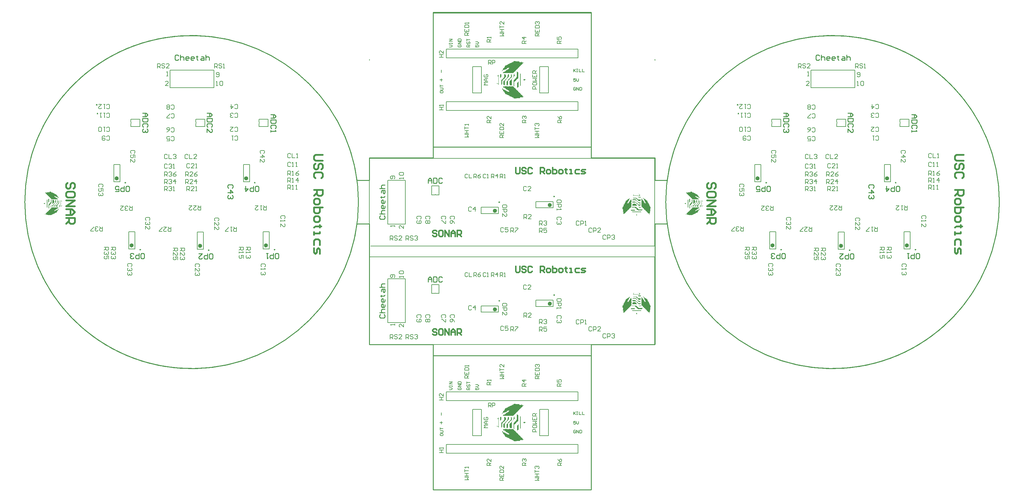
<source format=gto>
%FSLAX25Y25*%
%MOIN*%
G70*
G01*
G75*
G04 Layer_Color=65535*
%ADD10R,0.12992X0.05118*%
%ADD11R,0.12992X0.01969*%
%ADD12R,0.01969X0.01575*%
%ADD13R,0.03543X0.04331*%
%ADD14R,0.04331X0.03543*%
%ADD15C,0.01000*%
%ADD16R,0.03937X0.03543*%
%ADD17R,0.01614X0.04016*%
%ADD18R,0.04921X0.05512*%
%ADD19R,0.04724X0.05512*%
%ADD20R,0.05512X0.04724*%
%ADD21O,0.08661X0.02362*%
%ADD22R,0.03543X0.03937*%
%ADD23R,0.04016X0.01614*%
%ADD24R,0.05512X0.04724*%
%ADD25R,0.05512X0.04921*%
%ADD26O,0.02362X0.08661*%
%ADD27R,0.05906X0.05906*%
%ADD28C,0.05906*%
%ADD29R,0.05906X0.05906*%
%ADD30C,0.05000*%
%ADD31C,0.14950*%
%ADD32C,0.10000*%
%ADD33C,0.06000*%
%ADD34C,0.10787*%
%ADD35R,0.04724X0.04724*%
%ADD36R,0.10000X0.05984*%
%ADD37R,0.05984X0.10000*%
%ADD38R,0.04724X0.04724*%
%ADD39C,0.00787*%
%ADD40C,0.00800*%
%ADD41C,0.00700*%
%ADD42C,0.00984*%
%ADD43C,0.02362*%
%ADD44C,0.02000*%
%ADD45C,0.01500*%
G36*
X557025Y75981D02*
Y76365D01*
X557408D01*
X557792D01*
Y76748D01*
X558175D01*
Y77898D01*
X558558D01*
Y77515D01*
X558942D01*
Y78665D01*
X559325D01*
X559708D01*
Y79431D01*
X560091D01*
Y79814D01*
X560475D01*
Y85947D01*
X560858D01*
Y85564D01*
X561241D01*
Y85181D01*
X561625D01*
Y84797D01*
X562008D01*
Y78281D01*
X561625D01*
Y77898D01*
X561241D01*
Y77515D01*
X560858D01*
Y77131D01*
X560475D01*
Y76748D01*
X560091D01*
Y76365D01*
X559708D01*
Y75981D01*
X559325D01*
Y75598D01*
X558942D01*
Y75215D01*
X558558D01*
Y74832D01*
X558175D01*
Y74448D01*
X557792D01*
Y74065D01*
X557408D01*
Y69466D01*
X557792D01*
Y69082D01*
X557408D01*
X557025D01*
Y69466D01*
X556642D01*
Y75981D01*
X557025D01*
D02*
G37*
G36*
X556642Y79814D02*
Y81731D01*
X557025D01*
Y83264D01*
X557408D01*
Y83648D01*
X557792D01*
Y83264D01*
X557408D01*
Y82498D01*
X557792D01*
Y81731D01*
X558175D01*
Y80964D01*
X557792D01*
X557408D01*
Y80581D01*
X557025D01*
Y79431D01*
X556642D01*
Y79048D01*
X556258D01*
Y79814D01*
X556642D01*
D02*
G37*
G36*
X555492Y78665D02*
X555875D01*
Y78281D01*
X555492D01*
X555108D01*
Y78665D01*
X555492D01*
D02*
G37*
G36*
X561241Y73299D02*
Y73682D01*
X561625D01*
Y74065D01*
X562008D01*
Y74448D01*
X562391D01*
Y68316D01*
X562008D01*
X561625D01*
Y67932D01*
X561241D01*
Y67549D01*
X560858D01*
Y73299D01*
X561241D01*
D02*
G37*
G36*
X568524Y77131D02*
X568907D01*
X569290D01*
X569674D01*
Y76748D01*
X570057D01*
X570440D01*
X570824D01*
Y76365D01*
X570440D01*
X570057D01*
X569674D01*
Y75981D01*
X569290D01*
X568907D01*
X568524D01*
X568141D01*
Y77131D01*
X568524D01*
D02*
G37*
G36*
X543993Y66399D02*
X544376D01*
X544759D01*
Y66016D01*
X545143D01*
Y65249D01*
X545526D01*
X545909D01*
X546293D01*
Y64866D01*
X546676D01*
X547059D01*
Y64099D01*
X547442D01*
Y64483D01*
X547826D01*
X548209D01*
Y63716D01*
X548592D01*
X548976D01*
Y63333D01*
X549359D01*
X549742D01*
X550126D01*
X550509D01*
Y62949D01*
X550892D01*
X551275D01*
X551659D01*
Y63716D01*
X551275D01*
X550892D01*
Y64483D01*
X550509D01*
X550126D01*
Y64866D01*
X549742D01*
Y65249D01*
X549359D01*
X548976D01*
Y66016D01*
X548592D01*
Y65632D01*
X548209D01*
Y66016D01*
X547826D01*
Y66782D01*
X547442D01*
X547059D01*
X546676D01*
Y67166D01*
X546293D01*
Y67932D01*
X545909D01*
Y67549D01*
X545526D01*
X545143D01*
Y68316D01*
X544759D01*
Y68699D01*
X545143D01*
X545526D01*
X545909D01*
X546293D01*
X546676D01*
Y69082D01*
X547059D01*
X547442D01*
X547826D01*
X548209D01*
X548592D01*
X548976D01*
Y68699D01*
X549359D01*
X549742D01*
X550126D01*
Y69082D01*
X550509D01*
Y68699D01*
X550892D01*
X551275D01*
X551659D01*
Y69082D01*
X552042D01*
X552425D01*
X552809D01*
X553192D01*
Y68699D01*
X553575D01*
X553959D01*
X554342D01*
Y69082D01*
X554725D01*
X555108D01*
X555492D01*
Y68699D01*
X555875D01*
X556258D01*
X556642D01*
Y68316D01*
X557025D01*
Y67932D01*
X557408D01*
Y67549D01*
X557792D01*
Y67166D01*
X558175D01*
Y66782D01*
X558558D01*
Y66399D01*
X558942D01*
Y66016D01*
X559325D01*
Y65632D01*
X559708D01*
Y65249D01*
X560091D01*
Y64866D01*
X560475D01*
Y64483D01*
X560858D01*
Y64099D01*
X561241D01*
Y63716D01*
X561625D01*
Y63333D01*
X562008D01*
Y62949D01*
X562391D01*
Y62566D01*
X562775D01*
Y62183D01*
X563158D01*
Y61800D01*
X563541D01*
Y61416D01*
X563924D01*
Y61033D01*
X564308D01*
Y60650D01*
X564691D01*
Y60266D01*
X565074D01*
Y59500D01*
X565457D01*
X565841D01*
Y59116D01*
X566224D01*
Y58733D01*
X566607D01*
Y58350D01*
X566991D01*
Y57583D01*
X567374D01*
X567757D01*
Y57200D01*
X568141D01*
Y56817D01*
X567757D01*
X567374D01*
X566991D01*
Y56050D01*
X566607D01*
Y56433D01*
X566224D01*
X565841D01*
X565457D01*
X565074D01*
X564691D01*
X564308D01*
X563924D01*
Y55667D01*
X563541D01*
X563158D01*
X562775D01*
X562391D01*
X562008D01*
X561625D01*
X561241D01*
X560858D01*
X560475D01*
X560091D01*
Y55283D01*
X559708D01*
X559325D01*
X558942D01*
X558558D01*
X558175D01*
X557792D01*
X557408D01*
X557025D01*
Y55667D01*
X556642D01*
X556258D01*
Y56433D01*
X555875D01*
Y56050D01*
X555492D01*
Y56433D01*
X555108D01*
Y56817D01*
X554725D01*
X554342D01*
Y57200D01*
X553959D01*
X553575D01*
Y57583D01*
X553192D01*
X552809D01*
X552425D01*
Y58350D01*
X552042D01*
Y57967D01*
X551659D01*
Y58733D01*
X551275D01*
X550892D01*
X550509D01*
Y59116D01*
X550126D01*
X549742D01*
Y59500D01*
X549359D01*
X548976D01*
X548592D01*
Y60266D01*
X548209D01*
Y59883D01*
X547826D01*
Y60266D01*
X547442D01*
Y60650D01*
X547059D01*
Y61033D01*
X546676D01*
Y61800D01*
X546293D01*
Y62183D01*
X545909D01*
Y63333D01*
X545526D01*
X545143D01*
Y63716D01*
X544759D01*
Y64866D01*
X544376D01*
Y65249D01*
X543993D01*
Y66016D01*
X543610D01*
Y66399D01*
X543993D01*
D02*
G37*
G36*
X564308Y83648D02*
X564691D01*
Y69849D01*
X564308D01*
Y69466D01*
X563924D01*
Y83648D01*
X564308D01*
D02*
G37*
G36*
X552425Y74832D02*
Y75598D01*
X552809D01*
Y75981D01*
X553192D01*
X553575D01*
Y76365D01*
X553959D01*
Y76748D01*
X554342D01*
Y77515D01*
X554725D01*
Y77898D01*
X555108D01*
Y77515D01*
X554725D01*
Y70232D01*
X554342D01*
X553959D01*
X553575D01*
X553192D01*
X552809D01*
X552425D01*
Y71382D01*
X552042D01*
Y74832D01*
X552425D01*
D02*
G37*
G36*
X541693Y82881D02*
X542076D01*
X542460D01*
X542843D01*
Y79814D01*
X542460D01*
Y79048D01*
X542076D01*
X541693D01*
Y78665D01*
X541310D01*
Y82881D01*
X541693D01*
D02*
G37*
G36*
X538627Y81348D02*
Y81731D01*
X539010D01*
Y81348D01*
X539393D01*
Y82114D01*
X539777D01*
Y70999D01*
X539393D01*
Y71382D01*
X539010D01*
X538627D01*
Y72149D01*
X539010D01*
X539393D01*
Y80581D01*
X539010D01*
X538627D01*
X538243D01*
Y81348D01*
X538627D01*
D02*
G37*
G36*
X537860Y72532D02*
X538243D01*
X538627D01*
Y72149D01*
X538243D01*
X537860D01*
X537477D01*
Y72532D01*
X537860D01*
D02*
G37*
G36*
X543226Y76365D02*
Y76748D01*
X543610D01*
X543993D01*
Y77515D01*
X544376D01*
Y77898D01*
X544759D01*
Y78281D01*
X545143D01*
Y78665D01*
X545526D01*
Y79048D01*
X545909D01*
Y82881D01*
X546293D01*
X546676D01*
X547059D01*
X547442D01*
Y81731D01*
X547826D01*
X548209D01*
Y79814D01*
X547826D01*
Y79431D01*
X547442D01*
Y79048D01*
X547059D01*
Y78665D01*
X546676D01*
Y78281D01*
X546293D01*
Y77898D01*
X545909D01*
Y77515D01*
X545526D01*
Y77131D01*
X545143D01*
Y76748D01*
X544759D01*
Y76365D01*
X544376D01*
Y75981D01*
X543993D01*
Y75598D01*
X543610D01*
Y71382D01*
X543226D01*
Y70999D01*
X542843D01*
Y76365D01*
X543226D01*
D02*
G37*
G36*
X548976Y74448D02*
Y74832D01*
X549359D01*
Y75215D01*
X549742D01*
Y75598D01*
X550126D01*
Y75981D01*
X550509D01*
Y76748D01*
X550892D01*
Y77131D01*
X551275D01*
Y77515D01*
X551659D01*
Y77898D01*
X552042D01*
Y78281D01*
X552425D01*
Y78665D01*
X552809D01*
Y79048D01*
X553192D01*
Y79431D01*
X553575D01*
Y82881D01*
X553959D01*
X554342D01*
Y81731D01*
X554725D01*
Y79431D01*
X554342D01*
Y79048D01*
X553959D01*
Y78665D01*
X553575D01*
X553192D01*
Y78281D01*
X552809D01*
Y77515D01*
X552425D01*
Y77131D01*
X552042D01*
Y76365D01*
X551659D01*
X551275D01*
Y75981D01*
X550892D01*
X550509D01*
Y71382D01*
X550126D01*
Y70232D01*
X549742D01*
X549359D01*
X548976D01*
X548592D01*
Y74448D01*
X548976D01*
D02*
G37*
G36*
X543610Y86714D02*
Y87097D01*
X543993D01*
Y87864D01*
X544376D01*
Y88247D01*
X544759D01*
Y89397D01*
X545143D01*
Y89780D01*
X545526D01*
X545909D01*
Y90930D01*
X546293D01*
Y91313D01*
X546676D01*
Y92080D01*
X547059D01*
Y92463D01*
X547442D01*
Y92847D01*
X547826D01*
Y93230D01*
X548209D01*
Y92847D01*
X548592D01*
Y93613D01*
X548976D01*
X549359D01*
X549742D01*
Y93997D01*
X550126D01*
X550509D01*
Y94380D01*
X550892D01*
X551275D01*
X551659D01*
Y95147D01*
X552042D01*
Y94763D01*
X552425D01*
Y95530D01*
X552809D01*
X553192D01*
X553575D01*
Y95913D01*
X553959D01*
X554342D01*
Y96296D01*
X554725D01*
X555108D01*
Y96680D01*
X555492D01*
Y97063D01*
X555875D01*
Y96680D01*
X556258D01*
Y97446D01*
X556642D01*
X557025D01*
Y97830D01*
X557408D01*
X557792D01*
X558175D01*
X558558D01*
X558942D01*
Y97446D01*
X559325D01*
X559708D01*
X560091D01*
X560475D01*
X560858D01*
X561241D01*
X561625D01*
X562008D01*
X562391D01*
X562775D01*
X563158D01*
Y97063D01*
X563541D01*
Y96680D01*
X563924D01*
X564308D01*
X564691D01*
X565074D01*
X565457D01*
X565841D01*
Y97063D01*
X566224D01*
Y96296D01*
X566607D01*
X566991D01*
X567374D01*
X567757D01*
X568141D01*
Y95913D01*
X567757D01*
Y95530D01*
X567374D01*
X566991D01*
Y94763D01*
X566607D01*
Y94380D01*
X566224D01*
Y93997D01*
X565841D01*
Y93613D01*
X565457D01*
X565074D01*
Y92847D01*
X564691D01*
Y92463D01*
X564308D01*
Y92080D01*
X563924D01*
Y91697D01*
X563541D01*
Y91313D01*
X563158D01*
Y90930D01*
X562775D01*
Y90547D01*
X562391D01*
Y90164D01*
X562008D01*
Y89780D01*
X561625D01*
Y89397D01*
X561241D01*
Y89014D01*
X560858D01*
Y88630D01*
X560475D01*
Y88247D01*
X560091D01*
Y87864D01*
X559708D01*
Y87480D01*
X559325D01*
Y87097D01*
X558942D01*
Y86714D01*
X558558D01*
Y86331D01*
X558175D01*
Y85947D01*
X557792D01*
Y85564D01*
X557408D01*
Y85181D01*
X557025D01*
Y84797D01*
X556642D01*
Y84414D01*
X556258D01*
Y84031D01*
X555875D01*
X555492D01*
X555108D01*
X554725D01*
X554342D01*
X553959D01*
X553575D01*
X553192D01*
X552809D01*
X552425D01*
X552042D01*
X551659D01*
X551275D01*
X550892D01*
X550509D01*
X550126D01*
X549742D01*
X549359D01*
X548976D01*
X548592D01*
X548209D01*
X547826D01*
X547442D01*
X547059D01*
X546676D01*
X546293D01*
X545909D01*
X545526D01*
X545143D01*
X544759D01*
X544376D01*
Y84414D01*
X544759D01*
Y84797D01*
X545143D01*
Y85564D01*
X545526D01*
X545909D01*
Y85181D01*
X546293D01*
Y85947D01*
X546676D01*
Y86331D01*
X547059D01*
X547442D01*
X547826D01*
Y87097D01*
X548209D01*
Y87480D01*
X548592D01*
Y87097D01*
X548976D01*
Y87864D01*
X549359D01*
X549742D01*
Y88247D01*
X550126D01*
Y88630D01*
X550509D01*
X550892D01*
Y89397D01*
X551275D01*
X551659D01*
Y90164D01*
X551275D01*
X550892D01*
X550509D01*
Y89780D01*
X550126D01*
X549742D01*
X549359D01*
X548976D01*
Y89014D01*
X548592D01*
Y88630D01*
X548209D01*
X547826D01*
X547442D01*
Y88247D01*
X547059D01*
X546676D01*
X546293D01*
Y87864D01*
X545909D01*
X545526D01*
X545143D01*
Y87480D01*
X544759D01*
X544376D01*
Y86714D01*
X543993D01*
X543610D01*
Y86331D01*
X543226D01*
Y86714D01*
X543610D01*
D02*
G37*
G36*
X545526Y74832D02*
Y75215D01*
X545909D01*
Y75598D01*
X546293D01*
Y75981D01*
X546676D01*
Y76365D01*
X547059D01*
Y76748D01*
X547442D01*
Y77131D01*
X547826D01*
Y77515D01*
X548209D01*
Y77898D01*
X548592D01*
Y78281D01*
X548976D01*
Y79048D01*
X549359D01*
Y79431D01*
X549742D01*
Y80198D01*
X550126D01*
Y80964D01*
X549742D01*
Y81348D01*
X550126D01*
Y82114D01*
X550509D01*
Y82881D01*
X550892D01*
X551275D01*
Y80198D01*
X550892D01*
Y79431D01*
X550509D01*
Y79048D01*
X550126D01*
Y78665D01*
X549742D01*
X549359D01*
Y78281D01*
X548976D01*
Y77515D01*
X548592D01*
Y77131D01*
X548209D01*
Y76365D01*
X547826D01*
X547442D01*
Y75598D01*
X547059D01*
Y75215D01*
X546676D01*
Y70232D01*
X546293D01*
X545909D01*
Y70999D01*
X545526D01*
X545143D01*
Y74832D01*
X545526D01*
D02*
G37*
G36*
X557025Y466982D02*
Y467365D01*
X557408D01*
X557792D01*
Y467748D01*
X558175D01*
Y468898D01*
X558558D01*
Y468515D01*
X558942D01*
Y469665D01*
X559325D01*
X559708D01*
Y470431D01*
X560091D01*
Y470815D01*
X560475D01*
Y476947D01*
X560858D01*
Y476564D01*
X561241D01*
Y476181D01*
X561625D01*
Y475797D01*
X562008D01*
Y469281D01*
X561625D01*
Y468898D01*
X561241D01*
Y468515D01*
X560858D01*
Y468131D01*
X560475D01*
Y467748D01*
X560091D01*
Y467365D01*
X559708D01*
Y466982D01*
X559325D01*
Y466598D01*
X558942D01*
Y466215D01*
X558558D01*
Y465832D01*
X558175D01*
Y465448D01*
X557792D01*
Y465065D01*
X557408D01*
Y460465D01*
X557792D01*
Y460082D01*
X557408D01*
X557025D01*
Y460465D01*
X556642D01*
Y466982D01*
X557025D01*
D02*
G37*
G36*
X556642Y470815D02*
Y472731D01*
X557025D01*
Y474264D01*
X557408D01*
Y474648D01*
X557792D01*
Y474264D01*
X557408D01*
Y473498D01*
X557792D01*
Y472731D01*
X558175D01*
Y471964D01*
X557792D01*
X557408D01*
Y471581D01*
X557025D01*
Y470431D01*
X556642D01*
Y470048D01*
X556258D01*
Y470815D01*
X556642D01*
D02*
G37*
G36*
X555492Y469665D02*
X555875D01*
Y469281D01*
X555492D01*
X555108D01*
Y469665D01*
X555492D01*
D02*
G37*
G36*
X561241Y464298D02*
Y464682D01*
X561625D01*
Y465065D01*
X562008D01*
Y465448D01*
X562391D01*
Y459316D01*
X562008D01*
X561625D01*
Y458932D01*
X561241D01*
Y458549D01*
X560858D01*
Y464298D01*
X561241D01*
D02*
G37*
G36*
X568524Y468131D02*
X568907D01*
X569290D01*
X569674D01*
Y467748D01*
X570057D01*
X570440D01*
X570824D01*
Y467365D01*
X570440D01*
X570057D01*
X569674D01*
Y466982D01*
X569290D01*
X568907D01*
X568524D01*
X568141D01*
Y468131D01*
X568524D01*
D02*
G37*
G36*
X543993Y457399D02*
X544376D01*
X544759D01*
Y457016D01*
X545143D01*
Y456249D01*
X545526D01*
X545909D01*
X546293D01*
Y455866D01*
X546676D01*
X547059D01*
Y455099D01*
X547442D01*
Y455483D01*
X547826D01*
X548209D01*
Y454716D01*
X548592D01*
X548976D01*
Y454333D01*
X549359D01*
X549742D01*
X550126D01*
X550509D01*
Y453949D01*
X550892D01*
X551275D01*
X551659D01*
Y454716D01*
X551275D01*
X550892D01*
Y455483D01*
X550509D01*
X550126D01*
Y455866D01*
X549742D01*
Y456249D01*
X549359D01*
X548976D01*
Y457016D01*
X548592D01*
Y456633D01*
X548209D01*
Y457016D01*
X547826D01*
Y457782D01*
X547442D01*
X547059D01*
X546676D01*
Y458166D01*
X546293D01*
Y458932D01*
X545909D01*
Y458549D01*
X545526D01*
X545143D01*
Y459316D01*
X544759D01*
Y459699D01*
X545143D01*
X545526D01*
X545909D01*
X546293D01*
X546676D01*
Y460082D01*
X547059D01*
X547442D01*
X547826D01*
X548209D01*
X548592D01*
X548976D01*
Y459699D01*
X549359D01*
X549742D01*
X550126D01*
Y460082D01*
X550509D01*
Y459699D01*
X550892D01*
X551275D01*
X551659D01*
Y460082D01*
X552042D01*
X552425D01*
X552809D01*
X553192D01*
Y459699D01*
X553575D01*
X553959D01*
X554342D01*
Y460082D01*
X554725D01*
X555108D01*
X555492D01*
Y459699D01*
X555875D01*
X556258D01*
X556642D01*
Y459316D01*
X557025D01*
Y458932D01*
X557408D01*
Y458549D01*
X557792D01*
Y458166D01*
X558175D01*
Y457782D01*
X558558D01*
Y457399D01*
X558942D01*
Y457016D01*
X559325D01*
Y456633D01*
X559708D01*
Y456249D01*
X560091D01*
Y455866D01*
X560475D01*
Y455483D01*
X560858D01*
Y455099D01*
X561241D01*
Y454716D01*
X561625D01*
Y454333D01*
X562008D01*
Y453949D01*
X562391D01*
Y453566D01*
X562775D01*
Y453183D01*
X563158D01*
Y452800D01*
X563541D01*
Y452416D01*
X563924D01*
Y452033D01*
X564308D01*
Y451650D01*
X564691D01*
Y451266D01*
X565074D01*
Y450500D01*
X565457D01*
X565841D01*
Y450116D01*
X566224D01*
Y449733D01*
X566607D01*
Y449350D01*
X566991D01*
Y448583D01*
X567374D01*
X567757D01*
Y448200D01*
X568141D01*
Y447817D01*
X567757D01*
X567374D01*
X566991D01*
Y447050D01*
X566607D01*
Y447433D01*
X566224D01*
X565841D01*
X565457D01*
X565074D01*
X564691D01*
X564308D01*
X563924D01*
Y446667D01*
X563541D01*
X563158D01*
X562775D01*
X562391D01*
X562008D01*
X561625D01*
X561241D01*
X560858D01*
X560475D01*
X560091D01*
Y446283D01*
X559708D01*
X559325D01*
X558942D01*
X558558D01*
X558175D01*
X557792D01*
X557408D01*
X557025D01*
Y446667D01*
X556642D01*
X556258D01*
Y447433D01*
X555875D01*
Y447050D01*
X555492D01*
Y447433D01*
X555108D01*
Y447817D01*
X554725D01*
X554342D01*
Y448200D01*
X553959D01*
X553575D01*
Y448583D01*
X553192D01*
X552809D01*
X552425D01*
Y449350D01*
X552042D01*
Y448967D01*
X551659D01*
Y449733D01*
X551275D01*
X550892D01*
X550509D01*
Y450116D01*
X550126D01*
X549742D01*
Y450500D01*
X549359D01*
X548976D01*
X548592D01*
Y451266D01*
X548209D01*
Y450883D01*
X547826D01*
Y451266D01*
X547442D01*
Y451650D01*
X547059D01*
Y452033D01*
X546676D01*
Y452800D01*
X546293D01*
Y453183D01*
X545909D01*
Y454333D01*
X545526D01*
X545143D01*
Y454716D01*
X544759D01*
Y455866D01*
X544376D01*
Y456249D01*
X543993D01*
Y457016D01*
X543610D01*
Y457399D01*
X543993D01*
D02*
G37*
G36*
X564308Y474648D02*
X564691D01*
Y460849D01*
X564308D01*
Y460465D01*
X563924D01*
Y474648D01*
X564308D01*
D02*
G37*
G36*
X552425Y465832D02*
Y466598D01*
X552809D01*
Y466982D01*
X553192D01*
X553575D01*
Y467365D01*
X553959D01*
Y467748D01*
X554342D01*
Y468515D01*
X554725D01*
Y468898D01*
X555108D01*
Y468515D01*
X554725D01*
Y461232D01*
X554342D01*
X553959D01*
X553575D01*
X553192D01*
X552809D01*
X552425D01*
Y462382D01*
X552042D01*
Y465832D01*
X552425D01*
D02*
G37*
G36*
X541693Y473881D02*
X542076D01*
X542460D01*
X542843D01*
Y470815D01*
X542460D01*
Y470048D01*
X542076D01*
X541693D01*
Y469665D01*
X541310D01*
Y473881D01*
X541693D01*
D02*
G37*
G36*
X538627Y472348D02*
Y472731D01*
X539010D01*
Y472348D01*
X539393D01*
Y473114D01*
X539777D01*
Y461999D01*
X539393D01*
Y462382D01*
X539010D01*
X538627D01*
Y463149D01*
X539010D01*
X539393D01*
Y471581D01*
X539010D01*
X538627D01*
X538243D01*
Y472348D01*
X538627D01*
D02*
G37*
G36*
X537860Y463532D02*
X538243D01*
X538627D01*
Y463149D01*
X538243D01*
X537860D01*
X537477D01*
Y463532D01*
X537860D01*
D02*
G37*
G36*
X543226Y467365D02*
Y467748D01*
X543610D01*
X543993D01*
Y468515D01*
X544376D01*
Y468898D01*
X544759D01*
Y469281D01*
X545143D01*
Y469665D01*
X545526D01*
Y470048D01*
X545909D01*
Y473881D01*
X546293D01*
X546676D01*
X547059D01*
X547442D01*
Y472731D01*
X547826D01*
X548209D01*
Y470815D01*
X547826D01*
Y470431D01*
X547442D01*
Y470048D01*
X547059D01*
Y469665D01*
X546676D01*
Y469281D01*
X546293D01*
Y468898D01*
X545909D01*
Y468515D01*
X545526D01*
Y468131D01*
X545143D01*
Y467748D01*
X544759D01*
Y467365D01*
X544376D01*
Y466982D01*
X543993D01*
Y466598D01*
X543610D01*
Y462382D01*
X543226D01*
Y461999D01*
X542843D01*
Y467365D01*
X543226D01*
D02*
G37*
G36*
X548976Y465448D02*
Y465832D01*
X549359D01*
Y466215D01*
X549742D01*
Y466598D01*
X550126D01*
Y466982D01*
X550509D01*
Y467748D01*
X550892D01*
Y468131D01*
X551275D01*
Y468515D01*
X551659D01*
Y468898D01*
X552042D01*
Y469281D01*
X552425D01*
Y469665D01*
X552809D01*
Y470048D01*
X553192D01*
Y470431D01*
X553575D01*
Y473881D01*
X553959D01*
X554342D01*
Y472731D01*
X554725D01*
Y470431D01*
X554342D01*
Y470048D01*
X553959D01*
Y469665D01*
X553575D01*
X553192D01*
Y469281D01*
X552809D01*
Y468515D01*
X552425D01*
Y468131D01*
X552042D01*
Y467365D01*
X551659D01*
X551275D01*
Y466982D01*
X550892D01*
X550509D01*
Y462382D01*
X550126D01*
Y461232D01*
X549742D01*
X549359D01*
X548976D01*
X548592D01*
Y465448D01*
X548976D01*
D02*
G37*
G36*
X543610Y477714D02*
Y478097D01*
X543993D01*
Y478864D01*
X544376D01*
Y479247D01*
X544759D01*
Y480397D01*
X545143D01*
Y480780D01*
X545526D01*
X545909D01*
Y481930D01*
X546293D01*
Y482313D01*
X546676D01*
Y483080D01*
X547059D01*
Y483463D01*
X547442D01*
Y483847D01*
X547826D01*
Y484230D01*
X548209D01*
Y483847D01*
X548592D01*
Y484613D01*
X548976D01*
X549359D01*
X549742D01*
Y484997D01*
X550126D01*
X550509D01*
Y485380D01*
X550892D01*
X551275D01*
X551659D01*
Y486146D01*
X552042D01*
Y485763D01*
X552425D01*
Y486530D01*
X552809D01*
X553192D01*
X553575D01*
Y486913D01*
X553959D01*
X554342D01*
Y487296D01*
X554725D01*
X555108D01*
Y487680D01*
X555492D01*
Y488063D01*
X555875D01*
Y487680D01*
X556258D01*
Y488446D01*
X556642D01*
X557025D01*
Y488830D01*
X557408D01*
X557792D01*
X558175D01*
X558558D01*
X558942D01*
Y488446D01*
X559325D01*
X559708D01*
X560091D01*
X560475D01*
X560858D01*
X561241D01*
X561625D01*
X562008D01*
X562391D01*
X562775D01*
X563158D01*
Y488063D01*
X563541D01*
Y487680D01*
X563924D01*
X564308D01*
X564691D01*
X565074D01*
X565457D01*
X565841D01*
Y488063D01*
X566224D01*
Y487296D01*
X566607D01*
X566991D01*
X567374D01*
X567757D01*
X568141D01*
Y486913D01*
X567757D01*
Y486530D01*
X567374D01*
X566991D01*
Y485763D01*
X566607D01*
Y485380D01*
X566224D01*
Y484997D01*
X565841D01*
Y484613D01*
X565457D01*
X565074D01*
Y483847D01*
X564691D01*
Y483463D01*
X564308D01*
Y483080D01*
X563924D01*
Y482697D01*
X563541D01*
Y482313D01*
X563158D01*
Y481930D01*
X562775D01*
Y481547D01*
X562391D01*
Y481164D01*
X562008D01*
Y480780D01*
X561625D01*
Y480397D01*
X561241D01*
Y480014D01*
X560858D01*
Y479630D01*
X560475D01*
Y479247D01*
X560091D01*
Y478864D01*
X559708D01*
Y478480D01*
X559325D01*
Y478097D01*
X558942D01*
Y477714D01*
X558558D01*
Y477331D01*
X558175D01*
Y476947D01*
X557792D01*
Y476564D01*
X557408D01*
Y476181D01*
X557025D01*
Y475797D01*
X556642D01*
Y475414D01*
X556258D01*
Y475031D01*
X555875D01*
X555492D01*
X555108D01*
X554725D01*
X554342D01*
X553959D01*
X553575D01*
X553192D01*
X552809D01*
X552425D01*
X552042D01*
X551659D01*
X551275D01*
X550892D01*
X550509D01*
X550126D01*
X549742D01*
X549359D01*
X548976D01*
X548592D01*
X548209D01*
X547826D01*
X547442D01*
X547059D01*
X546676D01*
X546293D01*
X545909D01*
X545526D01*
X545143D01*
X544759D01*
X544376D01*
Y475414D01*
X544759D01*
Y475797D01*
X545143D01*
Y476564D01*
X545526D01*
X545909D01*
Y476181D01*
X546293D01*
Y476947D01*
X546676D01*
Y477331D01*
X547059D01*
X547442D01*
X547826D01*
Y478097D01*
X548209D01*
Y478480D01*
X548592D01*
Y478097D01*
X548976D01*
Y478864D01*
X549359D01*
X549742D01*
Y479247D01*
X550126D01*
Y479630D01*
X550509D01*
X550892D01*
Y480397D01*
X551275D01*
X551659D01*
Y481164D01*
X551275D01*
X550892D01*
X550509D01*
Y480780D01*
X550126D01*
X549742D01*
X549359D01*
X548976D01*
Y480014D01*
X548592D01*
Y479630D01*
X548209D01*
X547826D01*
X547442D01*
Y479247D01*
X547059D01*
X546676D01*
X546293D01*
Y478864D01*
X545909D01*
X545526D01*
X545143D01*
Y478480D01*
X544759D01*
X544376D01*
Y477714D01*
X543993D01*
X543610D01*
Y477331D01*
X543226D01*
Y477714D01*
X543610D01*
D02*
G37*
G36*
X545526Y465832D02*
Y466215D01*
X545909D01*
Y466598D01*
X546293D01*
Y466982D01*
X546676D01*
Y467365D01*
X547059D01*
Y467748D01*
X547442D01*
Y468131D01*
X547826D01*
Y468515D01*
X548209D01*
Y468898D01*
X548592D01*
Y469281D01*
X548976D01*
Y470048D01*
X549359D01*
Y470431D01*
X549742D01*
Y471198D01*
X550126D01*
Y471964D01*
X549742D01*
Y472348D01*
X550126D01*
Y473114D01*
X550509D01*
Y473881D01*
X550892D01*
X551275D01*
Y471198D01*
X550892D01*
Y470431D01*
X550509D01*
Y470048D01*
X550126D01*
Y469665D01*
X549742D01*
X549359D01*
Y469281D01*
X548976D01*
Y468515D01*
X548592D01*
Y468131D01*
X548209D01*
Y467365D01*
X547826D01*
X547442D01*
Y466598D01*
X547059D01*
Y466215D01*
X546676D01*
Y461232D01*
X546293D01*
X545909D01*
Y461999D01*
X545526D01*
X545143D01*
Y465832D01*
X545526D01*
D02*
G37*
G36*
X30017Y326766D02*
Y326526D01*
X29777D01*
Y326287D01*
X29538D01*
Y326047D01*
X29298D01*
Y325567D01*
X29058D01*
X28818D01*
Y325087D01*
X28578D01*
Y324848D01*
X28339D01*
Y324608D01*
X28099D01*
Y324368D01*
X27859D01*
Y320531D01*
X27619D01*
Y320771D01*
X27379D01*
Y321011D01*
X27139D01*
X26900D01*
Y325327D01*
X27139D01*
X27379D01*
Y325567D01*
X27619D01*
Y326047D01*
X27859D01*
Y326287D01*
X28099D01*
Y326526D01*
X28339D01*
X28578D01*
Y326766D01*
X28818D01*
Y327246D01*
X29058D01*
Y327486D01*
X29298D01*
Y327726D01*
X29538D01*
X29777D01*
Y331083D01*
X30017D01*
Y330603D01*
X30257D01*
Y326766D01*
X30017D01*
D02*
G37*
G36*
X30257Y324368D02*
Y323169D01*
X30017D01*
Y321970D01*
X29777D01*
X29538D01*
Y322210D01*
X29777D01*
Y323169D01*
X29538D01*
X29298D01*
Y323409D01*
X29538D01*
Y323649D01*
X29777D01*
Y323888D01*
X30017D01*
Y324368D01*
X30257D01*
Y324848D01*
X30497D01*
Y324368D01*
X30257D01*
D02*
G37*
G36*
X33135Y327486D02*
Y327246D01*
X32895D01*
Y327006D01*
X32655D01*
Y326766D01*
X32415D01*
Y326526D01*
X32175D01*
Y326287D01*
X31936D01*
Y326047D01*
X31696D01*
Y325807D01*
X31456D01*
Y330363D01*
X31696D01*
X31936D01*
X32175D01*
X32415D01*
X32655D01*
X32895D01*
Y329644D01*
X33135D01*
Y329404D01*
X33375D01*
Y327486D01*
X33135D01*
D02*
G37*
G36*
X27379Y328205D02*
X27139D01*
Y327965D01*
X26900D01*
Y327486D01*
X26660D01*
Y331562D01*
X26900D01*
X27139D01*
X27379D01*
Y331802D01*
X27619D01*
Y328205D01*
X27379D01*
D02*
G37*
G36*
X22823Y325807D02*
Y326047D01*
X22583D01*
Y325807D01*
X22343D01*
X22103D01*
Y326287D01*
X21863D01*
X21624D01*
X21384D01*
Y326526D01*
X21624D01*
X21863D01*
X22103D01*
Y326766D01*
X22343D01*
X22583D01*
X22823D01*
X23063D01*
Y325807D01*
X22823D01*
D02*
G37*
G36*
X38171Y332762D02*
X37931D01*
Y333001D01*
X37691D01*
X37451D01*
Y333481D01*
X37212D01*
X36972D01*
Y333721D01*
X36732D01*
X36492D01*
X36252D01*
Y333961D01*
X36013D01*
X35773D01*
Y334440D01*
X35533D01*
Y334201D01*
X35293D01*
X35053D01*
Y334680D01*
X34813D01*
X34574D01*
X34334D01*
Y334920D01*
X34094D01*
X33854D01*
X33614D01*
Y334201D01*
X33854D01*
Y333961D01*
X34094D01*
X34334D01*
X34574D01*
Y333721D01*
X34813D01*
Y333481D01*
X35053D01*
Y333001D01*
X35293D01*
X35533D01*
X35773D01*
Y332762D01*
X36013D01*
Y332522D01*
X36252D01*
X36492D01*
Y332282D01*
X36732D01*
X36972D01*
Y331802D01*
X37212D01*
X37451D01*
Y331562D01*
X37691D01*
Y331323D01*
X37451D01*
X37212D01*
X36972D01*
X36732D01*
X36492D01*
Y331083D01*
X36252D01*
X36013D01*
X35773D01*
X35533D01*
X35293D01*
X35053D01*
Y331323D01*
X34813D01*
X34574D01*
Y331083D01*
X34334D01*
Y331323D01*
X34094D01*
X33854D01*
X33614D01*
Y331083D01*
X33375D01*
X33135D01*
X32895D01*
X32655D01*
X32415D01*
Y331323D01*
X32175D01*
X31936D01*
X31696D01*
Y331083D01*
X31456D01*
X31216D01*
X30976D01*
Y331323D01*
X30737D01*
X30497D01*
X30257D01*
Y331562D01*
X30017D01*
Y331802D01*
X29777D01*
Y332042D01*
X29538D01*
Y332282D01*
X29298D01*
Y332522D01*
X29058D01*
Y332762D01*
X28818D01*
Y333001D01*
X28578D01*
Y333241D01*
X28339D01*
Y333481D01*
X28099D01*
Y333721D01*
X27859D01*
Y333961D01*
X27619D01*
Y334201D01*
X27379D01*
Y334440D01*
X27139D01*
Y334680D01*
X26900D01*
Y334920D01*
X26660D01*
Y335160D01*
X26420D01*
Y335400D01*
X26180D01*
Y335639D01*
X25940D01*
Y335879D01*
X25701D01*
Y336119D01*
X25461D01*
Y336359D01*
X25221D01*
Y336599D01*
X24981D01*
Y336838D01*
X24741D01*
Y337078D01*
X24501D01*
Y337318D01*
X24262D01*
Y337558D01*
X24022D01*
Y337798D01*
X23782D01*
Y338037D01*
X23542D01*
Y338277D01*
X23302D01*
Y338517D01*
X23063D01*
Y338757D01*
X23302D01*
X23542D01*
X23782D01*
Y338997D01*
X24022D01*
X24262D01*
X24501D01*
X24741D01*
X24981D01*
X25221D01*
X25461D01*
X25701D01*
Y339476D01*
X25940D01*
X26180D01*
Y339237D01*
X26420D01*
X26660D01*
X26900D01*
X27139D01*
X27379D01*
X27619D01*
X27859D01*
X28099D01*
Y339716D01*
X28339D01*
X28578D01*
X28818D01*
X29058D01*
X29298D01*
X29538D01*
X29777D01*
X30017D01*
Y339237D01*
X30257D01*
Y339476D01*
X30497D01*
Y338997D01*
X30737D01*
X30976D01*
X31216D01*
Y338757D01*
X31456D01*
X31696D01*
Y338517D01*
X31936D01*
X32175D01*
X32415D01*
Y338037D01*
X32655D01*
Y338277D01*
X32895D01*
Y337798D01*
X33135D01*
X33375D01*
X33614D01*
Y337558D01*
X33854D01*
X34094D01*
Y337318D01*
X34334D01*
X34574D01*
X34813D01*
Y336838D01*
X35053D01*
Y337078D01*
X35293D01*
Y336599D01*
X35533D01*
X35773D01*
X36013D01*
Y336359D01*
X36252D01*
Y336119D01*
X36492D01*
Y335639D01*
X36732D01*
Y335400D01*
X36972D01*
Y335160D01*
X37212D01*
Y334680D01*
X37451D01*
Y334440D01*
X37691D01*
Y333721D01*
X37931D01*
X38171D01*
Y333481D01*
X38411D01*
Y332762D01*
X38171D01*
D02*
G37*
G36*
X25461Y321970D02*
X25221D01*
Y330363D01*
X25461D01*
Y330843D01*
X25701D01*
Y321970D01*
X25461D01*
D02*
G37*
G36*
X35053Y327726D02*
Y327246D01*
X34813D01*
Y327006D01*
X34574D01*
Y326766D01*
X34334D01*
X34094D01*
Y326047D01*
X33854D01*
Y325807D01*
X33614D01*
Y325567D01*
X33375D01*
Y325327D01*
X33135D01*
X32895D01*
Y324848D01*
X32655D01*
Y324608D01*
X32415D01*
Y322210D01*
X32175D01*
X31936D01*
Y322929D01*
X31696D01*
Y323169D01*
X31456D01*
Y324368D01*
X31696D01*
Y324608D01*
X31936D01*
Y324848D01*
X32175D01*
Y325087D01*
X32415D01*
Y325327D01*
X32655D01*
Y325567D01*
X32895D01*
Y325807D01*
X33135D01*
Y326047D01*
X33375D01*
Y326526D01*
X33614D01*
Y326766D01*
X33854D01*
X34094D01*
Y327006D01*
X34334D01*
Y329644D01*
X34574D01*
Y330363D01*
X34813D01*
X35053D01*
X35293D01*
Y327726D01*
X35053D01*
D02*
G37*
G36*
X41768Y323409D02*
Y323169D01*
X41528D01*
X41289D01*
X41049D01*
Y322929D01*
X40809D01*
Y329884D01*
X41049D01*
Y329404D01*
X41289D01*
X41528D01*
X41768D01*
Y329164D01*
X41528D01*
X41289D01*
X41049D01*
Y323888D01*
X41289D01*
Y323649D01*
X41528D01*
X41768D01*
Y323888D01*
X42008D01*
Y323409D01*
X41768D01*
D02*
G37*
G36*
X42008Y328924D02*
X41768D01*
Y329164D01*
X42008D01*
X42248D01*
Y328924D01*
X42008D01*
D02*
G37*
G36*
X42488Y323888D02*
X42248D01*
Y324128D01*
X42488D01*
X42727D01*
Y323888D01*
X42488D01*
D02*
G37*
G36*
X39610Y322210D02*
Y322449D01*
X39370D01*
Y322210D01*
X39130D01*
Y324368D01*
X39370D01*
Y324848D01*
X39610D01*
Y325087D01*
X39850D01*
Y322210D01*
X39610D01*
D02*
G37*
G36*
X37212Y327246D02*
Y327006D01*
X36972D01*
Y326766D01*
X36732D01*
X36492D01*
Y326526D01*
X36252D01*
Y326047D01*
X36013D01*
Y325807D01*
X35773D01*
Y325567D01*
X35533D01*
X35293D01*
Y325327D01*
X35053D01*
Y324608D01*
X34813D01*
Y324128D01*
X34574D01*
Y322929D01*
X34334D01*
X34094D01*
Y322449D01*
X33854D01*
Y322210D01*
X33614D01*
Y324128D01*
X33854D01*
Y324368D01*
X34094D01*
Y324608D01*
X34334D01*
Y324848D01*
X34574D01*
Y325087D01*
X34813D01*
Y325327D01*
X35053D01*
Y325567D01*
X35293D01*
Y325807D01*
X35533D01*
Y326047D01*
X35773D01*
Y326526D01*
X36013D01*
Y326766D01*
X36252D01*
Y327006D01*
X36492D01*
Y327246D01*
X36732D01*
Y330363D01*
X36972D01*
X37212D01*
Y329884D01*
X37451D01*
Y327246D01*
X37212D01*
D02*
G37*
G36*
X38651Y320051D02*
Y319812D01*
X38411D01*
Y319332D01*
X38171D01*
Y319092D01*
X37931D01*
Y318852D01*
X37691D01*
Y318373D01*
X37451D01*
Y318133D01*
X37212D01*
Y317413D01*
X36972D01*
Y317174D01*
X36732D01*
X36492D01*
Y316454D01*
X36252D01*
Y316214D01*
X36013D01*
Y315974D01*
X35773D01*
X35533D01*
X35293D01*
Y315735D01*
X35053D01*
X34813D01*
Y315495D01*
X34574D01*
X34334D01*
X34094D01*
Y315015D01*
X33854D01*
Y315255D01*
X33614D01*
Y314775D01*
X33375D01*
X33135D01*
X32895D01*
Y314536D01*
X32655D01*
X32415D01*
Y314296D01*
X32175D01*
X31936D01*
X31696D01*
Y313816D01*
X31456D01*
Y314056D01*
X31216D01*
Y313576D01*
X30976D01*
X30737D01*
X30497D01*
Y313336D01*
X30257D01*
X30017D01*
Y313097D01*
X29777D01*
X29538D01*
X29298D01*
X29058D01*
X28818D01*
Y313336D01*
X28578D01*
X28339D01*
X28099D01*
X27859D01*
X27619D01*
X27379D01*
X27139D01*
X26900D01*
X26660D01*
X26420D01*
X26180D01*
Y313576D01*
X25940D01*
X25701D01*
X25461D01*
X25221D01*
X24981D01*
X24741D01*
X24501D01*
X24262D01*
Y314056D01*
X24022D01*
X23782D01*
X23542D01*
X23302D01*
Y313816D01*
X23063D01*
X22823D01*
Y314056D01*
X23063D01*
Y314296D01*
X23302D01*
Y314536D01*
X23542D01*
X23782D01*
Y314775D01*
X24022D01*
Y315255D01*
X24262D01*
Y315495D01*
X24501D01*
Y315735D01*
X24741D01*
X24981D01*
Y315974D01*
X25221D01*
Y316454D01*
X25461D01*
Y316694D01*
X25701D01*
Y316934D01*
X25940D01*
X26180D01*
Y317174D01*
X26420D01*
Y317653D01*
X26660D01*
Y317893D01*
X26900D01*
Y318133D01*
X27139D01*
X27379D01*
Y318373D01*
X27619D01*
Y318852D01*
X27859D01*
Y319092D01*
X28099D01*
Y319332D01*
X28339D01*
X28578D01*
Y319572D01*
X28818D01*
Y320051D01*
X29058D01*
Y320291D01*
X29298D01*
Y320531D01*
X29538D01*
X29777D01*
Y320771D01*
X30017D01*
Y321251D01*
X30257D01*
Y321490D01*
X30497D01*
Y321730D01*
X30737D01*
X30976D01*
X31216D01*
X31456D01*
X31696D01*
X31936D01*
X32175D01*
X32415D01*
X32655D01*
X32895D01*
X33135D01*
X33375D01*
X33614D01*
X33854D01*
X34094D01*
X34334D01*
X34574D01*
X34813D01*
X35053D01*
X35293D01*
X35533D01*
X35773D01*
X36013D01*
X36252D01*
X36492D01*
X36732D01*
X36972D01*
X37212D01*
X37451D01*
X37691D01*
X37931D01*
X38171D01*
Y321490D01*
X37931D01*
Y321251D01*
X37691D01*
Y321011D01*
X37451D01*
Y320771D01*
X37212D01*
X36972D01*
Y320531D01*
X36732D01*
X36492D01*
Y320291D01*
X36252D01*
X36013D01*
Y319812D01*
X35773D01*
Y319572D01*
X35533D01*
X35293D01*
X35053D01*
Y319332D01*
X34813D01*
Y319092D01*
X34574D01*
Y318852D01*
X34334D01*
Y318613D01*
X34094D01*
Y318852D01*
X33854D01*
Y318373D01*
X33614D01*
Y317653D01*
X33854D01*
X34094D01*
Y317893D01*
X34334D01*
Y318133D01*
X34574D01*
X34813D01*
X35053D01*
Y318373D01*
X35293D01*
Y318613D01*
X35533D01*
X35773D01*
X36013D01*
Y319092D01*
X36252D01*
Y318852D01*
X36492D01*
X36732D01*
X36972D01*
Y319332D01*
X37212D01*
X37451D01*
Y319572D01*
X37691D01*
X37931D01*
X38171D01*
Y320051D01*
X38411D01*
Y320291D01*
X38651D01*
X38890D01*
Y320051D01*
X38651D01*
D02*
G37*
G36*
Y326526D02*
Y326047D01*
X38411D01*
Y325807D01*
X38171D01*
Y325567D01*
X37931D01*
X37691D01*
Y325327D01*
X37451D01*
Y324848D01*
X37212D01*
Y322210D01*
X36972D01*
Y322449D01*
X36732D01*
X36492D01*
X36252D01*
Y322210D01*
X36013D01*
Y323169D01*
X35773D01*
Y324368D01*
X36013D01*
Y324608D01*
X36252D01*
Y325087D01*
X36492D01*
X36732D01*
Y325327D01*
X36972D01*
Y325567D01*
X37212D01*
Y325807D01*
X37451D01*
Y326287D01*
X37691D01*
X37931D01*
Y326526D01*
X38171D01*
Y326766D01*
X38411D01*
Y329404D01*
X38651D01*
Y329884D01*
X38890D01*
Y326526D01*
X38651D01*
D02*
G37*
G36*
X760017Y326766D02*
Y326526D01*
X759777D01*
Y326287D01*
X759538D01*
Y326047D01*
X759298D01*
Y325567D01*
X759058D01*
X758818D01*
Y325087D01*
X758578D01*
Y324848D01*
X758338D01*
Y324608D01*
X758099D01*
Y324368D01*
X757859D01*
Y320531D01*
X757619D01*
Y320771D01*
X757379D01*
Y321011D01*
X757139D01*
X756900D01*
Y325327D01*
X757139D01*
X757379D01*
Y325567D01*
X757619D01*
Y326047D01*
X757859D01*
Y326287D01*
X758099D01*
Y326526D01*
X758338D01*
X758578D01*
Y326766D01*
X758818D01*
Y327246D01*
X759058D01*
Y327486D01*
X759298D01*
Y327726D01*
X759538D01*
X759777D01*
Y331083D01*
X760017D01*
Y330603D01*
X760257D01*
Y326766D01*
X760017D01*
D02*
G37*
G36*
X760257Y324368D02*
Y323169D01*
X760017D01*
Y321970D01*
X759777D01*
X759538D01*
Y322210D01*
X759777D01*
Y323169D01*
X759538D01*
X759298D01*
Y323409D01*
X759538D01*
Y323649D01*
X759777D01*
Y323888D01*
X760017D01*
Y324368D01*
X760257D01*
Y324848D01*
X760497D01*
Y324368D01*
X760257D01*
D02*
G37*
G36*
X763135Y327486D02*
Y327246D01*
X762895D01*
Y327006D01*
X762655D01*
Y326766D01*
X762415D01*
Y326526D01*
X762176D01*
Y326287D01*
X761936D01*
Y326047D01*
X761696D01*
Y325807D01*
X761456D01*
Y330363D01*
X761696D01*
X761936D01*
X762176D01*
X762415D01*
X762655D01*
X762895D01*
Y329644D01*
X763135D01*
Y329404D01*
X763375D01*
Y327486D01*
X763135D01*
D02*
G37*
G36*
X757379Y328205D02*
X757139D01*
Y327965D01*
X756900D01*
Y327486D01*
X756660D01*
Y331562D01*
X756900D01*
X757139D01*
X757379D01*
Y331802D01*
X757619D01*
Y328205D01*
X757379D01*
D02*
G37*
G36*
X752823Y325807D02*
Y326047D01*
X752583D01*
Y325807D01*
X752343D01*
X752103D01*
Y326287D01*
X751863D01*
X751624D01*
X751384D01*
Y326526D01*
X751624D01*
X751863D01*
X752103D01*
Y326766D01*
X752343D01*
X752583D01*
X752823D01*
X753063D01*
Y325807D01*
X752823D01*
D02*
G37*
G36*
X768171Y332762D02*
X767931D01*
Y333001D01*
X767691D01*
X767451D01*
Y333481D01*
X767212D01*
X766972D01*
Y333721D01*
X766732D01*
X766492D01*
X766252D01*
Y333961D01*
X766013D01*
X765773D01*
Y334440D01*
X765533D01*
Y334201D01*
X765293D01*
X765053D01*
Y334680D01*
X764814D01*
X764574D01*
X764334D01*
Y334920D01*
X764094D01*
X763854D01*
X763614D01*
Y334201D01*
X763854D01*
Y333961D01*
X764094D01*
X764334D01*
X764574D01*
Y333721D01*
X764814D01*
Y333481D01*
X765053D01*
Y333001D01*
X765293D01*
X765533D01*
X765773D01*
Y332762D01*
X766013D01*
Y332522D01*
X766252D01*
X766492D01*
Y332282D01*
X766732D01*
X766972D01*
Y331802D01*
X767212D01*
X767451D01*
Y331562D01*
X767691D01*
Y331323D01*
X767451D01*
X767212D01*
X766972D01*
X766732D01*
X766492D01*
Y331083D01*
X766252D01*
X766013D01*
X765773D01*
X765533D01*
X765293D01*
X765053D01*
Y331323D01*
X764814D01*
X764574D01*
Y331083D01*
X764334D01*
Y331323D01*
X764094D01*
X763854D01*
X763614D01*
Y331083D01*
X763375D01*
X763135D01*
X762895D01*
X762655D01*
X762415D01*
Y331323D01*
X762176D01*
X761936D01*
X761696D01*
Y331083D01*
X761456D01*
X761216D01*
X760977D01*
Y331323D01*
X760737D01*
X760497D01*
X760257D01*
Y331562D01*
X760017D01*
Y331802D01*
X759777D01*
Y332042D01*
X759538D01*
Y332282D01*
X759298D01*
Y332522D01*
X759058D01*
Y332762D01*
X758818D01*
Y333001D01*
X758578D01*
Y333241D01*
X758338D01*
Y333481D01*
X758099D01*
Y333721D01*
X757859D01*
Y333961D01*
X757619D01*
Y334201D01*
X757379D01*
Y334440D01*
X757139D01*
Y334680D01*
X756900D01*
Y334920D01*
X756660D01*
Y335160D01*
X756420D01*
Y335400D01*
X756180D01*
Y335639D01*
X755940D01*
Y335879D01*
X755700D01*
Y336119D01*
X755461D01*
Y336359D01*
X755221D01*
Y336599D01*
X754981D01*
Y336838D01*
X754741D01*
Y337078D01*
X754501D01*
Y337318D01*
X754262D01*
Y337558D01*
X754022D01*
Y337798D01*
X753782D01*
Y338037D01*
X753542D01*
Y338277D01*
X753302D01*
Y338517D01*
X753063D01*
Y338757D01*
X753302D01*
X753542D01*
X753782D01*
Y338997D01*
X754022D01*
X754262D01*
X754501D01*
X754741D01*
X754981D01*
X755221D01*
X755461D01*
X755700D01*
Y339476D01*
X755940D01*
X756180D01*
Y339237D01*
X756420D01*
X756660D01*
X756900D01*
X757139D01*
X757379D01*
X757619D01*
X757859D01*
X758099D01*
Y339716D01*
X758338D01*
X758578D01*
X758818D01*
X759058D01*
X759298D01*
X759538D01*
X759777D01*
X760017D01*
Y339237D01*
X760257D01*
Y339476D01*
X760497D01*
Y338997D01*
X760737D01*
X760977D01*
X761216D01*
Y338757D01*
X761456D01*
X761696D01*
Y338517D01*
X761936D01*
X762176D01*
X762415D01*
Y338037D01*
X762655D01*
Y338277D01*
X762895D01*
Y337798D01*
X763135D01*
X763375D01*
X763614D01*
Y337558D01*
X763854D01*
X764094D01*
Y337318D01*
X764334D01*
X764574D01*
X764814D01*
Y336838D01*
X765053D01*
Y337078D01*
X765293D01*
Y336599D01*
X765533D01*
X765773D01*
X766013D01*
Y336359D01*
X766252D01*
Y336119D01*
X766492D01*
Y335639D01*
X766732D01*
Y335400D01*
X766972D01*
Y335160D01*
X767212D01*
Y334680D01*
X767451D01*
Y334440D01*
X767691D01*
Y333721D01*
X767931D01*
X768171D01*
Y333481D01*
X768411D01*
Y332762D01*
X768171D01*
D02*
G37*
G36*
X755461Y321970D02*
X755221D01*
Y330363D01*
X755461D01*
Y330843D01*
X755700D01*
Y321970D01*
X755461D01*
D02*
G37*
G36*
X765053Y327726D02*
Y327246D01*
X764814D01*
Y327006D01*
X764574D01*
Y326766D01*
X764334D01*
X764094D01*
Y326047D01*
X763854D01*
Y325807D01*
X763614D01*
Y325567D01*
X763375D01*
Y325327D01*
X763135D01*
X762895D01*
Y324848D01*
X762655D01*
Y324608D01*
X762415D01*
Y322210D01*
X762176D01*
X761936D01*
Y322929D01*
X761696D01*
Y323169D01*
X761456D01*
Y324368D01*
X761696D01*
Y324608D01*
X761936D01*
Y324848D01*
X762176D01*
Y325087D01*
X762415D01*
Y325327D01*
X762655D01*
Y325567D01*
X762895D01*
Y325807D01*
X763135D01*
Y326047D01*
X763375D01*
Y326526D01*
X763614D01*
Y326766D01*
X763854D01*
X764094D01*
Y327006D01*
X764334D01*
Y329644D01*
X764574D01*
Y330363D01*
X764814D01*
X765053D01*
X765293D01*
Y327726D01*
X765053D01*
D02*
G37*
G36*
X771768Y323409D02*
Y323169D01*
X771528D01*
X771288D01*
X771049D01*
Y322929D01*
X770809D01*
Y329884D01*
X771049D01*
Y329404D01*
X771288D01*
X771528D01*
X771768D01*
Y329164D01*
X771528D01*
X771288D01*
X771049D01*
Y323888D01*
X771288D01*
Y323649D01*
X771528D01*
X771768D01*
Y323888D01*
X772008D01*
Y323409D01*
X771768D01*
D02*
G37*
G36*
X772008Y328924D02*
X771768D01*
Y329164D01*
X772008D01*
X772248D01*
Y328924D01*
X772008D01*
D02*
G37*
G36*
X772488Y323888D02*
X772248D01*
Y324128D01*
X772488D01*
X772727D01*
Y323888D01*
X772488D01*
D02*
G37*
G36*
X769610Y322210D02*
Y322449D01*
X769370D01*
Y322210D01*
X769130D01*
Y324368D01*
X769370D01*
Y324848D01*
X769610D01*
Y325087D01*
X769850D01*
Y322210D01*
X769610D01*
D02*
G37*
G36*
X767212Y327246D02*
Y327006D01*
X766972D01*
Y326766D01*
X766732D01*
X766492D01*
Y326526D01*
X766252D01*
Y326047D01*
X766013D01*
Y325807D01*
X765773D01*
Y325567D01*
X765533D01*
X765293D01*
Y325327D01*
X765053D01*
Y324608D01*
X764814D01*
Y324128D01*
X764574D01*
Y322929D01*
X764334D01*
X764094D01*
Y322449D01*
X763854D01*
Y322210D01*
X763614D01*
Y324128D01*
X763854D01*
Y324368D01*
X764094D01*
Y324608D01*
X764334D01*
Y324848D01*
X764574D01*
Y325087D01*
X764814D01*
Y325327D01*
X765053D01*
Y325567D01*
X765293D01*
Y325807D01*
X765533D01*
Y326047D01*
X765773D01*
Y326526D01*
X766013D01*
Y326766D01*
X766252D01*
Y327006D01*
X766492D01*
Y327246D01*
X766732D01*
Y330363D01*
X766972D01*
X767212D01*
Y329884D01*
X767451D01*
Y327246D01*
X767212D01*
D02*
G37*
G36*
X768650Y320051D02*
Y319812D01*
X768411D01*
Y319332D01*
X768171D01*
Y319092D01*
X767931D01*
Y318852D01*
X767691D01*
Y318373D01*
X767451D01*
Y318133D01*
X767212D01*
Y317413D01*
X766972D01*
Y317174D01*
X766732D01*
X766492D01*
Y316454D01*
X766252D01*
Y316214D01*
X766013D01*
Y315974D01*
X765773D01*
X765533D01*
X765293D01*
Y315735D01*
X765053D01*
X764814D01*
Y315495D01*
X764574D01*
X764334D01*
X764094D01*
Y315015D01*
X763854D01*
Y315255D01*
X763614D01*
Y314775D01*
X763375D01*
X763135D01*
X762895D01*
Y314536D01*
X762655D01*
X762415D01*
Y314296D01*
X762176D01*
X761936D01*
X761696D01*
Y313816D01*
X761456D01*
Y314056D01*
X761216D01*
Y313576D01*
X760977D01*
X760737D01*
X760497D01*
Y313336D01*
X760257D01*
X760017D01*
Y313097D01*
X759777D01*
X759538D01*
X759298D01*
X759058D01*
X758818D01*
Y313336D01*
X758578D01*
X758338D01*
X758099D01*
X757859D01*
X757619D01*
X757379D01*
X757139D01*
X756900D01*
X756660D01*
X756420D01*
X756180D01*
Y313576D01*
X755940D01*
X755700D01*
X755461D01*
X755221D01*
X754981D01*
X754741D01*
X754501D01*
X754262D01*
Y314056D01*
X754022D01*
X753782D01*
X753542D01*
X753302D01*
Y313816D01*
X753063D01*
X752823D01*
Y314056D01*
X753063D01*
Y314296D01*
X753302D01*
Y314536D01*
X753542D01*
X753782D01*
Y314775D01*
X754022D01*
Y315255D01*
X754262D01*
Y315495D01*
X754501D01*
Y315735D01*
X754741D01*
X754981D01*
Y315974D01*
X755221D01*
Y316454D01*
X755461D01*
Y316694D01*
X755700D01*
Y316934D01*
X755940D01*
X756180D01*
Y317174D01*
X756420D01*
Y317653D01*
X756660D01*
Y317893D01*
X756900D01*
Y318133D01*
X757139D01*
X757379D01*
Y318373D01*
X757619D01*
Y318852D01*
X757859D01*
Y319092D01*
X758099D01*
Y319332D01*
X758338D01*
X758578D01*
Y319572D01*
X758818D01*
Y320051D01*
X759058D01*
Y320291D01*
X759298D01*
Y320531D01*
X759538D01*
X759777D01*
Y320771D01*
X760017D01*
Y321251D01*
X760257D01*
Y321490D01*
X760497D01*
Y321730D01*
X760737D01*
X760977D01*
X761216D01*
X761456D01*
X761696D01*
X761936D01*
X762176D01*
X762415D01*
X762655D01*
X762895D01*
X763135D01*
X763375D01*
X763614D01*
X763854D01*
X764094D01*
X764334D01*
X764574D01*
X764814D01*
X765053D01*
X765293D01*
X765533D01*
X765773D01*
X766013D01*
X766252D01*
X766492D01*
X766732D01*
X766972D01*
X767212D01*
X767451D01*
X767691D01*
X767931D01*
X768171D01*
Y321490D01*
X767931D01*
Y321251D01*
X767691D01*
Y321011D01*
X767451D01*
Y320771D01*
X767212D01*
X766972D01*
Y320531D01*
X766732D01*
X766492D01*
Y320291D01*
X766252D01*
X766013D01*
Y319812D01*
X765773D01*
Y319572D01*
X765533D01*
X765293D01*
X765053D01*
Y319332D01*
X764814D01*
Y319092D01*
X764574D01*
Y318852D01*
X764334D01*
Y318613D01*
X764094D01*
Y318852D01*
X763854D01*
Y318373D01*
X763614D01*
Y317653D01*
X763854D01*
X764094D01*
Y317893D01*
X764334D01*
Y318133D01*
X764574D01*
X764814D01*
X765053D01*
Y318373D01*
X765293D01*
Y318613D01*
X765533D01*
X765773D01*
X766013D01*
Y319092D01*
X766252D01*
Y318852D01*
X766492D01*
X766732D01*
X766972D01*
Y319332D01*
X767212D01*
X767451D01*
Y319572D01*
X767691D01*
X767931D01*
X768171D01*
Y320051D01*
X768411D01*
Y320291D01*
X768650D01*
X768890D01*
Y320051D01*
X768650D01*
D02*
G37*
G36*
Y326526D02*
Y326047D01*
X768411D01*
Y325807D01*
X768171D01*
Y325567D01*
X767931D01*
X767691D01*
Y325327D01*
X767451D01*
Y324848D01*
X767212D01*
Y322210D01*
X766972D01*
Y322449D01*
X766732D01*
X766492D01*
X766252D01*
Y322210D01*
X766013D01*
Y323169D01*
X765773D01*
Y324368D01*
X766013D01*
Y324608D01*
X766252D01*
Y325087D01*
X766492D01*
X766732D01*
Y325327D01*
X766972D01*
Y325567D01*
X767212D01*
Y325807D01*
X767451D01*
Y326287D01*
X767691D01*
X767931D01*
Y326526D01*
X768171D01*
Y326766D01*
X768411D01*
Y329404D01*
X768650D01*
Y329884D01*
X768890D01*
Y326526D01*
X768650D01*
D02*
G37*
G36*
X696291Y209722D02*
X696578D01*
Y209435D01*
X696865D01*
Y209148D01*
X697152D01*
Y208860D01*
X697727D01*
Y208573D01*
Y208286D01*
X698301D01*
Y207999D01*
X698588D01*
Y207712D01*
X698875D01*
Y207424D01*
X699162D01*
Y207137D01*
X703757D01*
Y206850D01*
X703470D01*
Y206563D01*
X703183D01*
Y206276D01*
Y205989D01*
X698014D01*
Y206276D01*
Y206563D01*
X697727D01*
Y206850D01*
X697152D01*
Y207137D01*
X696865D01*
Y207424D01*
X696578D01*
Y207712D01*
Y207999D01*
X696291D01*
Y208286D01*
X695716D01*
Y208573D01*
X695429D01*
Y208860D01*
X695142D01*
Y209148D01*
Y209435D01*
X691122D01*
Y209722D01*
X691696D01*
Y210009D01*
X696291D01*
Y209722D01*
D02*
G37*
G36*
X699162Y210009D02*
X700598D01*
Y209722D01*
X702034D01*
Y209435D01*
Y209148D01*
X701747D01*
Y209435D01*
X700598D01*
Y209148D01*
Y208860D01*
X700311D01*
Y209148D01*
X700024D01*
Y209435D01*
X699737D01*
Y209722D01*
X699162D01*
Y210009D01*
X698588D01*
Y210296D01*
X699162D01*
Y210009D01*
D02*
G37*
G36*
X695429Y213455D02*
X695716D01*
Y213168D01*
X696004D01*
Y212881D01*
X696291D01*
Y212594D01*
X696578D01*
Y212306D01*
X696865D01*
Y212019D01*
X697152D01*
Y211732D01*
X697439D01*
Y211445D01*
X691983D01*
Y211732D01*
Y212019D01*
Y212306D01*
Y212594D01*
Y212881D01*
Y213168D01*
X692845D01*
Y213455D01*
X693132D01*
Y213742D01*
X695429D01*
Y213455D01*
D02*
G37*
G36*
X694568Y206563D02*
Y206276D01*
X694855D01*
Y205989D01*
X695429D01*
Y205701D01*
X690548D01*
Y205989D01*
Y206276D01*
Y206563D01*
X690260D01*
Y206850D01*
X694568D01*
Y206563D01*
D02*
G37*
G36*
X697439Y201107D02*
X697152D01*
Y200820D01*
X697439D01*
Y200533D01*
Y200245D01*
X696865D01*
Y199958D01*
Y199671D01*
Y199384D01*
X696578D01*
Y199671D01*
Y199958D01*
Y200245D01*
X696291D01*
Y200533D01*
Y200820D01*
Y201107D01*
Y201394D01*
X697439D01*
Y201107D01*
D02*
G37*
G36*
X689112Y219486D02*
Y219198D01*
X688825D01*
Y218911D01*
Y218624D01*
X688250D01*
Y218337D01*
Y218050D01*
X687963D01*
Y217763D01*
Y217475D01*
Y217188D01*
X687676D01*
Y216901D01*
Y216614D01*
X687102D01*
Y216327D01*
X687389D01*
Y216039D01*
Y215752D01*
X686814D01*
Y215465D01*
Y215178D01*
Y214891D01*
X686527D01*
Y214604D01*
Y214317D01*
Y214029D01*
X687389D01*
Y214317D01*
X687676D01*
Y214604D01*
Y214891D01*
Y215178D01*
X687963D01*
Y215465D01*
X688250D01*
Y215752D01*
X688825D01*
Y216039D01*
Y216327D01*
Y216614D01*
X689112D01*
Y216901D01*
X689399D01*
Y217188D01*
Y217475D01*
X689686D01*
Y217763D01*
Y218050D01*
X690260D01*
Y218337D01*
Y218624D01*
X690548D01*
Y218911D01*
X690835D01*
Y218624D01*
Y218337D01*
Y218050D01*
Y217763D01*
Y217475D01*
X691122D01*
Y217188D01*
Y216901D01*
Y216614D01*
Y216327D01*
Y216039D01*
Y215752D01*
X690835D01*
Y215465D01*
Y215178D01*
X691122D01*
Y214891D01*
X690835D01*
Y214604D01*
Y214317D01*
Y214029D01*
X691122D01*
Y213742D01*
Y213455D01*
Y213168D01*
Y212881D01*
Y212594D01*
X690835D01*
Y212306D01*
Y212019D01*
Y211732D01*
X691122D01*
Y211445D01*
Y211158D01*
Y210871D01*
X690835D01*
Y210583D01*
Y210296D01*
Y210009D01*
X690548D01*
Y209722D01*
X690260D01*
Y209435D01*
X689973D01*
Y209148D01*
X689686D01*
Y208860D01*
X689399D01*
Y208573D01*
X689112D01*
Y208286D01*
X688825D01*
Y207999D01*
X688537D01*
Y207712D01*
X688250D01*
Y207424D01*
X687963D01*
Y207137D01*
X687676D01*
Y206850D01*
X687389D01*
Y206563D01*
X687102D01*
Y206276D01*
X686814D01*
Y205989D01*
X686527D01*
Y205701D01*
X686240D01*
Y205414D01*
X685953D01*
Y205127D01*
X685666D01*
Y204840D01*
X685379D01*
Y204553D01*
X685091D01*
Y204266D01*
X684804D01*
Y203978D01*
X684517D01*
Y203691D01*
X684230D01*
Y203404D01*
X683943D01*
Y203117D01*
X683656D01*
Y202830D01*
X683368D01*
Y202543D01*
X683081D01*
Y202256D01*
X682794D01*
Y201968D01*
X682507D01*
Y201681D01*
X682220D01*
Y201394D01*
X681932D01*
Y201681D01*
Y201968D01*
Y202256D01*
X681645D01*
Y202543D01*
Y202830D01*
Y203117D01*
Y203404D01*
Y203691D01*
Y203978D01*
Y204266D01*
Y204553D01*
X681071D01*
Y204840D01*
Y205127D01*
X681358D01*
Y205414D01*
Y205701D01*
Y205989D01*
Y206276D01*
Y206563D01*
Y206850D01*
Y207137D01*
Y207424D01*
X680784D01*
Y207712D01*
Y207999D01*
Y208286D01*
Y208573D01*
Y208860D01*
Y209148D01*
Y209435D01*
Y209722D01*
X681358D01*
Y210009D01*
X681071D01*
Y210296D01*
X681645D01*
Y210583D01*
Y210871D01*
Y211158D01*
X681932D01*
Y211445D01*
Y211732D01*
X682220D01*
Y212019D01*
Y212306D01*
Y212594D01*
X682794D01*
Y212881D01*
X682507D01*
Y213168D01*
X683081D01*
Y213455D01*
Y213742D01*
Y214029D01*
X683368D01*
Y214317D01*
Y214604D01*
X683656D01*
Y214891D01*
Y215178D01*
Y215465D01*
X684230D01*
Y215752D01*
X683943D01*
Y216039D01*
X684517D01*
Y216327D01*
Y216614D01*
Y216901D01*
X684804D01*
Y217188D01*
X685091D01*
Y217475D01*
X685666D01*
Y217763D01*
X685953D01*
Y218050D01*
X686240D01*
Y218337D01*
X686814D01*
Y218624D01*
X687102D01*
Y218911D01*
X687963D01*
Y219198D01*
Y219486D01*
X688250D01*
Y219773D01*
X689112D01*
Y219486D01*
D02*
G37*
G36*
X702034Y204266D02*
Y203978D01*
X691983D01*
Y204266D01*
X691409D01*
Y204553D01*
X702034D01*
Y204266D01*
D02*
G37*
G36*
X695142Y215752D02*
X695716D01*
Y215465D01*
X696004D01*
Y215178D01*
X696291D01*
Y214891D01*
Y214604D01*
X697152D01*
Y214317D01*
X697439D01*
Y214029D01*
X697727D01*
Y213742D01*
X698014D01*
Y213455D01*
Y213168D01*
X698588D01*
Y212881D01*
X698875D01*
Y212594D01*
X701747D01*
Y212306D01*
Y212019D01*
X700885D01*
Y211732D01*
X700598D01*
Y211445D01*
X699162D01*
Y211732D01*
X698875D01*
Y212019D01*
X698588D01*
Y212306D01*
X698301D01*
Y212594D01*
X698014D01*
Y212881D01*
X697727D01*
Y213168D01*
X697439D01*
Y213455D01*
X697152D01*
Y213742D01*
X696578D01*
Y214029D01*
X696291D01*
Y214317D01*
Y214604D01*
X696004D01*
Y214891D01*
X692845D01*
Y215178D01*
X691983D01*
Y215465D01*
Y215752D01*
Y216039D01*
X695142D01*
Y215752D01*
D02*
G37*
G36*
X700311Y223793D02*
X700598D01*
Y223506D01*
Y223219D01*
Y222932D01*
X700885D01*
Y222644D01*
X692558D01*
Y222932D01*
X693132D01*
Y223219D01*
Y223506D01*
Y223793D01*
X693419D01*
Y223506D01*
Y223219D01*
Y222932D01*
X699737D01*
Y223219D01*
X700024D01*
Y223506D01*
Y223793D01*
X699737D01*
Y224080D01*
X700311D01*
Y223793D01*
D02*
G37*
G36*
X693706Y224080D02*
Y223793D01*
X693419D01*
Y224080D01*
Y224367D01*
X693706D01*
Y224080D01*
D02*
G37*
G36*
X699737Y224655D02*
Y224367D01*
X699450D01*
Y224655D01*
Y224942D01*
X699737D01*
Y224655D01*
D02*
G37*
G36*
X701747Y221209D02*
X701460D01*
Y220921D01*
X701747D01*
Y220634D01*
X699162D01*
Y220921D01*
X698588D01*
Y221209D01*
X698301D01*
Y221496D01*
X701747D01*
Y221209D01*
D02*
G37*
G36*
X695716Y218337D02*
X696004D01*
Y218050D01*
X696291D01*
Y217763D01*
Y217475D01*
X696578D01*
Y217188D01*
X697152D01*
Y216901D01*
X697439D01*
Y216614D01*
X697727D01*
Y216327D01*
Y216039D01*
X698014D01*
Y215752D01*
X698875D01*
Y215465D01*
X699450D01*
Y215178D01*
X700885D01*
Y214891D01*
Y214604D01*
X701460D01*
Y214317D01*
X701747D01*
Y214029D01*
X699450D01*
Y214317D01*
X699162D01*
Y214604D01*
X698875D01*
Y214891D01*
X698588D01*
Y215178D01*
X698301D01*
Y215465D01*
X698014D01*
Y215752D01*
X697727D01*
Y216039D01*
X697439D01*
Y216327D01*
X697152D01*
Y216614D01*
X696578D01*
Y216901D01*
X696291D01*
Y217188D01*
X696004D01*
Y217475D01*
X695716D01*
Y217763D01*
X691983D01*
Y218050D01*
Y218337D01*
X692558D01*
Y218624D01*
X695716D01*
Y218337D01*
D02*
G37*
G36*
X704331Y220060D02*
X704619D01*
Y219773D01*
X705193D01*
Y219486D01*
X705480D01*
Y219198D01*
X705767D01*
Y218911D01*
X706342D01*
Y218624D01*
X706629D01*
Y218337D01*
X707490D01*
Y218050D01*
X707778D01*
Y217763D01*
Y217475D01*
X708639D01*
Y217188D01*
X708926D01*
Y216901D01*
X709213D01*
Y216614D01*
Y216327D01*
Y216039D01*
X709501D01*
Y215752D01*
Y215465D01*
X709788D01*
Y215178D01*
Y214891D01*
Y214604D01*
X710362D01*
Y214317D01*
X710075D01*
Y214029D01*
X710649D01*
Y213742D01*
Y213455D01*
Y213168D01*
X710936D01*
Y212881D01*
Y212594D01*
X711224D01*
Y212306D01*
Y212019D01*
Y211732D01*
X711798D01*
Y211445D01*
X711511D01*
Y211158D01*
X712085D01*
Y210871D01*
Y210583D01*
Y210296D01*
X712372D01*
Y210009D01*
Y209722D01*
X712659D01*
Y209435D01*
Y209148D01*
Y208860D01*
Y208573D01*
Y208286D01*
X712372D01*
Y207999D01*
Y207712D01*
Y207424D01*
Y207137D01*
Y206850D01*
Y206563D01*
Y206276D01*
Y205989D01*
Y205701D01*
Y205414D01*
Y205127D01*
X712085D01*
Y204840D01*
Y204553D01*
Y204266D01*
Y203978D01*
Y203691D01*
Y203404D01*
Y203117D01*
Y202830D01*
X711511D01*
Y202543D01*
Y202256D01*
Y201968D01*
Y201681D01*
X711798D01*
Y201394D01*
Y201107D01*
X711511D01*
Y201394D01*
X711224D01*
Y201681D01*
X710936D01*
Y201968D01*
Y202256D01*
X710649D01*
Y202543D01*
X710075D01*
Y202830D01*
X709788D01*
Y203117D01*
X709501D01*
Y203404D01*
Y203691D01*
X709213D01*
Y203978D01*
X708639D01*
Y204266D01*
X708352D01*
Y204553D01*
X708065D01*
Y204840D01*
Y205127D01*
X707778D01*
Y205414D01*
X707203D01*
Y205701D01*
X706916D01*
Y205989D01*
X706629D01*
Y206276D01*
Y206563D01*
X706342D01*
Y206850D01*
X705767D01*
Y207137D01*
X705480D01*
Y207424D01*
X705193D01*
Y207712D01*
Y207999D01*
X704906D01*
Y208286D01*
X704331D01*
Y208573D01*
X704044D01*
Y208860D01*
X703757D01*
Y209148D01*
Y209435D01*
X703470D01*
Y209722D01*
X702896D01*
Y210009D01*
X702608D01*
Y210296D01*
X702321D01*
Y210583D01*
Y210871D01*
Y211158D01*
Y211445D01*
Y211732D01*
Y212019D01*
Y212306D01*
Y212594D01*
Y212881D01*
Y213168D01*
Y213455D01*
Y213742D01*
Y214029D01*
Y214317D01*
Y214604D01*
Y214891D01*
Y215178D01*
Y215465D01*
Y215752D01*
Y216039D01*
Y216327D01*
Y216614D01*
Y216901D01*
Y217188D01*
Y217475D01*
Y217763D01*
Y218050D01*
Y218337D01*
Y218624D01*
Y218911D01*
Y219198D01*
Y219486D01*
X702608D01*
Y219198D01*
X702896D01*
Y218911D01*
X703183D01*
Y218624D01*
X703470D01*
Y218337D01*
Y218050D01*
X703757D01*
Y217763D01*
Y217475D01*
X704044D01*
Y217188D01*
Y216901D01*
X704619D01*
Y216614D01*
X704906D01*
Y216327D01*
Y216039D01*
Y215752D01*
X705193D01*
Y215465D01*
X705480D01*
Y215178D01*
X705767D01*
Y214891D01*
X706054D01*
Y214604D01*
X705767D01*
Y214317D01*
X706342D01*
Y214029D01*
X707203D01*
Y214317D01*
Y214604D01*
X706916D01*
Y214891D01*
X706629D01*
Y215178D01*
Y215465D01*
Y215752D01*
X706342D01*
Y216039D01*
X706054D01*
Y216327D01*
Y216614D01*
Y216901D01*
X705480D01*
Y217188D01*
X705767D01*
Y217475D01*
Y217763D01*
Y218050D01*
X705193D01*
Y218337D01*
Y218624D01*
X704906D01*
Y218911D01*
Y219198D01*
Y219486D01*
X704331D01*
Y219773D01*
X704044D01*
Y220060D01*
Y220347D01*
X704331D01*
Y220060D01*
D02*
G37*
G36*
X696578D02*
X697152D01*
Y219773D01*
X697439D01*
Y219486D01*
X697727D01*
Y219198D01*
Y218911D01*
X698014D01*
Y218624D01*
X698588D01*
Y218337D01*
X701747D01*
Y218050D01*
X701460D01*
Y217763D01*
Y217475D01*
Y217188D01*
X701747D01*
Y216901D01*
X700598D01*
Y216614D01*
X699162D01*
Y216901D01*
X698875D01*
Y217188D01*
X698301D01*
Y217475D01*
Y217763D01*
X698014D01*
Y218050D01*
X697727D01*
Y218337D01*
X697439D01*
Y218624D01*
X696865D01*
Y218911D01*
Y219198D01*
X696578D01*
Y219486D01*
X696291D01*
Y219773D01*
X693132D01*
Y220060D01*
X692558D01*
Y220347D01*
X696578D01*
Y220060D01*
D02*
G37*
G36*
X696291Y322222D02*
X696578D01*
Y321935D01*
X696865D01*
Y321648D01*
X697152D01*
Y321360D01*
X697727D01*
Y321073D01*
Y320786D01*
X698301D01*
Y320499D01*
X698588D01*
Y320212D01*
X698875D01*
Y319924D01*
X699162D01*
Y319637D01*
X703757D01*
Y319350D01*
X703470D01*
Y319063D01*
X703183D01*
Y318776D01*
Y318489D01*
X698014D01*
Y318776D01*
Y319063D01*
X697727D01*
Y319350D01*
X697152D01*
Y319637D01*
X696865D01*
Y319924D01*
X696578D01*
Y320212D01*
Y320499D01*
X696291D01*
Y320786D01*
X695716D01*
Y321073D01*
X695429D01*
Y321360D01*
X695142D01*
Y321648D01*
Y321935D01*
X691122D01*
Y322222D01*
X691696D01*
Y322509D01*
X696291D01*
Y322222D01*
D02*
G37*
G36*
X699162Y322509D02*
X700598D01*
Y322222D01*
X702034D01*
Y321935D01*
Y321648D01*
X701747D01*
Y321935D01*
X700598D01*
Y321648D01*
Y321360D01*
X700311D01*
Y321648D01*
X700024D01*
Y321935D01*
X699737D01*
Y322222D01*
X699162D01*
Y322509D01*
X698588D01*
Y322796D01*
X699162D01*
Y322509D01*
D02*
G37*
G36*
X695429Y325955D02*
X695716D01*
Y325668D01*
X696004D01*
Y325381D01*
X696291D01*
Y325094D01*
X696578D01*
Y324806D01*
X696865D01*
Y324519D01*
X697152D01*
Y324232D01*
X697439D01*
Y323945D01*
X691983D01*
Y324232D01*
Y324519D01*
Y324806D01*
Y325094D01*
Y325381D01*
Y325668D01*
X692845D01*
Y325955D01*
X693132D01*
Y326242D01*
X695429D01*
Y325955D01*
D02*
G37*
G36*
X694568Y319063D02*
Y318776D01*
X694855D01*
Y318489D01*
X695429D01*
Y318201D01*
X690548D01*
Y318489D01*
Y318776D01*
Y319063D01*
X690260D01*
Y319350D01*
X694568D01*
Y319063D01*
D02*
G37*
G36*
X697439Y313607D02*
X697152D01*
Y313320D01*
X697439D01*
Y313033D01*
Y312745D01*
X696865D01*
Y312458D01*
Y312171D01*
Y311884D01*
X696578D01*
Y312171D01*
Y312458D01*
Y312745D01*
X696291D01*
Y313033D01*
Y313320D01*
Y313607D01*
Y313894D01*
X697439D01*
Y313607D01*
D02*
G37*
G36*
X689112Y331986D02*
Y331698D01*
X688825D01*
Y331411D01*
Y331124D01*
X688250D01*
Y330837D01*
Y330550D01*
X687963D01*
Y330263D01*
Y329975D01*
Y329688D01*
X687676D01*
Y329401D01*
Y329114D01*
X687102D01*
Y328827D01*
X687389D01*
Y328539D01*
Y328252D01*
X686814D01*
Y327965D01*
Y327678D01*
Y327391D01*
X686527D01*
Y327104D01*
Y326817D01*
Y326529D01*
X687389D01*
Y326817D01*
X687676D01*
Y327104D01*
Y327391D01*
Y327678D01*
X687963D01*
Y327965D01*
X688250D01*
Y328252D01*
X688825D01*
Y328539D01*
Y328827D01*
Y329114D01*
X689112D01*
Y329401D01*
X689399D01*
Y329688D01*
Y329975D01*
X689686D01*
Y330263D01*
Y330550D01*
X690260D01*
Y330837D01*
Y331124D01*
X690548D01*
Y331411D01*
X690835D01*
Y331124D01*
Y330837D01*
Y330550D01*
Y330263D01*
Y329975D01*
X691122D01*
Y329688D01*
Y329401D01*
Y329114D01*
Y328827D01*
Y328539D01*
Y328252D01*
X690835D01*
Y327965D01*
Y327678D01*
X691122D01*
Y327391D01*
X690835D01*
Y327104D01*
Y326817D01*
Y326529D01*
X691122D01*
Y326242D01*
Y325955D01*
Y325668D01*
Y325381D01*
Y325094D01*
X690835D01*
Y324806D01*
Y324519D01*
Y324232D01*
X691122D01*
Y323945D01*
Y323658D01*
Y323371D01*
X690835D01*
Y323083D01*
Y322796D01*
Y322509D01*
X690548D01*
Y322222D01*
X690260D01*
Y321935D01*
X689973D01*
Y321648D01*
X689686D01*
Y321360D01*
X689399D01*
Y321073D01*
X689112D01*
Y320786D01*
X688825D01*
Y320499D01*
X688537D01*
Y320212D01*
X688250D01*
Y319924D01*
X687963D01*
Y319637D01*
X687676D01*
Y319350D01*
X687389D01*
Y319063D01*
X687102D01*
Y318776D01*
X686814D01*
Y318489D01*
X686527D01*
Y318201D01*
X686240D01*
Y317914D01*
X685953D01*
Y317627D01*
X685666D01*
Y317340D01*
X685379D01*
Y317053D01*
X685091D01*
Y316766D01*
X684804D01*
Y316478D01*
X684517D01*
Y316191D01*
X684230D01*
Y315904D01*
X683943D01*
Y315617D01*
X683656D01*
Y315330D01*
X683368D01*
Y315043D01*
X683081D01*
Y314756D01*
X682794D01*
Y314468D01*
X682507D01*
Y314181D01*
X682220D01*
Y313894D01*
X681932D01*
Y314181D01*
Y314468D01*
Y314756D01*
X681645D01*
Y315043D01*
Y315330D01*
Y315617D01*
Y315904D01*
Y316191D01*
Y316478D01*
Y316766D01*
Y317053D01*
X681071D01*
Y317340D01*
Y317627D01*
X681358D01*
Y317914D01*
Y318201D01*
Y318489D01*
Y318776D01*
Y319063D01*
Y319350D01*
Y319637D01*
Y319924D01*
X680784D01*
Y320212D01*
Y320499D01*
Y320786D01*
Y321073D01*
Y321360D01*
Y321648D01*
Y321935D01*
Y322222D01*
X681358D01*
Y322509D01*
X681071D01*
Y322796D01*
X681645D01*
Y323083D01*
Y323371D01*
Y323658D01*
X681932D01*
Y323945D01*
Y324232D01*
X682220D01*
Y324519D01*
Y324806D01*
Y325094D01*
X682794D01*
Y325381D01*
X682507D01*
Y325668D01*
X683081D01*
Y325955D01*
Y326242D01*
Y326529D01*
X683368D01*
Y326817D01*
Y327104D01*
X683656D01*
Y327391D01*
Y327678D01*
Y327965D01*
X684230D01*
Y328252D01*
X683943D01*
Y328539D01*
X684517D01*
Y328827D01*
Y329114D01*
Y329401D01*
X684804D01*
Y329688D01*
X685091D01*
Y329975D01*
X685666D01*
Y330263D01*
X685953D01*
Y330550D01*
X686240D01*
Y330837D01*
X686814D01*
Y331124D01*
X687102D01*
Y331411D01*
X687963D01*
Y331698D01*
Y331986D01*
X688250D01*
Y332273D01*
X689112D01*
Y331986D01*
D02*
G37*
G36*
X702034Y316766D02*
Y316478D01*
X691983D01*
Y316766D01*
X691409D01*
Y317053D01*
X702034D01*
Y316766D01*
D02*
G37*
G36*
X695142Y328252D02*
X695716D01*
Y327965D01*
X696004D01*
Y327678D01*
X696291D01*
Y327391D01*
Y327104D01*
X697152D01*
Y326817D01*
X697439D01*
Y326529D01*
X697727D01*
Y326242D01*
X698014D01*
Y325955D01*
Y325668D01*
X698588D01*
Y325381D01*
X698875D01*
Y325094D01*
X701747D01*
Y324806D01*
Y324519D01*
X700885D01*
Y324232D01*
X700598D01*
Y323945D01*
X699162D01*
Y324232D01*
X698875D01*
Y324519D01*
X698588D01*
Y324806D01*
X698301D01*
Y325094D01*
X698014D01*
Y325381D01*
X697727D01*
Y325668D01*
X697439D01*
Y325955D01*
X697152D01*
Y326242D01*
X696578D01*
Y326529D01*
X696291D01*
Y326817D01*
Y327104D01*
X696004D01*
Y327391D01*
X692845D01*
Y327678D01*
X691983D01*
Y327965D01*
Y328252D01*
Y328539D01*
X695142D01*
Y328252D01*
D02*
G37*
G36*
X700311Y336293D02*
X700598D01*
Y336006D01*
Y335719D01*
Y335432D01*
X700885D01*
Y335144D01*
X692558D01*
Y335432D01*
X693132D01*
Y335719D01*
Y336006D01*
Y336293D01*
X693419D01*
Y336006D01*
Y335719D01*
Y335432D01*
X699737D01*
Y335719D01*
X700024D01*
Y336006D01*
Y336293D01*
X699737D01*
Y336580D01*
X700311D01*
Y336293D01*
D02*
G37*
G36*
X693706Y336580D02*
Y336293D01*
X693419D01*
Y336580D01*
Y336867D01*
X693706D01*
Y336580D01*
D02*
G37*
G36*
X699737Y337155D02*
Y336867D01*
X699450D01*
Y337155D01*
Y337442D01*
X699737D01*
Y337155D01*
D02*
G37*
G36*
X701747Y333709D02*
X701460D01*
Y333421D01*
X701747D01*
Y333134D01*
X699162D01*
Y333421D01*
X698588D01*
Y333709D01*
X698301D01*
Y333996D01*
X701747D01*
Y333709D01*
D02*
G37*
G36*
X695716Y330837D02*
X696004D01*
Y330550D01*
X696291D01*
Y330263D01*
Y329975D01*
X696578D01*
Y329688D01*
X697152D01*
Y329401D01*
X697439D01*
Y329114D01*
X697727D01*
Y328827D01*
Y328539D01*
X698014D01*
Y328252D01*
X698875D01*
Y327965D01*
X699450D01*
Y327678D01*
X700885D01*
Y327391D01*
Y327104D01*
X701460D01*
Y326817D01*
X701747D01*
Y326529D01*
X699450D01*
Y326817D01*
X699162D01*
Y327104D01*
X698875D01*
Y327391D01*
X698588D01*
Y327678D01*
X698301D01*
Y327965D01*
X698014D01*
Y328252D01*
X697727D01*
Y328539D01*
X697439D01*
Y328827D01*
X697152D01*
Y329114D01*
X696578D01*
Y329401D01*
X696291D01*
Y329688D01*
X696004D01*
Y329975D01*
X695716D01*
Y330263D01*
X691983D01*
Y330550D01*
Y330837D01*
X692558D01*
Y331124D01*
X695716D01*
Y330837D01*
D02*
G37*
G36*
X704331Y332560D02*
X704619D01*
Y332273D01*
X705193D01*
Y331986D01*
X705480D01*
Y331698D01*
X705767D01*
Y331411D01*
X706342D01*
Y331124D01*
X706629D01*
Y330837D01*
X707490D01*
Y330550D01*
X707778D01*
Y330263D01*
Y329975D01*
X708639D01*
Y329688D01*
X708926D01*
Y329401D01*
X709213D01*
Y329114D01*
Y328827D01*
Y328539D01*
X709501D01*
Y328252D01*
Y327965D01*
X709788D01*
Y327678D01*
Y327391D01*
Y327104D01*
X710362D01*
Y326817D01*
X710075D01*
Y326529D01*
X710649D01*
Y326242D01*
Y325955D01*
Y325668D01*
X710936D01*
Y325381D01*
Y325094D01*
X711224D01*
Y324806D01*
Y324519D01*
Y324232D01*
X711798D01*
Y323945D01*
X711511D01*
Y323658D01*
X712085D01*
Y323371D01*
Y323083D01*
Y322796D01*
X712372D01*
Y322509D01*
Y322222D01*
X712659D01*
Y321935D01*
Y321648D01*
Y321360D01*
Y321073D01*
Y320786D01*
X712372D01*
Y320499D01*
Y320212D01*
Y319924D01*
Y319637D01*
Y319350D01*
Y319063D01*
Y318776D01*
Y318489D01*
Y318201D01*
Y317914D01*
Y317627D01*
X712085D01*
Y317340D01*
Y317053D01*
Y316766D01*
Y316478D01*
Y316191D01*
Y315904D01*
Y315617D01*
Y315330D01*
X711511D01*
Y315043D01*
Y314756D01*
Y314468D01*
Y314181D01*
X711798D01*
Y313894D01*
Y313607D01*
X711511D01*
Y313894D01*
X711224D01*
Y314181D01*
X710936D01*
Y314468D01*
Y314756D01*
X710649D01*
Y315043D01*
X710075D01*
Y315330D01*
X709788D01*
Y315617D01*
X709501D01*
Y315904D01*
Y316191D01*
X709213D01*
Y316478D01*
X708639D01*
Y316766D01*
X708352D01*
Y317053D01*
X708065D01*
Y317340D01*
Y317627D01*
X707778D01*
Y317914D01*
X707203D01*
Y318201D01*
X706916D01*
Y318489D01*
X706629D01*
Y318776D01*
Y319063D01*
X706342D01*
Y319350D01*
X705767D01*
Y319637D01*
X705480D01*
Y319924D01*
X705193D01*
Y320212D01*
Y320499D01*
X704906D01*
Y320786D01*
X704331D01*
Y321073D01*
X704044D01*
Y321360D01*
X703757D01*
Y321648D01*
Y321935D01*
X703470D01*
Y322222D01*
X702896D01*
Y322509D01*
X702608D01*
Y322796D01*
X702321D01*
Y323083D01*
Y323371D01*
Y323658D01*
Y323945D01*
Y324232D01*
Y324519D01*
Y324806D01*
Y325094D01*
Y325381D01*
Y325668D01*
Y325955D01*
Y326242D01*
Y326529D01*
Y326817D01*
Y327104D01*
Y327391D01*
Y327678D01*
Y327965D01*
Y328252D01*
Y328539D01*
Y328827D01*
Y329114D01*
Y329401D01*
Y329688D01*
Y329975D01*
Y330263D01*
Y330550D01*
Y330837D01*
Y331124D01*
Y331411D01*
Y331698D01*
Y331986D01*
X702608D01*
Y331698D01*
X702896D01*
Y331411D01*
X703183D01*
Y331124D01*
X703470D01*
Y330837D01*
Y330550D01*
X703757D01*
Y330263D01*
Y329975D01*
X704044D01*
Y329688D01*
Y329401D01*
X704619D01*
Y329114D01*
X704906D01*
Y328827D01*
Y328539D01*
Y328252D01*
X705193D01*
Y327965D01*
X705480D01*
Y327678D01*
X705767D01*
Y327391D01*
X706054D01*
Y327104D01*
X705767D01*
Y326817D01*
X706342D01*
Y326529D01*
X707203D01*
Y326817D01*
Y327104D01*
X706916D01*
Y327391D01*
X706629D01*
Y327678D01*
Y327965D01*
Y328252D01*
X706342D01*
Y328539D01*
X706054D01*
Y328827D01*
Y329114D01*
Y329401D01*
X705480D01*
Y329688D01*
X705767D01*
Y329975D01*
Y330263D01*
Y330550D01*
X705193D01*
Y330837D01*
Y331124D01*
X704906D01*
Y331411D01*
Y331698D01*
Y331986D01*
X704331D01*
Y332273D01*
X704044D01*
Y332560D01*
Y332847D01*
X704331D01*
Y332560D01*
D02*
G37*
G36*
X696578D02*
X697152D01*
Y332273D01*
X697439D01*
Y331986D01*
X697727D01*
Y331698D01*
Y331411D01*
X698014D01*
Y331124D01*
X698588D01*
Y330837D01*
X701747D01*
Y330550D01*
X701460D01*
Y330263D01*
Y329975D01*
Y329688D01*
X701747D01*
Y329401D01*
X700598D01*
Y329114D01*
X699162D01*
Y329401D01*
X698875D01*
Y329688D01*
X698301D01*
Y329975D01*
Y330263D01*
X698014D01*
Y330550D01*
X697727D01*
Y330837D01*
X697439D01*
Y331124D01*
X696865D01*
Y331411D01*
Y331698D01*
X696578D01*
Y331986D01*
X696291D01*
Y332273D01*
X693132D01*
Y332560D01*
X692558D01*
Y332847D01*
X696578D01*
Y332560D01*
D02*
G37*
D15*
X378375Y352800D02*
G03*
X378375Y303200I-188374J-24800D01*
G01*
X731626D02*
G03*
X731626Y352800I188374J24800D01*
G01*
X378375D02*
X392300D01*
X378375Y303200D02*
X392300D01*
X717700Y352800D02*
X731626D01*
X717700Y303200D02*
X731626D01*
X392300Y165700D02*
Y303200D01*
Y165700D02*
X392500Y165500D01*
X465000D01*
Y0D02*
Y165500D01*
Y0D02*
X645000D01*
Y165500D01*
X717500D01*
X717700Y165700D01*
Y303200D01*
Y352800D02*
Y378500D01*
X717500Y490500D02*
X717700Y490300D01*
X645000Y378500D02*
X717500D01*
X645000D02*
Y544500D01*
X465000D02*
X645000D01*
X465000Y378500D02*
Y544500D01*
X392500Y378500D02*
X465000D01*
X392300Y490300D02*
X392500Y490500D01*
X392300Y352800D02*
Y378500D01*
X645000Y0D02*
X465000D01*
X645000Y153000D02*
X465000D01*
Y0D02*
Y153000D01*
X645000Y0D02*
Y153000D01*
Y391000D02*
X465000D01*
X645000Y544000D02*
X465000D01*
Y391000D02*
Y544000D01*
X645000Y391000D02*
Y544000D01*
X190000Y138000D02*
G03*
X190000Y138000I0J190000D01*
G01*
X280000Y428000D02*
X283999D01*
X285998Y426001D01*
X283999Y424001D01*
X280000D01*
X282999D01*
Y428000D01*
X285998Y422002D02*
X280000D01*
Y419003D01*
X281000Y418003D01*
X284998D01*
X285998Y419003D01*
Y422002D01*
X284998Y412005D02*
X285998Y413005D01*
Y415004D01*
X284998Y416004D01*
X281000D01*
X280000Y415004D01*
Y413005D01*
X281000Y412005D01*
X280000Y410006D02*
Y408006D01*
Y409006D01*
X285998D01*
X284998Y410006D01*
X207500Y429500D02*
X211499D01*
X213498Y427501D01*
X211499Y425501D01*
X207500D01*
X210499D01*
Y429500D01*
X213498Y423502D02*
X207500D01*
Y420503D01*
X208500Y419503D01*
X212498D01*
X213498Y420503D01*
Y423502D01*
X212498Y413505D02*
X213498Y414505D01*
Y416504D01*
X212498Y417504D01*
X208500D01*
X207500Y416504D01*
Y414505D01*
X208500Y413505D01*
X207500Y407507D02*
Y411506D01*
X211499Y407507D01*
X212498D01*
X213498Y408507D01*
Y410506D01*
X212498Y411506D01*
X134000Y429500D02*
X137999D01*
X139998Y427501D01*
X137999Y425501D01*
X134000D01*
X136999D01*
Y429500D01*
X139998Y423502D02*
X134000D01*
Y420503D01*
X135000Y419503D01*
X138998D01*
X139998Y420503D01*
Y423502D01*
X138998Y413505D02*
X139998Y414505D01*
Y416504D01*
X138998Y417504D01*
X135000D01*
X134000Y416504D01*
Y414505D01*
X135000Y413505D01*
X138998Y411506D02*
X139998Y410506D01*
Y408507D01*
X138998Y407507D01*
X137999D01*
X136999Y408507D01*
Y409507D01*
Y408507D01*
X135999Y407507D01*
X135000D01*
X134000Y408507D01*
Y410506D01*
X135000Y411506D01*
X236098Y344001D02*
X237098Y345001D01*
Y347000D01*
X236098Y348000D01*
X232100D01*
X231100Y347000D01*
Y345001D01*
X232100Y344001D01*
X231100Y339003D02*
X237098D01*
X234099Y342002D01*
Y338003D01*
X236098Y336004D02*
X237098Y335004D01*
Y333005D01*
X236098Y332005D01*
X235099D01*
X234099Y333005D01*
Y334004D01*
Y333005D01*
X233099Y332005D01*
X232100D01*
X231100Y333005D01*
Y335004D01*
X232100Y336004D01*
X285951Y263652D02*
X287950D01*
X288950Y264652D01*
Y268650D01*
X287950Y269650D01*
X285951D01*
X284951Y268650D01*
Y264652D01*
X285951Y263652D01*
X282952Y269650D02*
Y263652D01*
X279953D01*
X278953Y264652D01*
Y266651D01*
X279953Y267651D01*
X282952D01*
X276954Y269650D02*
X274955D01*
X275954D01*
Y263652D01*
X276954Y264652D01*
X210951Y263152D02*
X212950D01*
X213950Y264152D01*
Y268150D01*
X212950Y269150D01*
X210951D01*
X209951Y268150D01*
Y264152D01*
X210951Y263152D01*
X207952Y269150D02*
Y263152D01*
X204953D01*
X203953Y264152D01*
Y266151D01*
X204953Y267151D01*
X207952D01*
X197955Y269150D02*
X201954D01*
X197955Y265151D01*
Y264152D01*
X198955Y263152D01*
X200954D01*
X201954Y264152D01*
X132951Y263652D02*
X134950D01*
X135950Y264652D01*
Y268650D01*
X134950Y269650D01*
X132951D01*
X131951Y268650D01*
Y264652D01*
X132951Y263652D01*
X129952Y269650D02*
Y263652D01*
X126953D01*
X125953Y264652D01*
Y266651D01*
X126953Y267651D01*
X129952D01*
X123954Y264652D02*
X122954Y263652D01*
X120955D01*
X119955Y264652D01*
Y265651D01*
X120955Y266651D01*
X121955D01*
X120955D01*
X119955Y267651D01*
Y268650D01*
X120955Y269650D01*
X122954D01*
X123954Y268650D01*
X263451Y340152D02*
X265450D01*
X266450Y341152D01*
Y345150D01*
X265450Y346150D01*
X263451D01*
X262451Y345150D01*
Y341152D01*
X263451Y340152D01*
X260452Y346150D02*
Y340152D01*
X257453D01*
X256453Y341152D01*
Y343151D01*
X257453Y344151D01*
X260452D01*
X251455Y346150D02*
Y340152D01*
X254454Y343151D01*
X250455D01*
X115951Y340152D02*
X117950D01*
X118950Y341152D01*
Y345150D01*
X117950Y346150D01*
X115951D01*
X114951Y345150D01*
Y341152D01*
X115951Y340152D01*
X112952Y346150D02*
Y340152D01*
X109953D01*
X108953Y341152D01*
Y343151D01*
X109953Y344151D01*
X112952D01*
X102955Y340152D02*
X106954D01*
Y343151D01*
X104955Y342151D01*
X103955D01*
X102955Y343151D01*
Y345150D01*
X103955Y346150D01*
X105954D01*
X106954Y345150D01*
X174999Y494998D02*
X173999Y495998D01*
X172000D01*
X171000Y494998D01*
Y491000D01*
X172000Y490000D01*
X173999D01*
X174999Y491000D01*
X176998Y495998D02*
Y490000D01*
Y492999D01*
X177998Y493999D01*
X179997D01*
X180997Y492999D01*
Y490000D01*
X185995D02*
X183996D01*
X182996Y491000D01*
Y492999D01*
X183996Y493999D01*
X185995D01*
X186995Y492999D01*
Y491999D01*
X182996D01*
X191993Y490000D02*
X189994D01*
X188994Y491000D01*
Y492999D01*
X189994Y493999D01*
X191993D01*
X192993Y492999D01*
Y491999D01*
X188994D01*
X195992Y494998D02*
Y493999D01*
X194992D01*
X196992D01*
X195992D01*
Y491000D01*
X196992Y490000D01*
X200990Y493999D02*
X202990D01*
X203989Y492999D01*
Y490000D01*
X200990D01*
X199991Y491000D01*
X200990Y491999D01*
X203989D01*
X205989Y495998D02*
Y490000D01*
Y492999D01*
X206988Y493999D01*
X208988D01*
X209987Y492999D01*
Y490000D01*
X920000Y138000D02*
G03*
X920000Y138000I0J190000D01*
G01*
X1010000Y428000D02*
X1013999D01*
X1015998Y426001D01*
X1013999Y424001D01*
X1010000D01*
X1012999D01*
Y428000D01*
X1015998Y422002D02*
X1010000D01*
Y419003D01*
X1011000Y418003D01*
X1014998D01*
X1015998Y419003D01*
Y422002D01*
X1014998Y412005D02*
X1015998Y413005D01*
Y415004D01*
X1014998Y416004D01*
X1011000D01*
X1010000Y415004D01*
Y413005D01*
X1011000Y412005D01*
X1010000Y410006D02*
Y408006D01*
Y409006D01*
X1015998D01*
X1014998Y410006D01*
X937500Y429500D02*
X941499D01*
X943498Y427501D01*
X941499Y425501D01*
X937500D01*
X940499D01*
Y429500D01*
X943498Y423502D02*
X937500D01*
Y420503D01*
X938500Y419503D01*
X942498D01*
X943498Y420503D01*
Y423502D01*
X942498Y413505D02*
X943498Y414505D01*
Y416504D01*
X942498Y417504D01*
X938500D01*
X937500Y416504D01*
Y414505D01*
X938500Y413505D01*
X937500Y407507D02*
Y411506D01*
X941499Y407507D01*
X942498D01*
X943498Y408507D01*
Y410506D01*
X942498Y411506D01*
X864000Y429500D02*
X867999D01*
X869998Y427501D01*
X867999Y425501D01*
X864000D01*
X866999D01*
Y429500D01*
X869998Y423502D02*
X864000D01*
Y420503D01*
X865000Y419503D01*
X868998D01*
X869998Y420503D01*
Y423502D01*
X868998Y413505D02*
X869998Y414505D01*
Y416504D01*
X868998Y417504D01*
X865000D01*
X864000Y416504D01*
Y414505D01*
X865000Y413505D01*
X868998Y411506D02*
X869998Y410506D01*
Y408507D01*
X868998Y407507D01*
X867999D01*
X866999Y408507D01*
Y409507D01*
Y408507D01*
X865999Y407507D01*
X865000D01*
X864000Y408507D01*
Y410506D01*
X865000Y411506D01*
X966098Y344001D02*
X967098Y345001D01*
Y347000D01*
X966098Y348000D01*
X962100D01*
X961100Y347000D01*
Y345001D01*
X962100Y344001D01*
X961100Y339003D02*
X967098D01*
X964099Y342002D01*
Y338003D01*
X966098Y336004D02*
X967098Y335004D01*
Y333005D01*
X966098Y332005D01*
X965099D01*
X964099Y333005D01*
Y334004D01*
Y333005D01*
X963099Y332005D01*
X962100D01*
X961100Y333005D01*
Y335004D01*
X962100Y336004D01*
X1015951Y263652D02*
X1017950D01*
X1018950Y264652D01*
Y268650D01*
X1017950Y269650D01*
X1015951D01*
X1014951Y268650D01*
Y264652D01*
X1015951Y263652D01*
X1012952Y269650D02*
Y263652D01*
X1009953D01*
X1008953Y264652D01*
Y266651D01*
X1009953Y267651D01*
X1012952D01*
X1006954Y269650D02*
X1004955D01*
X1005954D01*
Y263652D01*
X1006954Y264652D01*
X940951Y263152D02*
X942950D01*
X943950Y264152D01*
Y268150D01*
X942950Y269150D01*
X940951D01*
X939951Y268150D01*
Y264152D01*
X940951Y263152D01*
X937952Y269150D02*
Y263152D01*
X934953D01*
X933953Y264152D01*
Y266151D01*
X934953Y267151D01*
X937952D01*
X927955Y269150D02*
X931954D01*
X927955Y265151D01*
Y264152D01*
X928955Y263152D01*
X930954D01*
X931954Y264152D01*
X862951Y263652D02*
X864950D01*
X865950Y264652D01*
Y268650D01*
X864950Y269650D01*
X862951D01*
X861951Y268650D01*
Y264652D01*
X862951Y263652D01*
X859952Y269650D02*
Y263652D01*
X856953D01*
X855953Y264652D01*
Y266651D01*
X856953Y267651D01*
X859952D01*
X853954Y264652D02*
X852954Y263652D01*
X850955D01*
X849955Y264652D01*
Y265651D01*
X850955Y266651D01*
X851954D01*
X850955D01*
X849955Y267651D01*
Y268650D01*
X850955Y269650D01*
X852954D01*
X853954Y268650D01*
X993451Y340152D02*
X995450D01*
X996450Y341152D01*
Y345150D01*
X995450Y346150D01*
X993451D01*
X992451Y345150D01*
Y341152D01*
X993451Y340152D01*
X990452Y346150D02*
Y340152D01*
X987453D01*
X986453Y341152D01*
Y343151D01*
X987453Y344151D01*
X990452D01*
X981455Y346150D02*
Y340152D01*
X984454Y343151D01*
X980455D01*
X845951Y340152D02*
X847950D01*
X848950Y341152D01*
Y345150D01*
X847950Y346150D01*
X845951D01*
X844951Y345150D01*
Y341152D01*
X845951Y340152D01*
X842952Y346150D02*
Y340152D01*
X839953D01*
X838953Y341152D01*
Y343151D01*
X839953Y344151D01*
X842952D01*
X832955Y340152D02*
X836954D01*
Y343151D01*
X834954Y342151D01*
X833955D01*
X832955Y343151D01*
Y345150D01*
X833955Y346150D01*
X835954D01*
X836954Y345150D01*
X904999Y494998D02*
X903999Y495998D01*
X902000D01*
X901000Y494998D01*
Y491000D01*
X902000Y490000D01*
X903999D01*
X904999Y491000D01*
X906998Y495998D02*
Y490000D01*
Y492999D01*
X907998Y493999D01*
X909997D01*
X910997Y492999D01*
Y490000D01*
X915995D02*
X913996D01*
X912996Y491000D01*
Y492999D01*
X913996Y493999D01*
X915995D01*
X916995Y492999D01*
Y491999D01*
X912996D01*
X921993Y490000D02*
X919994D01*
X918994Y491000D01*
Y492999D01*
X919994Y493999D01*
X921993D01*
X922993Y492999D01*
Y491999D01*
X918994D01*
X925992Y494998D02*
Y493999D01*
X924992D01*
X926992D01*
X925992D01*
Y491000D01*
X926992Y490000D01*
X930990Y493999D02*
X932990D01*
X933989Y492999D01*
Y490000D01*
X930990D01*
X929991Y491000D01*
X930990Y491999D01*
X933989D01*
X935989Y495998D02*
Y490000D01*
Y492999D01*
X936988Y493999D01*
X938988D01*
X939987Y492999D01*
Y490000D01*
X459500Y237000D02*
Y240999D01*
X461499Y242998D01*
X463499Y240999D01*
Y237000D01*
Y239999D01*
X459500D01*
X465498Y242998D02*
Y237000D01*
X468497D01*
X469497Y238000D01*
Y241998D01*
X468497Y242998D01*
X465498D01*
X475495Y241998D02*
X474495Y242998D01*
X472496D01*
X471496Y241998D01*
Y238000D01*
X472496Y237000D01*
X474495D01*
X475495Y238000D01*
X405002Y199999D02*
X404002Y198999D01*
Y197000D01*
X405002Y196000D01*
X409000D01*
X410000Y197000D01*
Y198999D01*
X409000Y199999D01*
X404002Y201998D02*
X410000D01*
X407001D01*
X406001Y202998D01*
Y204997D01*
X407001Y205997D01*
X410000D01*
Y210995D02*
Y208996D01*
X409000Y207996D01*
X407001D01*
X406001Y208996D01*
Y210995D01*
X407001Y211995D01*
X408001D01*
Y207996D01*
X410000Y216993D02*
Y214994D01*
X409000Y213994D01*
X407001D01*
X406001Y214994D01*
Y216993D01*
X407001Y217993D01*
X408001D01*
Y213994D01*
X405002Y220992D02*
X406001D01*
Y219992D01*
Y221992D01*
Y220992D01*
X409000D01*
X410000Y221992D01*
X406001Y225990D02*
Y227990D01*
X407001Y228989D01*
X410000D01*
Y225990D01*
X409000Y224991D01*
X408001Y225990D01*
Y228989D01*
X404002Y230989D02*
X410000D01*
X407001D01*
X406001Y231988D01*
Y233988D01*
X407001Y234987D01*
X410000D01*
X459500Y349500D02*
Y353499D01*
X461499Y355498D01*
X463499Y353499D01*
Y349500D01*
Y352499D01*
X459500D01*
X465498Y355498D02*
Y349500D01*
X468497D01*
X469497Y350500D01*
Y354498D01*
X468497Y355498D01*
X465498D01*
X475495Y354498D02*
X474495Y355498D01*
X472496D01*
X471496Y354498D01*
Y350500D01*
X472496Y349500D01*
X474495D01*
X475495Y350500D01*
X405002Y312499D02*
X404002Y311499D01*
Y309500D01*
X405002Y308500D01*
X409000D01*
X410000Y309500D01*
Y311499D01*
X409000Y312499D01*
X404002Y314498D02*
X410000D01*
X407001D01*
X406001Y315498D01*
Y317497D01*
X407001Y318497D01*
X410000D01*
Y323495D02*
Y321496D01*
X409000Y320496D01*
X407001D01*
X406001Y321496D01*
Y323495D01*
X407001Y324495D01*
X408001D01*
Y320496D01*
X410000Y329493D02*
Y327494D01*
X409000Y326494D01*
X407001D01*
X406001Y327494D01*
Y329493D01*
X407001Y330493D01*
X408001D01*
Y326494D01*
X405002Y333492D02*
X406001D01*
Y332492D01*
Y334492D01*
Y333492D01*
X409000D01*
X410000Y334492D01*
X406001Y338490D02*
Y340490D01*
X407001Y341489D01*
X410000D01*
Y338490D01*
X409000Y337491D01*
X408001Y338490D01*
Y341489D01*
X404002Y343489D02*
X410000D01*
X407001D01*
X406001Y344488D01*
Y346488D01*
X407001Y347487D01*
X410000D01*
D39*
X480000Y41500D02*
Y51500D01*
X630000Y41500D02*
Y51500D01*
Y41500D02*
X622500D01*
X480000D01*
X630000Y51500D02*
X480000D01*
Y101500D02*
Y111500D01*
X630000Y101500D02*
Y111500D01*
Y101500D02*
X622500D01*
X480000D01*
X630000Y111500D02*
X480000D01*
X596500Y61500D02*
X586500D01*
Y91500D01*
X596500D02*
X586500D01*
X596500Y61500D02*
Y91500D01*
X520000D02*
X510000D01*
X520000Y61500D02*
Y91500D01*
Y61500D02*
X510000D01*
Y91500D01*
X480000Y432500D02*
Y442500D01*
X630000Y432500D02*
Y442500D01*
Y432500D02*
X622500D01*
X480000D01*
X630000Y442500D02*
X480000D01*
Y492500D02*
Y502500D01*
X630000Y492500D02*
Y502500D01*
Y492500D02*
X622500D01*
X480000D01*
X630000Y502500D02*
X480000D01*
X596500Y452500D02*
X586500D01*
Y482500D01*
X596500D02*
X586500D01*
X596500Y452500D02*
Y482500D01*
X520000D02*
X510000D01*
X520000Y452500D02*
Y482500D01*
Y452500D02*
X510000D01*
Y482500D01*
X266721Y417809D02*
G03*
X266721Y419089I0J640D01*
G01*
X194720Y417809D02*
G03*
X194720Y419089I0J640D01*
G01*
X120721Y417809D02*
G03*
X120721Y419089I0J640D01*
G01*
X266721Y417809D02*
Y414295D01*
Y422602D02*
Y419089D01*
Y422602D02*
X276957D01*
Y414295D01*
X266721D02*
X276957D01*
X194720Y417809D02*
Y414295D01*
Y422602D02*
Y419089D01*
Y422602D02*
X204957D01*
Y414295D01*
X194720D02*
X204957D01*
X120721Y417809D02*
Y414295D01*
Y422602D02*
Y419089D01*
Y422602D02*
X130957D01*
Y414295D01*
X120721D02*
X130957D01*
X278543Y294342D02*
Y274658D01*
X271457Y294342D02*
Y274658D01*
X278543D01*
X271457Y294342D02*
X278543D01*
X203543Y293843D02*
Y274158D01*
X196457Y293843D02*
Y274158D01*
X203543D01*
X196457Y293843D02*
X203543D01*
X125543Y294342D02*
Y274658D01*
X118457Y294342D02*
Y274658D01*
X125543D01*
X118457Y294342D02*
X125543D01*
X256043Y370843D02*
Y351157D01*
X248957Y370843D02*
Y351157D01*
X256043D01*
X248957Y370843D02*
X256043D01*
X108543D02*
Y351157D01*
X101457Y370843D02*
Y351157D01*
X108543D01*
X101457Y370843D02*
X108543D01*
X996721Y417809D02*
G03*
X996721Y419089I0J640D01*
G01*
X924720Y417809D02*
G03*
X924720Y419089I0J640D01*
G01*
X850721Y417809D02*
G03*
X850721Y419089I0J640D01*
G01*
X996721Y417809D02*
Y414295D01*
Y422602D02*
Y419089D01*
Y422602D02*
X1006957D01*
Y414295D01*
X996721D02*
X1006957D01*
X924720Y417809D02*
Y414295D01*
Y422602D02*
Y419089D01*
Y422602D02*
X934957D01*
Y414295D01*
X924720D02*
X934957D01*
X850721Y417809D02*
Y414295D01*
Y422602D02*
Y419089D01*
Y422602D02*
X860957D01*
Y414295D01*
X850721D02*
X860957D01*
X1008543Y294342D02*
Y274658D01*
X1001457Y294342D02*
Y274658D01*
X1008543D01*
X1001457Y294342D02*
X1008543D01*
X933543Y293843D02*
Y274158D01*
X926457Y293843D02*
Y274158D01*
X933543D01*
X926457Y293843D02*
X933543D01*
X855543Y294342D02*
Y274658D01*
X848457Y294342D02*
Y274658D01*
X855543D01*
X848457Y294342D02*
X855543D01*
X986043Y370843D02*
Y351157D01*
X978957Y370843D02*
Y351157D01*
X986043D01*
X978957Y370843D02*
X986043D01*
X838543D02*
Y351157D01*
X831457Y370843D02*
Y351157D01*
X838543D01*
X831457Y370843D02*
X838543D01*
X468191Y223721D02*
G03*
X466911Y223721I-640J0D01*
G01*
X468191D02*
X471705D01*
X463398D02*
X466911D01*
X463398D02*
Y233957D01*
X471705D01*
Y223721D02*
Y233957D01*
X582158Y216043D02*
X601842D01*
X582158Y208957D02*
X601842D01*
Y216043D01*
X582158Y208957D02*
Y216043D01*
X519658Y209543D02*
X539342D01*
X519658Y202457D02*
X539342D01*
Y209543D01*
X519658Y202457D02*
Y209543D01*
X468191Y336221D02*
G03*
X466911Y336221I-640J0D01*
G01*
X468191D02*
X471705D01*
X463398D02*
X466911D01*
X463398D02*
Y346457D01*
X471705D01*
Y336221D02*
Y346457D01*
X582158Y328543D02*
X601842D01*
X582158Y321457D02*
X601842D01*
Y328543D01*
X582158Y321457D02*
Y328543D01*
X519658Y322043D02*
X539342D01*
X519658Y314957D02*
X539342D01*
Y322043D01*
X519658Y314957D02*
Y322043D01*
D40*
X472152Y42150D02*
X476650D01*
X474401D01*
Y45149D01*
X472152D01*
X476650D01*
Y46649D02*
Y48148D01*
Y47398D01*
X472152D01*
X472901Y46649D01*
X472152Y102150D02*
X476650D01*
X474401D01*
Y105149D01*
X472152D01*
X476650D01*
Y109648D02*
Y106649D01*
X473651Y109648D01*
X472901D01*
X472152Y108898D01*
Y107398D01*
X472901Y106649D01*
X527500Y70500D02*
X523001D01*
X524501Y72000D01*
X523001Y73499D01*
X527500D01*
Y74999D02*
X524501D01*
X523001Y76498D01*
X524501Y77998D01*
X527500D01*
X525251D01*
Y74999D01*
X523751Y82496D02*
X523001Y81746D01*
Y80247D01*
X523751Y79497D01*
X526750D01*
X527500Y80247D01*
Y81746D01*
X526750Y82496D01*
X525251D01*
Y80997D01*
X583000Y66000D02*
X578502D01*
Y68249D01*
X579251Y68999D01*
X580751D01*
X581500Y68249D01*
Y66000D01*
X578502Y72748D02*
Y71248D01*
X579251Y70499D01*
X582250D01*
X583000Y71248D01*
Y72748D01*
X582250Y73498D01*
X579251D01*
X578502Y72748D01*
Y74997D02*
X583000D01*
X581500Y76497D01*
X583000Y77996D01*
X578502D01*
Y82495D02*
Y79496D01*
X583000D01*
Y82495D01*
X580751Y79496D02*
Y80995D01*
X583000Y83994D02*
X578502D01*
Y86243D01*
X579251Y86993D01*
X580751D01*
X581500Y86243D01*
Y83994D01*
Y85494D02*
X583000Y86993D01*
X531000Y119500D02*
X526502D01*
Y121749D01*
X527251Y122499D01*
X528751D01*
X529500Y121749D01*
Y119500D01*
Y121000D02*
X531000Y122499D01*
Y123999D02*
Y125498D01*
Y124748D01*
X526502D01*
X527251Y123999D01*
X531000Y27500D02*
X526502D01*
Y29749D01*
X527251Y30499D01*
X528751D01*
X529500Y29749D01*
Y27500D01*
Y29000D02*
X531000Y30499D01*
Y34998D02*
Y31999D01*
X528001Y34998D01*
X527251D01*
X526502Y34248D01*
Y32748D01*
X527251Y31999D01*
X571153Y27575D02*
X566655D01*
Y29824D01*
X567405Y30574D01*
X568904D01*
X569654Y29824D01*
Y27575D01*
Y29074D02*
X571153Y30574D01*
X567405Y32073D02*
X566655Y32823D01*
Y34323D01*
X567405Y35072D01*
X568154D01*
X568904Y34323D01*
Y33573D01*
Y34323D01*
X569654Y35072D01*
X570404D01*
X571153Y34323D01*
Y32823D01*
X570404Y32073D01*
X571000Y118000D02*
X566502D01*
Y120249D01*
X567251Y120999D01*
X568751D01*
X569500Y120249D01*
Y118000D01*
Y119500D02*
X571000Y120999D01*
Y124748D02*
X566502D01*
X568751Y122499D01*
Y125498D01*
X611000Y118000D02*
X606501D01*
Y120249D01*
X607251Y120999D01*
X608751D01*
X609501Y120249D01*
Y118000D01*
Y119500D02*
X611000Y120999D01*
X606501Y125498D02*
Y122499D01*
X608751D01*
X608001Y123998D01*
Y124748D01*
X608751Y125498D01*
X610250D01*
X611000Y124748D01*
Y123248D01*
X610250Y122499D01*
X611400Y27500D02*
X606902D01*
Y29749D01*
X607651Y30499D01*
X609151D01*
X609901Y29749D01*
Y27500D01*
Y29000D02*
X611400Y30499D01*
X606902Y34998D02*
X607651Y33498D01*
X609151Y31999D01*
X610650D01*
X611400Y32748D01*
Y34248D01*
X610650Y34998D01*
X609901D01*
X609151Y34248D01*
Y31999D01*
X505610Y127110D02*
X501112D01*
Y129359D01*
X501861Y130109D01*
X503361D01*
X504111Y129359D01*
Y127110D01*
Y128610D02*
X505610Y130109D01*
X501112Y134608D02*
Y131609D01*
X505610D01*
Y134608D01*
X503361Y131609D02*
Y133108D01*
X501112Y136107D02*
X505610D01*
Y138357D01*
X504860Y139106D01*
X501861D01*
X501112Y138357D01*
Y136107D01*
X505610Y140606D02*
Y142105D01*
Y141356D01*
X501112D01*
X501861Y140606D01*
X545472Y10378D02*
X540974D01*
Y12627D01*
X541724Y13377D01*
X543223D01*
X543973Y12627D01*
Y10378D01*
Y11878D02*
X545472Y13377D01*
X540974Y17876D02*
Y14876D01*
X545472D01*
Y17876D01*
X543223Y14876D02*
Y16376D01*
X540974Y19375D02*
X545472D01*
Y21624D01*
X544723Y22374D01*
X541724D01*
X540974Y21624D01*
Y19375D01*
X545472Y26873D02*
Y23874D01*
X542473Y26873D01*
X541724D01*
X540974Y26123D01*
Y24623D01*
X541724Y23874D01*
X586000Y126500D02*
X581501D01*
Y128749D01*
X582251Y129499D01*
X583751D01*
X584501Y128749D01*
Y126500D01*
Y127999D02*
X586000Y129499D01*
X581501Y133998D02*
Y130999D01*
X586000D01*
Y133998D01*
X583751Y130999D02*
Y132498D01*
X581501Y135497D02*
X586000D01*
Y137746D01*
X585250Y138496D01*
X582251D01*
X581501Y137746D01*
Y135497D01*
X582251Y139996D02*
X581501Y140745D01*
Y142245D01*
X582251Y142995D01*
X583001D01*
X583751Y142245D01*
Y141495D01*
Y142245D01*
X584501Y142995D01*
X585250D01*
X586000Y142245D01*
Y140745D01*
X585250Y139996D01*
X528000Y94300D02*
Y98799D01*
X530249D01*
X530999Y98049D01*
Y96549D01*
X530249Y95799D01*
X528000D01*
X529499D02*
X530999Y94300D01*
X532499D02*
Y98799D01*
X534748D01*
X535498Y98049D01*
Y96549D01*
X534748Y95799D01*
X532499D01*
X501013Y11165D02*
X505512D01*
X504012Y12665D01*
X505512Y14164D01*
X501013D01*
Y15664D02*
X505512D01*
X503263D01*
Y18663D01*
X501013D01*
X505512D01*
X501013Y20163D02*
Y23162D01*
Y21662D01*
X505512D01*
Y24661D02*
Y26160D01*
Y25411D01*
X501013D01*
X501763Y24661D01*
X541171Y126421D02*
X545669D01*
X544170Y127921D01*
X545669Y129420D01*
X541171D01*
Y130920D02*
X545669D01*
X543420D01*
Y133919D01*
X541171D01*
X545669D01*
X541171Y135418D02*
Y138417D01*
Y136918D01*
X545669D01*
Y142916D02*
Y139917D01*
X542670Y142916D01*
X541921D01*
X541171Y142166D01*
Y140667D01*
X541921Y139917D01*
X581131Y10378D02*
X585630D01*
X584130Y11878D01*
X585630Y13377D01*
X581131D01*
Y14876D02*
X585630D01*
X583381D01*
Y17876D01*
X581131D01*
X585630D01*
X581131Y19375D02*
Y22374D01*
Y20875D01*
X585630D01*
X581881Y23874D02*
X581131Y24623D01*
Y26123D01*
X581881Y26873D01*
X582631D01*
X583381Y26123D01*
Y25373D01*
Y26123D01*
X584130Y26873D01*
X584880D01*
X585630Y26123D01*
Y24623D01*
X584880Y23874D01*
X474251Y85000D02*
Y87999D01*
Y75000D02*
Y77999D01*
X472751Y76499D02*
X475750D01*
X472152Y433150D02*
X476650D01*
X474401D01*
Y436149D01*
X472152D01*
X476650D01*
Y437648D02*
Y439148D01*
Y438398D01*
X472152D01*
X472901Y437648D01*
X472152Y493150D02*
X476650D01*
X474401D01*
Y496149D01*
X472152D01*
X476650D01*
Y500648D02*
Y497648D01*
X473651Y500648D01*
X472901D01*
X472152Y499898D01*
Y498398D01*
X472901Y497648D01*
X527500Y461500D02*
X523001D01*
X524501Y462999D01*
X523001Y464499D01*
X527500D01*
Y465999D02*
X524501D01*
X523001Y467498D01*
X524501Y468998D01*
X527500D01*
X525251D01*
Y465999D01*
X523751Y473496D02*
X523001Y472746D01*
Y471247D01*
X523751Y470497D01*
X526750D01*
X527500Y471247D01*
Y472746D01*
X526750Y473496D01*
X525251D01*
Y471997D01*
X583000Y457000D02*
X578502D01*
Y459249D01*
X579251Y459999D01*
X580751D01*
X581500Y459249D01*
Y457000D01*
X578502Y463748D02*
Y462248D01*
X579251Y461498D01*
X582250D01*
X583000Y462248D01*
Y463748D01*
X582250Y464498D01*
X579251D01*
X578502Y463748D01*
Y465997D02*
X583000D01*
X581500Y467497D01*
X583000Y468996D01*
X578502D01*
Y473495D02*
Y470496D01*
X583000D01*
Y473495D01*
X580751Y470496D02*
Y471995D01*
X583000Y474994D02*
X578502D01*
Y477244D01*
X579251Y477993D01*
X580751D01*
X581500Y477244D01*
Y474994D01*
Y476494D02*
X583000Y477993D01*
X531000Y510500D02*
X526502D01*
Y512749D01*
X527251Y513499D01*
X528751D01*
X529500Y512749D01*
Y510500D01*
Y512000D02*
X531000Y513499D01*
Y514998D02*
Y516498D01*
Y515748D01*
X526502D01*
X527251Y514998D01*
X531000Y418500D02*
X526502D01*
Y420749D01*
X527251Y421499D01*
X528751D01*
X529500Y420749D01*
Y418500D01*
Y420000D02*
X531000Y421499D01*
Y425998D02*
Y422999D01*
X528001Y425998D01*
X527251D01*
X526502Y425248D01*
Y423748D01*
X527251Y422999D01*
X571153Y418575D02*
X566655D01*
Y420824D01*
X567405Y421574D01*
X568904D01*
X569654Y420824D01*
Y418575D01*
Y420074D02*
X571153Y421574D01*
X567405Y423073D02*
X566655Y423823D01*
Y425323D01*
X567405Y426072D01*
X568154D01*
X568904Y425323D01*
Y424573D01*
Y425323D01*
X569654Y426072D01*
X570404D01*
X571153Y425323D01*
Y423823D01*
X570404Y423073D01*
X571000Y509000D02*
X566502D01*
Y511249D01*
X567251Y511999D01*
X568751D01*
X569500Y511249D01*
Y509000D01*
Y510499D02*
X571000Y511999D01*
Y515748D02*
X566502D01*
X568751Y513498D01*
Y516498D01*
X611000Y509000D02*
X606501D01*
Y511249D01*
X607251Y511999D01*
X608751D01*
X609501Y511249D01*
Y509000D01*
Y510499D02*
X611000Y511999D01*
X606501Y516498D02*
Y513498D01*
X608751D01*
X608001Y514998D01*
Y515748D01*
X608751Y516498D01*
X610250D01*
X611000Y515748D01*
Y514248D01*
X610250Y513498D01*
X611400Y418500D02*
X606902D01*
Y420749D01*
X607651Y421499D01*
X609151D01*
X609901Y420749D01*
Y418500D01*
Y420000D02*
X611400Y421499D01*
X606902Y425998D02*
X607651Y424498D01*
X609151Y422999D01*
X610650D01*
X611400Y423748D01*
Y425248D01*
X610650Y425998D01*
X609901D01*
X609151Y425248D01*
Y422999D01*
X505610Y518110D02*
X501112D01*
Y520360D01*
X501861Y521109D01*
X503361D01*
X504111Y520360D01*
Y518110D01*
Y519610D02*
X505610Y521109D01*
X501112Y525608D02*
Y522609D01*
X505610D01*
Y525608D01*
X503361Y522609D02*
Y524108D01*
X501112Y527107D02*
X505610D01*
Y529357D01*
X504860Y530106D01*
X501861D01*
X501112Y529357D01*
Y527107D01*
X505610Y531606D02*
Y533105D01*
Y532356D01*
X501112D01*
X501861Y531606D01*
X545472Y401378D02*
X540974D01*
Y403627D01*
X541724Y404377D01*
X543223D01*
X543973Y403627D01*
Y401378D01*
Y402878D02*
X545472Y404377D01*
X540974Y408876D02*
Y405876D01*
X545472D01*
Y408876D01*
X543223Y405876D02*
Y407376D01*
X540974Y410375D02*
X545472D01*
Y412624D01*
X544723Y413374D01*
X541724D01*
X540974Y412624D01*
Y410375D01*
X545472Y417873D02*
Y414874D01*
X542473Y417873D01*
X541724D01*
X540974Y417123D01*
Y415623D01*
X541724Y414874D01*
X586000Y517500D02*
X581501D01*
Y519749D01*
X582251Y520499D01*
X583751D01*
X584501Y519749D01*
Y517500D01*
Y518999D02*
X586000Y520499D01*
X581501Y524998D02*
Y521999D01*
X586000D01*
Y524998D01*
X583751Y521999D02*
Y523498D01*
X581501Y526497D02*
X586000D01*
Y528746D01*
X585250Y529496D01*
X582251D01*
X581501Y528746D01*
Y526497D01*
X582251Y530996D02*
X581501Y531745D01*
Y533245D01*
X582251Y533995D01*
X583001D01*
X583751Y533245D01*
Y532495D01*
Y533245D01*
X584501Y533995D01*
X585250D01*
X586000Y533245D01*
Y531745D01*
X585250Y530996D01*
X528000Y485300D02*
Y489798D01*
X530249D01*
X530999Y489049D01*
Y487549D01*
X530249Y486799D01*
X528000D01*
X529499D02*
X530999Y485300D01*
X532499D02*
Y489798D01*
X534748D01*
X535498Y489049D01*
Y487549D01*
X534748Y486799D01*
X532499D01*
X501013Y402165D02*
X505512D01*
X504012Y403665D01*
X505512Y405164D01*
X501013D01*
Y406664D02*
X505512D01*
X503263D01*
Y409663D01*
X501013D01*
X505512D01*
X501013Y411162D02*
Y414161D01*
Y412662D01*
X505512D01*
Y415661D02*
Y417161D01*
Y416411D01*
X501013D01*
X501763Y415661D01*
X541171Y517421D02*
X545669D01*
X544170Y518921D01*
X545669Y520420D01*
X541171D01*
Y521920D02*
X545669D01*
X543420D01*
Y524919D01*
X541171D01*
X545669D01*
X541171Y526418D02*
Y529417D01*
Y527918D01*
X545669D01*
Y533916D02*
Y530917D01*
X542670Y533916D01*
X541921D01*
X541171Y533166D01*
Y531667D01*
X541921Y530917D01*
X581131Y401378D02*
X585630D01*
X584130Y402878D01*
X585630Y404377D01*
X581131D01*
Y405876D02*
X585630D01*
X583381D01*
Y408876D01*
X581131D01*
X585630D01*
X581131Y410375D02*
Y413374D01*
Y411875D01*
X585630D01*
X581881Y414874D02*
X581131Y415623D01*
Y417123D01*
X581881Y417873D01*
X582631D01*
X583381Y417123D01*
Y416373D01*
Y417123D01*
X584130Y417873D01*
X584880D01*
X585630Y417123D01*
Y415623D01*
X584880Y414874D01*
X474251Y476000D02*
Y478999D01*
Y466000D02*
Y468999D01*
X472751Y467499D02*
X475750D01*
X215500Y478500D02*
Y458500D01*
X165500D02*
X215500D01*
X165500Y478500D02*
Y458500D01*
Y478500D02*
X215500D01*
X302832Y372665D02*
X301999Y373498D01*
X300333D01*
X299500Y372665D01*
Y369333D01*
X300333Y368500D01*
X301999D01*
X302832Y369333D01*
X304498Y368500D02*
X306165D01*
X305331D01*
Y373498D01*
X304498Y372665D01*
X308664Y368500D02*
X310330D01*
X309497D01*
Y373498D01*
X308664Y372665D01*
X239168Y399335D02*
X240001Y398502D01*
X241667D01*
X242500Y399335D01*
Y402667D01*
X241667Y403500D01*
X240001D01*
X239168Y402667D01*
X237502Y403500D02*
X235836D01*
X236669D01*
Y398502D01*
X237502Y399335D01*
X239168Y409335D02*
X240001Y408502D01*
X241667D01*
X242500Y409335D01*
Y412667D01*
X241667Y413500D01*
X240001D01*
X239168Y412667D01*
X234169Y413500D02*
X237502D01*
X234169Y410168D01*
Y409335D01*
X235002Y408502D01*
X236669D01*
X237502Y409335D01*
X295665Y309168D02*
X296498Y310001D01*
Y311667D01*
X295665Y312500D01*
X292333D01*
X291500Y311667D01*
Y310001D01*
X292333Y309168D01*
X291500Y307502D02*
Y305836D01*
Y306669D01*
X296498D01*
X295665Y307502D01*
X291500Y300004D02*
Y303336D01*
X294832Y300004D01*
X295665D01*
X296498Y300837D01*
Y302503D01*
X295665Y303336D01*
X239168Y425335D02*
X240001Y424502D01*
X241667D01*
X242500Y425335D01*
Y428667D01*
X241667Y429500D01*
X240001D01*
X239168Y428667D01*
X237502Y425335D02*
X236669Y424502D01*
X235002D01*
X234169Y425335D01*
Y426168D01*
X235002Y427001D01*
X235836D01*
X235002D01*
X234169Y427834D01*
Y428667D01*
X235002Y429500D01*
X236669D01*
X237502Y428667D01*
X239168Y435335D02*
X240001Y434502D01*
X241667D01*
X242500Y435335D01*
Y438667D01*
X241667Y439500D01*
X240001D01*
X239168Y438667D01*
X235002Y439500D02*
Y434502D01*
X237502Y437001D01*
X234169D01*
X273165Y254168D02*
X273998Y255001D01*
Y256667D01*
X273165Y257500D01*
X269833D01*
X269000Y256667D01*
Y255001D01*
X269833Y254168D01*
X269000Y252502D02*
Y250835D01*
Y251669D01*
X273998D01*
X273165Y252502D01*
Y248336D02*
X273998Y247503D01*
Y245837D01*
X273165Y245004D01*
X272332D01*
X271499Y245837D01*
Y246670D01*
Y245837D01*
X270666Y245004D01*
X269833D01*
X269000Y245837D01*
Y247503D01*
X269833Y248336D01*
X166668Y398835D02*
X167501Y398002D01*
X169167D01*
X170000Y398835D01*
Y402167D01*
X169167Y403000D01*
X167501D01*
X166668Y402167D01*
X161669Y398002D02*
X165002D01*
Y400501D01*
X163336Y399668D01*
X162502D01*
X161669Y400501D01*
Y402167D01*
X162502Y403000D01*
X164169D01*
X165002Y402167D01*
X166668Y408835D02*
X167501Y408002D01*
X169167D01*
X170000Y408835D01*
Y412167D01*
X169167Y413000D01*
X167501D01*
X166668Y412167D01*
X161669Y408002D02*
X163336Y408835D01*
X165002Y410501D01*
Y412167D01*
X164169Y413000D01*
X162502D01*
X161669Y412167D01*
Y411334D01*
X162502Y410501D01*
X165002D01*
X166668Y424835D02*
X167501Y424002D01*
X169167D01*
X170000Y424835D01*
Y428167D01*
X169167Y429000D01*
X167501D01*
X166668Y428167D01*
X165002Y424002D02*
X161669D01*
Y424835D01*
X165002Y428167D01*
Y429000D01*
X166668Y434835D02*
X167501Y434002D01*
X169167D01*
X170000Y434835D01*
Y438167D01*
X169167Y439000D01*
X167501D01*
X166668Y438167D01*
X165002Y434835D02*
X164169Y434002D01*
X162502D01*
X161669Y434835D01*
Y435668D01*
X162502Y436501D01*
X161669Y437334D01*
Y438167D01*
X162502Y439000D01*
X164169D01*
X165002Y438167D01*
Y437334D01*
X164169Y436501D01*
X165002Y435668D01*
Y434835D01*
X164169Y436501D02*
X162502D01*
X93168Y399335D02*
X94001Y398502D01*
X95667D01*
X96500Y399335D01*
Y402667D01*
X95667Y403500D01*
X94001D01*
X93168Y402667D01*
X91502D02*
X90669Y403500D01*
X89002D01*
X88169Y402667D01*
Y399335D01*
X89002Y398502D01*
X90669D01*
X91502Y399335D01*
Y400168D01*
X90669Y401001D01*
X88169D01*
X93168Y409335D02*
X94001Y408502D01*
X95667D01*
X96500Y409335D01*
Y412667D01*
X95667Y413500D01*
X94001D01*
X93168Y412667D01*
X91502Y413500D02*
X89836D01*
X90669D01*
Y408502D01*
X91502Y409335D01*
X87336D02*
X86503Y408502D01*
X84837D01*
X84004Y409335D01*
Y412667D01*
X84837Y413500D01*
X86503D01*
X87336Y412667D01*
Y409335D01*
X93168Y425335D02*
X94001Y424502D01*
X95667D01*
X96500Y425335D01*
Y428667D01*
X95667Y429500D01*
X94001D01*
X93168Y428667D01*
X91502Y429500D02*
X89836D01*
X90669D01*
Y424502D01*
X91502Y425335D01*
X87336Y429500D02*
X85670D01*
X86503D01*
Y424502D01*
X87336Y425335D01*
X83171Y429500D02*
Y428667D01*
X82338D01*
Y429500D01*
X83171D01*
X93168Y435335D02*
X94001Y434502D01*
X95667D01*
X96500Y435335D01*
Y438667D01*
X95667Y439500D01*
X94001D01*
X93168Y438667D01*
X91502Y439500D02*
X89836D01*
X90669D01*
Y434502D01*
X91502Y435335D01*
X84004Y439500D02*
X87336D01*
X84004Y436168D01*
Y435335D01*
X84837Y434502D01*
X86503D01*
X87336Y435335D01*
X82338Y439500D02*
Y438667D01*
X81505D01*
Y439500D01*
X82338D01*
X187832Y371165D02*
X186999Y371998D01*
X185333D01*
X184500Y371165D01*
Y367833D01*
X185333Y367000D01*
X186999D01*
X187832Y367833D01*
X192831Y367000D02*
X189498D01*
X192831Y370332D01*
Y371165D01*
X191998Y371998D01*
X190331D01*
X189498Y371165D01*
X194497Y367000D02*
X196163D01*
X195330D01*
Y371998D01*
X194497Y371165D01*
X220165Y306668D02*
X220998Y307501D01*
Y309167D01*
X220165Y310000D01*
X216833D01*
X216000Y309167D01*
Y307501D01*
X216833Y306668D01*
X216000Y301669D02*
Y305002D01*
X219332Y301669D01*
X220165D01*
X220998Y302502D01*
Y304169D01*
X220165Y305002D01*
X216000Y296671D02*
Y300003D01*
X219332Y296671D01*
X220165D01*
X220998Y297504D01*
Y299170D01*
X220165Y300003D01*
X198165Y254168D02*
X198998Y255001D01*
Y256667D01*
X198165Y257500D01*
X194833D01*
X194000Y256667D01*
Y255001D01*
X194833Y254168D01*
X194000Y249169D02*
Y252502D01*
X197332Y249169D01*
X198165D01*
X198998Y250002D01*
Y251669D01*
X198165Y252502D01*
Y247503D02*
X198998Y246670D01*
Y245004D01*
X198165Y244171D01*
X197332D01*
X196499Y245004D01*
Y245837D01*
Y245004D01*
X195666Y244171D01*
X194833D01*
X194000Y245004D01*
Y246670D01*
X194833Y247503D01*
X162332Y370665D02*
X161499Y371498D01*
X159833D01*
X159000Y370665D01*
Y367333D01*
X159833Y366500D01*
X161499D01*
X162332Y367333D01*
X163998Y370665D02*
X164831Y371498D01*
X166498D01*
X167331Y370665D01*
Y369832D01*
X166498Y368999D01*
X165665D01*
X166498D01*
X167331Y368166D01*
Y367333D01*
X166498Y366500D01*
X164831D01*
X163998Y367333D01*
X168997Y366500D02*
X170663D01*
X169830D01*
Y371498D01*
X168997Y370665D01*
X141665Y307168D02*
X142498Y308001D01*
Y309667D01*
X141665Y310500D01*
X138333D01*
X137500Y309667D01*
Y308001D01*
X138333Y307168D01*
X141665Y305502D02*
X142498Y304669D01*
Y303002D01*
X141665Y302169D01*
X140832D01*
X139999Y303002D01*
Y303836D01*
Y303002D01*
X139166Y302169D01*
X138333D01*
X137500Y303002D01*
Y304669D01*
X138333Y305502D01*
X137500Y297171D02*
Y300503D01*
X140832Y297171D01*
X141665D01*
X142498Y298004D01*
Y299670D01*
X141665Y300503D01*
X121165Y254668D02*
X121998Y255501D01*
Y257167D01*
X121165Y258000D01*
X117833D01*
X117000Y257167D01*
Y255501D01*
X117833Y254668D01*
X121165Y253002D02*
X121998Y252169D01*
Y250502D01*
X121165Y249669D01*
X120332D01*
X119499Y250502D01*
Y251336D01*
Y250502D01*
X118666Y249669D01*
X117833D01*
X117000Y250502D01*
Y252169D01*
X117833Y253002D01*
X121165Y248003D02*
X121998Y247170D01*
Y245504D01*
X121165Y244671D01*
X120332D01*
X119499Y245504D01*
Y246337D01*
Y245504D01*
X118666Y244671D01*
X117833D01*
X117000Y245504D01*
Y247170D01*
X117833Y248003D01*
X272165Y383668D02*
X272998Y384501D01*
Y386167D01*
X272165Y387000D01*
X268833D01*
X268000Y386167D01*
Y384501D01*
X268833Y383668D01*
X268000Y379502D02*
X272998D01*
X270499Y382002D01*
Y378669D01*
X268000Y373671D02*
Y377003D01*
X271332Y373671D01*
X272165D01*
X272998Y374504D01*
Y376170D01*
X272165Y377003D01*
X124665Y383668D02*
X125498Y384501D01*
Y386167D01*
X124665Y387000D01*
X121333D01*
X120500Y386167D01*
Y384501D01*
X121333Y383668D01*
X125498Y378669D02*
Y382002D01*
X122999D01*
X123832Y380335D01*
Y379502D01*
X122999Y378669D01*
X121333D01*
X120500Y379502D01*
Y381169D01*
X121333Y382002D01*
X120500Y373671D02*
Y377003D01*
X123832Y373671D01*
X124665D01*
X125498Y374504D01*
Y376170D01*
X124665Y377003D01*
X88165Y345168D02*
X88998Y346001D01*
Y347667D01*
X88165Y348500D01*
X84833D01*
X84000Y347667D01*
Y346001D01*
X84833Y345168D01*
X88998Y340169D02*
Y343502D01*
X86499D01*
X87332Y341835D01*
Y341002D01*
X86499Y340169D01*
X84833D01*
X84000Y341002D01*
Y342669D01*
X84833Y343502D01*
X88165Y338503D02*
X88998Y337670D01*
Y336004D01*
X88165Y335171D01*
X87332D01*
X86499Y336004D01*
Y336837D01*
Y336004D01*
X85666Y335171D01*
X84833D01*
X84000Y336004D01*
Y337670D01*
X84833Y338503D01*
X302832Y382665D02*
X301999Y383498D01*
X300333D01*
X299500Y382665D01*
Y379333D01*
X300333Y378500D01*
X301999D01*
X302832Y379333D01*
X304498Y383498D02*
Y378500D01*
X307831D01*
X309497D02*
X311163D01*
X310330D01*
Y383498D01*
X309497Y382665D01*
X185832Y381665D02*
X184999Y382498D01*
X183333D01*
X182500Y381665D01*
Y378333D01*
X183333Y377500D01*
X184999D01*
X185832Y378333D01*
X187498Y382498D02*
Y377500D01*
X190831D01*
X195829D02*
X192497D01*
X195829Y380832D01*
Y381665D01*
X194996Y382498D01*
X193330D01*
X192497Y381665D01*
X162332D02*
X161499Y382498D01*
X159833D01*
X159000Y381665D01*
Y378333D01*
X159833Y377500D01*
X161499D01*
X162332Y378333D01*
X163998Y382498D02*
Y377500D01*
X167331D01*
X168997Y381665D02*
X169830Y382498D01*
X171496D01*
X172329Y381665D01*
Y380832D01*
X171496Y379999D01*
X170663D01*
X171496D01*
X172329Y379166D01*
Y378333D01*
X171496Y377500D01*
X169830D01*
X168997Y378333D01*
X299500Y342500D02*
Y347498D01*
X301999D01*
X302832Y346665D01*
Y344999D01*
X301999Y344166D01*
X299500D01*
X301166D02*
X302832Y342500D01*
X304498D02*
X306165D01*
X305331D01*
Y347498D01*
X304498Y346665D01*
X308664Y342500D02*
X310330D01*
X309497D01*
Y347498D01*
X308664Y346665D01*
X275000Y324000D02*
Y319002D01*
X272501D01*
X271668Y319835D01*
Y321501D01*
X272501Y322334D01*
X275000D01*
X273334D02*
X271668Y324000D01*
X270002D02*
X268336D01*
X269169D01*
Y319002D01*
X270002Y319835D01*
X262504Y324000D02*
X265836D01*
X262504Y320668D01*
Y319835D01*
X263337Y319002D01*
X265003D01*
X265836Y319835D01*
X252000Y276500D02*
X256998D01*
Y274001D01*
X256165Y273168D01*
X254499D01*
X253666Y274001D01*
Y276500D01*
Y274834D02*
X252000Y273168D01*
Y271502D02*
Y269835D01*
Y270669D01*
X256998D01*
X256165Y271502D01*
Y267336D02*
X256998Y266503D01*
Y264837D01*
X256165Y264004D01*
X255332D01*
X254499Y264837D01*
Y265670D01*
Y264837D01*
X253666Y264004D01*
X252833D01*
X252000Y264837D01*
Y266503D01*
X252833Y267336D01*
X299500Y350500D02*
Y355498D01*
X301999D01*
X302832Y354665D01*
Y352999D01*
X301999Y352166D01*
X299500D01*
X301166D02*
X302832Y350500D01*
X304498D02*
X306165D01*
X305331D01*
Y355498D01*
X304498Y354665D01*
X311163Y350500D02*
Y355498D01*
X308664Y352999D01*
X311996D01*
X244000Y276500D02*
X248998D01*
Y274001D01*
X248165Y273168D01*
X246499D01*
X245666Y274001D01*
Y276500D01*
Y274834D02*
X244000Y273168D01*
Y271502D02*
Y269835D01*
Y270669D01*
X248998D01*
X248165Y271502D01*
X248998Y264004D02*
Y267336D01*
X246499D01*
X247332Y265670D01*
Y264837D01*
X246499Y264004D01*
X244833D01*
X244000Y264837D01*
Y266503D01*
X244833Y267336D01*
X299500Y358500D02*
Y363498D01*
X301999D01*
X302832Y362665D01*
Y360999D01*
X301999Y360166D01*
X299500D01*
X301166D02*
X302832Y358500D01*
X304498D02*
X306165D01*
X305331D01*
Y363498D01*
X304498Y362665D01*
X311996Y363498D02*
X310330Y362665D01*
X308664Y360999D01*
Y359333D01*
X309497Y358500D01*
X311163D01*
X311996Y359333D01*
Y360166D01*
X311163Y360999D01*
X308664D01*
X241000Y299500D02*
Y294502D01*
X238501D01*
X237668Y295335D01*
Y297001D01*
X238501Y297834D01*
X241000D01*
X239334D02*
X237668Y299500D01*
X236002D02*
X234335D01*
X235169D01*
Y294502D01*
X236002Y295335D01*
X231836Y294502D02*
X228504D01*
Y295335D01*
X231836Y298667D01*
Y299500D01*
X184500Y341000D02*
Y345998D01*
X186999D01*
X187832Y345165D01*
Y343499D01*
X186999Y342666D01*
X184500D01*
X186166D02*
X187832Y341000D01*
X192831D02*
X189498D01*
X192831Y344332D01*
Y345165D01*
X191998Y345998D01*
X190331D01*
X189498Y345165D01*
X194497Y341000D02*
X196163D01*
X195330D01*
Y345998D01*
X194497Y345165D01*
X200500Y324000D02*
Y319002D01*
X198001D01*
X197168Y319835D01*
Y321501D01*
X198001Y322334D01*
X200500D01*
X198834D02*
X197168Y324000D01*
X192169D02*
X195502D01*
X192169Y320668D01*
Y319835D01*
X193002Y319002D01*
X194669D01*
X195502Y319835D01*
X187171Y324000D02*
X190503D01*
X187171Y320668D01*
Y319835D01*
X188004Y319002D01*
X189670D01*
X190503Y319835D01*
X177000Y275500D02*
X181998D01*
Y273001D01*
X181165Y272168D01*
X179499D01*
X178666Y273001D01*
Y275500D01*
Y273834D02*
X177000Y272168D01*
Y267169D02*
Y270502D01*
X180332Y267169D01*
X181165D01*
X181998Y268002D01*
Y269669D01*
X181165Y270502D01*
Y265503D02*
X181998Y264670D01*
Y263004D01*
X181165Y262171D01*
X180332D01*
X179499Y263004D01*
Y263837D01*
Y263004D01*
X178666Y262171D01*
X177833D01*
X177000Y263004D01*
Y264670D01*
X177833Y265503D01*
X183000Y349000D02*
Y353998D01*
X185499D01*
X186332Y353165D01*
Y351499D01*
X185499Y350666D01*
X183000D01*
X184666D02*
X186332Y349000D01*
X191331D02*
X187998D01*
X191331Y352332D01*
Y353165D01*
X190498Y353998D01*
X188831D01*
X187998Y353165D01*
X195496Y349000D02*
Y353998D01*
X192997Y351499D01*
X196329D01*
X169000Y275500D02*
X173998D01*
Y273001D01*
X173165Y272168D01*
X171499D01*
X170666Y273001D01*
Y275500D01*
Y273834D02*
X169000Y272168D01*
Y267169D02*
Y270502D01*
X172332Y267169D01*
X173165D01*
X173998Y268002D01*
Y269669D01*
X173165Y270502D01*
X173998Y262171D02*
Y265503D01*
X171499D01*
X172332Y263837D01*
Y263004D01*
X171499Y262171D01*
X169833D01*
X169000Y263004D01*
Y264670D01*
X169833Y265503D01*
X183000Y357500D02*
Y362498D01*
X185499D01*
X186332Y361665D01*
Y359999D01*
X185499Y359166D01*
X183000D01*
X184666D02*
X186332Y357500D01*
X191331D02*
X187998D01*
X191331Y360832D01*
Y361665D01*
X190498Y362498D01*
X188831D01*
X187998Y361665D01*
X196329Y362498D02*
X194663Y361665D01*
X192997Y359999D01*
Y358333D01*
X193830Y357500D01*
X195496D01*
X196329Y358333D01*
Y359166D01*
X195496Y359999D01*
X192997D01*
X166500Y299500D02*
Y294502D01*
X164001D01*
X163168Y295335D01*
Y297001D01*
X164001Y297834D01*
X166500D01*
X164834D02*
X163168Y299500D01*
X158169D02*
X161502D01*
X158169Y296168D01*
Y295335D01*
X159002Y294502D01*
X160669D01*
X161502Y295335D01*
X156503Y294502D02*
X153171D01*
Y295335D01*
X156503Y298667D01*
Y299500D01*
X159000Y341000D02*
Y345998D01*
X161499D01*
X162332Y345165D01*
Y343499D01*
X161499Y342666D01*
X159000D01*
X160666D02*
X162332Y341000D01*
X163998Y345165D02*
X164831Y345998D01*
X166498D01*
X167331Y345165D01*
Y344332D01*
X166498Y343499D01*
X165665D01*
X166498D01*
X167331Y342666D01*
Y341833D01*
X166498Y341000D01*
X164831D01*
X163998Y341833D01*
X168997Y341000D02*
X170663D01*
X169830D01*
Y345998D01*
X168997Y345165D01*
X122500Y323500D02*
Y318502D01*
X120001D01*
X119168Y319335D01*
Y321001D01*
X120001Y321834D01*
X122500D01*
X120834D02*
X119168Y323500D01*
X117502Y319335D02*
X116669Y318502D01*
X115002D01*
X114169Y319335D01*
Y320168D01*
X115002Y321001D01*
X115835D01*
X115002D01*
X114169Y321834D01*
Y322667D01*
X115002Y323500D01*
X116669D01*
X117502Y322667D01*
X109171Y323500D02*
X112503D01*
X109171Y320168D01*
Y319335D01*
X110004Y318502D01*
X111670D01*
X112503Y319335D01*
X98500Y276500D02*
X103498D01*
Y274001D01*
X102665Y273168D01*
X100999D01*
X100166Y274001D01*
Y276500D01*
Y274834D02*
X98500Y273168D01*
X102665Y271502D02*
X103498Y270669D01*
Y269002D01*
X102665Y268169D01*
X101832D01*
X100999Y269002D01*
Y269835D01*
Y269002D01*
X100166Y268169D01*
X99333D01*
X98500Y269002D01*
Y270669D01*
X99333Y271502D01*
X102665Y266503D02*
X103498Y265670D01*
Y264004D01*
X102665Y263171D01*
X101832D01*
X100999Y264004D01*
Y264837D01*
Y264004D01*
X100166Y263171D01*
X99333D01*
X98500Y264004D01*
Y265670D01*
X99333Y266503D01*
X159000Y349000D02*
Y353998D01*
X161499D01*
X162332Y353165D01*
Y351499D01*
X161499Y350666D01*
X159000D01*
X160666D02*
X162332Y349000D01*
X163998Y353165D02*
X164831Y353998D01*
X166498D01*
X167331Y353165D01*
Y352332D01*
X166498Y351499D01*
X165665D01*
X166498D01*
X167331Y350666D01*
Y349833D01*
X166498Y349000D01*
X164831D01*
X163998Y349833D01*
X171496Y349000D02*
Y353998D01*
X168997Y351499D01*
X172329D01*
X90500Y276500D02*
X95498D01*
Y274001D01*
X94665Y273168D01*
X92999D01*
X92166Y274001D01*
Y276500D01*
Y274834D02*
X90500Y273168D01*
X94665Y271502D02*
X95498Y270669D01*
Y269002D01*
X94665Y268169D01*
X93832D01*
X92999Y269002D01*
Y269835D01*
Y269002D01*
X92166Y268169D01*
X91333D01*
X90500Y269002D01*
Y270669D01*
X91333Y271502D01*
X95498Y263171D02*
Y266503D01*
X92999D01*
X93832Y264837D01*
Y264004D01*
X92999Y263171D01*
X91333D01*
X90500Y264004D01*
Y265670D01*
X91333Y266503D01*
X159000Y357500D02*
Y362498D01*
X161499D01*
X162332Y361665D01*
Y359999D01*
X161499Y359166D01*
X159000D01*
X160666D02*
X162332Y357500D01*
X163998Y361665D02*
X164831Y362498D01*
X166498D01*
X167331Y361665D01*
Y360832D01*
X166498Y359999D01*
X165665D01*
X166498D01*
X167331Y359166D01*
Y358333D01*
X166498Y357500D01*
X164831D01*
X163998Y358333D01*
X172329Y362498D02*
X170663Y361665D01*
X168997Y359999D01*
Y358333D01*
X169830Y357500D01*
X171496D01*
X172329Y358333D01*
Y359166D01*
X171496Y359999D01*
X168997D01*
X88500Y300000D02*
Y295002D01*
X86001D01*
X85168Y295835D01*
Y297501D01*
X86001Y298334D01*
X88500D01*
X86834D02*
X85168Y300000D01*
X83502Y295835D02*
X82669Y295002D01*
X81002D01*
X80169Y295835D01*
Y296668D01*
X81002Y297501D01*
X81836D01*
X81002D01*
X80169Y298334D01*
Y299167D01*
X81002Y300000D01*
X82669D01*
X83502Y299167D01*
X78503Y295002D02*
X75171D01*
Y295835D01*
X78503Y299167D01*
Y300000D01*
X216000Y481000D02*
Y485998D01*
X218499D01*
X219332Y485165D01*
Y483499D01*
X218499Y482666D01*
X216000D01*
X217666D02*
X219332Y481000D01*
X224331Y485165D02*
X223498Y485998D01*
X221831D01*
X220998Y485165D01*
Y484332D01*
X221831Y483499D01*
X223498D01*
X224331Y482666D01*
Y481833D01*
X223498Y481000D01*
X221831D01*
X220998Y481833D01*
X225997Y481000D02*
X227663D01*
X226830D01*
Y485998D01*
X225997Y485165D01*
X151000Y481000D02*
Y485998D01*
X153499D01*
X154332Y485165D01*
Y483499D01*
X153499Y482666D01*
X151000D01*
X152666D02*
X154332Y481000D01*
X159331Y485165D02*
X158498Y485998D01*
X156831D01*
X155998Y485165D01*
Y484332D01*
X156831Y483499D01*
X158498D01*
X159331Y482666D01*
Y481833D01*
X158498Y481000D01*
X156831D01*
X155998Y481833D01*
X164329Y481000D02*
X160997D01*
X164329Y484332D01*
Y485165D01*
X163496Y485998D01*
X161830D01*
X160997Y485165D01*
X161500Y472000D02*
X163166D01*
X162333D01*
Y476998D01*
X161500Y476165D01*
X163332Y461000D02*
X160000D01*
X163332Y464332D01*
Y465165D01*
X162499Y465998D01*
X160833D01*
X160000Y465165D01*
X218000Y471833D02*
X218833Y471000D01*
X220499D01*
X221332Y471833D01*
Y475165D01*
X220499Y475998D01*
X218833D01*
X218000Y475165D01*
Y474332D01*
X218833Y473499D01*
X221332D01*
X218000Y461000D02*
X219666D01*
X218833D01*
Y465998D01*
X218000Y465165D01*
X222165D02*
X222998Y465998D01*
X224664D01*
X225498Y465165D01*
Y461833D01*
X224664Y461000D01*
X222998D01*
X222165Y461833D01*
Y465165D01*
X945500Y478500D02*
Y458500D01*
X895500D02*
X945500D01*
X895500Y478500D02*
Y458500D01*
Y478500D02*
X945500D01*
X1032832Y372665D02*
X1031999Y373498D01*
X1030333D01*
X1029500Y372665D01*
Y369333D01*
X1030333Y368500D01*
X1031999D01*
X1032832Y369333D01*
X1034498Y368500D02*
X1036164D01*
X1035331D01*
Y373498D01*
X1034498Y372665D01*
X1038664Y368500D02*
X1040330D01*
X1039497D01*
Y373498D01*
X1038664Y372665D01*
X969168Y399335D02*
X970001Y398502D01*
X971667D01*
X972500Y399335D01*
Y402667D01*
X971667Y403500D01*
X970001D01*
X969168Y402667D01*
X967502Y403500D02*
X965835D01*
X966669D01*
Y398502D01*
X967502Y399335D01*
X969168Y409335D02*
X970001Y408502D01*
X971667D01*
X972500Y409335D01*
Y412667D01*
X971667Y413500D01*
X970001D01*
X969168Y412667D01*
X964169Y413500D02*
X967502D01*
X964169Y410168D01*
Y409335D01*
X965002Y408502D01*
X966669D01*
X967502Y409335D01*
X1025665Y309168D02*
X1026498Y310001D01*
Y311667D01*
X1025665Y312500D01*
X1022333D01*
X1021500Y311667D01*
Y310001D01*
X1022333Y309168D01*
X1021500Y307502D02*
Y305836D01*
Y306669D01*
X1026498D01*
X1025665Y307502D01*
X1021500Y300004D02*
Y303336D01*
X1024832Y300004D01*
X1025665D01*
X1026498Y300837D01*
Y302503D01*
X1025665Y303336D01*
X969168Y425335D02*
X970001Y424502D01*
X971667D01*
X972500Y425335D01*
Y428667D01*
X971667Y429500D01*
X970001D01*
X969168Y428667D01*
X967502Y425335D02*
X966669Y424502D01*
X965002D01*
X964169Y425335D01*
Y426168D01*
X965002Y427001D01*
X965835D01*
X965002D01*
X964169Y427834D01*
Y428667D01*
X965002Y429500D01*
X966669D01*
X967502Y428667D01*
X969168Y435335D02*
X970001Y434502D01*
X971667D01*
X972500Y435335D01*
Y438667D01*
X971667Y439500D01*
X970001D01*
X969168Y438667D01*
X965002Y439500D02*
Y434502D01*
X967502Y437001D01*
X964169D01*
X1003165Y254168D02*
X1003998Y255001D01*
Y256667D01*
X1003165Y257500D01*
X999833D01*
X999000Y256667D01*
Y255001D01*
X999833Y254168D01*
X999000Y252502D02*
Y250835D01*
Y251669D01*
X1003998D01*
X1003165Y252502D01*
Y248336D02*
X1003998Y247503D01*
Y245837D01*
X1003165Y245004D01*
X1002332D01*
X1001499Y245837D01*
Y246670D01*
Y245837D01*
X1000666Y245004D01*
X999833D01*
X999000Y245837D01*
Y247503D01*
X999833Y248336D01*
X896668Y398835D02*
X897501Y398002D01*
X899167D01*
X900000Y398835D01*
Y402167D01*
X899167Y403000D01*
X897501D01*
X896668Y402167D01*
X891669Y398002D02*
X895002D01*
Y400501D01*
X893336Y399668D01*
X892502D01*
X891669Y400501D01*
Y402167D01*
X892502Y403000D01*
X894169D01*
X895002Y402167D01*
X896668Y408835D02*
X897501Y408002D01*
X899167D01*
X900000Y408835D01*
Y412167D01*
X899167Y413000D01*
X897501D01*
X896668Y412167D01*
X891669Y408002D02*
X893336Y408835D01*
X895002Y410501D01*
Y412167D01*
X894169Y413000D01*
X892502D01*
X891669Y412167D01*
Y411334D01*
X892502Y410501D01*
X895002D01*
X896668Y424835D02*
X897501Y424002D01*
X899167D01*
X900000Y424835D01*
Y428167D01*
X899167Y429000D01*
X897501D01*
X896668Y428167D01*
X895002Y424002D02*
X891669D01*
Y424835D01*
X895002Y428167D01*
Y429000D01*
X896668Y434835D02*
X897501Y434002D01*
X899167D01*
X900000Y434835D01*
Y438167D01*
X899167Y439000D01*
X897501D01*
X896668Y438167D01*
X895002Y434835D02*
X894169Y434002D01*
X892502D01*
X891669Y434835D01*
Y435668D01*
X892502Y436501D01*
X891669Y437334D01*
Y438167D01*
X892502Y439000D01*
X894169D01*
X895002Y438167D01*
Y437334D01*
X894169Y436501D01*
X895002Y435668D01*
Y434835D01*
X894169Y436501D02*
X892502D01*
X823168Y399335D02*
X824001Y398502D01*
X825667D01*
X826500Y399335D01*
Y402667D01*
X825667Y403500D01*
X824001D01*
X823168Y402667D01*
X821502D02*
X820669Y403500D01*
X819002D01*
X818169Y402667D01*
Y399335D01*
X819002Y398502D01*
X820669D01*
X821502Y399335D01*
Y400168D01*
X820669Y401001D01*
X818169D01*
X823168Y409335D02*
X824001Y408502D01*
X825667D01*
X826500Y409335D01*
Y412667D01*
X825667Y413500D01*
X824001D01*
X823168Y412667D01*
X821502Y413500D02*
X819835D01*
X820669D01*
Y408502D01*
X821502Y409335D01*
X817336D02*
X816503Y408502D01*
X814837D01*
X814004Y409335D01*
Y412667D01*
X814837Y413500D01*
X816503D01*
X817336Y412667D01*
Y409335D01*
X823168Y425335D02*
X824001Y424502D01*
X825667D01*
X826500Y425335D01*
Y428667D01*
X825667Y429500D01*
X824001D01*
X823168Y428667D01*
X821502Y429500D02*
X819835D01*
X820669D01*
Y424502D01*
X821502Y425335D01*
X817336Y429500D02*
X815670D01*
X816503D01*
Y424502D01*
X817336Y425335D01*
X813171Y429500D02*
Y428667D01*
X812338D01*
Y429500D01*
X813171D01*
X823168Y435335D02*
X824001Y434502D01*
X825667D01*
X826500Y435335D01*
Y438667D01*
X825667Y439500D01*
X824001D01*
X823168Y438667D01*
X821502Y439500D02*
X819835D01*
X820669D01*
Y434502D01*
X821502Y435335D01*
X814004Y439500D02*
X817336D01*
X814004Y436168D01*
Y435335D01*
X814837Y434502D01*
X816503D01*
X817336Y435335D01*
X812338Y439500D02*
Y438667D01*
X811505D01*
Y439500D01*
X812338D01*
X917832Y371165D02*
X916999Y371998D01*
X915333D01*
X914500Y371165D01*
Y367833D01*
X915333Y367000D01*
X916999D01*
X917832Y367833D01*
X922831Y367000D02*
X919498D01*
X922831Y370332D01*
Y371165D01*
X921998Y371998D01*
X920331D01*
X919498Y371165D01*
X924497Y367000D02*
X926163D01*
X925330D01*
Y371998D01*
X924497Y371165D01*
X950165Y306668D02*
X950998Y307501D01*
Y309167D01*
X950165Y310000D01*
X946833D01*
X946000Y309167D01*
Y307501D01*
X946833Y306668D01*
X946000Y301669D02*
Y305002D01*
X949332Y301669D01*
X950165D01*
X950998Y302502D01*
Y304169D01*
X950165Y305002D01*
X946000Y296671D02*
Y300003D01*
X949332Y296671D01*
X950165D01*
X950998Y297504D01*
Y299170D01*
X950165Y300003D01*
X928165Y254168D02*
X928998Y255001D01*
Y256667D01*
X928165Y257500D01*
X924833D01*
X924000Y256667D01*
Y255001D01*
X924833Y254168D01*
X924000Y249169D02*
Y252502D01*
X927332Y249169D01*
X928165D01*
X928998Y250002D01*
Y251669D01*
X928165Y252502D01*
Y247503D02*
X928998Y246670D01*
Y245004D01*
X928165Y244171D01*
X927332D01*
X926499Y245004D01*
Y245837D01*
Y245004D01*
X925666Y244171D01*
X924833D01*
X924000Y245004D01*
Y246670D01*
X924833Y247503D01*
X892332Y370665D02*
X891499Y371498D01*
X889833D01*
X889000Y370665D01*
Y367333D01*
X889833Y366500D01*
X891499D01*
X892332Y367333D01*
X893998Y370665D02*
X894831Y371498D01*
X896498D01*
X897331Y370665D01*
Y369832D01*
X896498Y368999D01*
X895665D01*
X896498D01*
X897331Y368166D01*
Y367333D01*
X896498Y366500D01*
X894831D01*
X893998Y367333D01*
X898997Y366500D02*
X900663D01*
X899830D01*
Y371498D01*
X898997Y370665D01*
X871665Y307168D02*
X872498Y308001D01*
Y309667D01*
X871665Y310500D01*
X868333D01*
X867500Y309667D01*
Y308001D01*
X868333Y307168D01*
X871665Y305502D02*
X872498Y304669D01*
Y303002D01*
X871665Y302169D01*
X870832D01*
X869999Y303002D01*
Y303836D01*
Y303002D01*
X869166Y302169D01*
X868333D01*
X867500Y303002D01*
Y304669D01*
X868333Y305502D01*
X867500Y297171D02*
Y300503D01*
X870832Y297171D01*
X871665D01*
X872498Y298004D01*
Y299670D01*
X871665Y300503D01*
X851165Y254668D02*
X851998Y255501D01*
Y257167D01*
X851165Y258000D01*
X847833D01*
X847000Y257167D01*
Y255501D01*
X847833Y254668D01*
X851165Y253002D02*
X851998Y252169D01*
Y250502D01*
X851165Y249669D01*
X850332D01*
X849499Y250502D01*
Y251336D01*
Y250502D01*
X848666Y249669D01*
X847833D01*
X847000Y250502D01*
Y252169D01*
X847833Y253002D01*
X851165Y248003D02*
X851998Y247170D01*
Y245504D01*
X851165Y244671D01*
X850332D01*
X849499Y245504D01*
Y246337D01*
Y245504D01*
X848666Y244671D01*
X847833D01*
X847000Y245504D01*
Y247170D01*
X847833Y248003D01*
X1002165Y383668D02*
X1002998Y384501D01*
Y386167D01*
X1002165Y387000D01*
X998833D01*
X998000Y386167D01*
Y384501D01*
X998833Y383668D01*
X998000Y379502D02*
X1002998D01*
X1000499Y382002D01*
Y378669D01*
X998000Y373671D02*
Y377003D01*
X1001332Y373671D01*
X1002165D01*
X1002998Y374504D01*
Y376170D01*
X1002165Y377003D01*
X854665Y383668D02*
X855498Y384501D01*
Y386167D01*
X854665Y387000D01*
X851333D01*
X850500Y386167D01*
Y384501D01*
X851333Y383668D01*
X855498Y378669D02*
Y382002D01*
X852999D01*
X853832Y380335D01*
Y379502D01*
X852999Y378669D01*
X851333D01*
X850500Y379502D01*
Y381169D01*
X851333Y382002D01*
X850500Y373671D02*
Y377003D01*
X853832Y373671D01*
X854665D01*
X855498Y374504D01*
Y376170D01*
X854665Y377003D01*
X818165Y345168D02*
X818998Y346001D01*
Y347667D01*
X818165Y348500D01*
X814833D01*
X814000Y347667D01*
Y346001D01*
X814833Y345168D01*
X818998Y340169D02*
Y343502D01*
X816499D01*
X817332Y341835D01*
Y341002D01*
X816499Y340169D01*
X814833D01*
X814000Y341002D01*
Y342669D01*
X814833Y343502D01*
X818165Y338503D02*
X818998Y337670D01*
Y336004D01*
X818165Y335171D01*
X817332D01*
X816499Y336004D01*
Y336837D01*
Y336004D01*
X815666Y335171D01*
X814833D01*
X814000Y336004D01*
Y337670D01*
X814833Y338503D01*
X1032832Y382665D02*
X1031999Y383498D01*
X1030333D01*
X1029500Y382665D01*
Y379333D01*
X1030333Y378500D01*
X1031999D01*
X1032832Y379333D01*
X1034498Y383498D02*
Y378500D01*
X1037831D01*
X1039497D02*
X1041163D01*
X1040330D01*
Y383498D01*
X1039497Y382665D01*
X915832Y381665D02*
X914999Y382498D01*
X913333D01*
X912500Y381665D01*
Y378333D01*
X913333Y377500D01*
X914999D01*
X915832Y378333D01*
X917498Y382498D02*
Y377500D01*
X920831D01*
X925829D02*
X922497D01*
X925829Y380832D01*
Y381665D01*
X924996Y382498D01*
X923330D01*
X922497Y381665D01*
X892332D02*
X891499Y382498D01*
X889833D01*
X889000Y381665D01*
Y378333D01*
X889833Y377500D01*
X891499D01*
X892332Y378333D01*
X893998Y382498D02*
Y377500D01*
X897331D01*
X898997Y381665D02*
X899830Y382498D01*
X901496D01*
X902329Y381665D01*
Y380832D01*
X901496Y379999D01*
X900663D01*
X901496D01*
X902329Y379166D01*
Y378333D01*
X901496Y377500D01*
X899830D01*
X898997Y378333D01*
X1029500Y342500D02*
Y347498D01*
X1031999D01*
X1032832Y346665D01*
Y344999D01*
X1031999Y344166D01*
X1029500D01*
X1031166D02*
X1032832Y342500D01*
X1034498D02*
X1036164D01*
X1035331D01*
Y347498D01*
X1034498Y346665D01*
X1038664Y342500D02*
X1040330D01*
X1039497D01*
Y347498D01*
X1038664Y346665D01*
X1005000Y324000D02*
Y319002D01*
X1002501D01*
X1001668Y319835D01*
Y321501D01*
X1002501Y322334D01*
X1005000D01*
X1003334D02*
X1001668Y324000D01*
X1000002D02*
X998335D01*
X999169D01*
Y319002D01*
X1000002Y319835D01*
X992504Y324000D02*
X995836D01*
X992504Y320668D01*
Y319835D01*
X993337Y319002D01*
X995003D01*
X995836Y319835D01*
X982000Y276500D02*
X986998D01*
Y274001D01*
X986165Y273168D01*
X984499D01*
X983666Y274001D01*
Y276500D01*
Y274834D02*
X982000Y273168D01*
Y271502D02*
Y269835D01*
Y270669D01*
X986998D01*
X986165Y271502D01*
Y267336D02*
X986998Y266503D01*
Y264837D01*
X986165Y264004D01*
X985332D01*
X984499Y264837D01*
Y265670D01*
Y264837D01*
X983666Y264004D01*
X982833D01*
X982000Y264837D01*
Y266503D01*
X982833Y267336D01*
X1029500Y350500D02*
Y355498D01*
X1031999D01*
X1032832Y354665D01*
Y352999D01*
X1031999Y352166D01*
X1029500D01*
X1031166D02*
X1032832Y350500D01*
X1034498D02*
X1036164D01*
X1035331D01*
Y355498D01*
X1034498Y354665D01*
X1041163Y350500D02*
Y355498D01*
X1038664Y352999D01*
X1041996D01*
X974000Y276500D02*
X978998D01*
Y274001D01*
X978165Y273168D01*
X976499D01*
X975666Y274001D01*
Y276500D01*
Y274834D02*
X974000Y273168D01*
Y271502D02*
Y269835D01*
Y270669D01*
X978998D01*
X978165Y271502D01*
X978998Y264004D02*
Y267336D01*
X976499D01*
X977332Y265670D01*
Y264837D01*
X976499Y264004D01*
X974833D01*
X974000Y264837D01*
Y266503D01*
X974833Y267336D01*
X1029500Y358500D02*
Y363498D01*
X1031999D01*
X1032832Y362665D01*
Y360999D01*
X1031999Y360166D01*
X1029500D01*
X1031166D02*
X1032832Y358500D01*
X1034498D02*
X1036164D01*
X1035331D01*
Y363498D01*
X1034498Y362665D01*
X1041996Y363498D02*
X1040330Y362665D01*
X1038664Y360999D01*
Y359333D01*
X1039497Y358500D01*
X1041163D01*
X1041996Y359333D01*
Y360166D01*
X1041163Y360999D01*
X1038664D01*
X971000Y299500D02*
Y294502D01*
X968501D01*
X967668Y295335D01*
Y297001D01*
X968501Y297834D01*
X971000D01*
X969334D02*
X967668Y299500D01*
X966002D02*
X964336D01*
X965169D01*
Y294502D01*
X966002Y295335D01*
X961836Y294502D02*
X958504D01*
Y295335D01*
X961836Y298667D01*
Y299500D01*
X914500Y341000D02*
Y345998D01*
X916999D01*
X917832Y345165D01*
Y343499D01*
X916999Y342666D01*
X914500D01*
X916166D02*
X917832Y341000D01*
X922831D02*
X919498D01*
X922831Y344332D01*
Y345165D01*
X921998Y345998D01*
X920331D01*
X919498Y345165D01*
X924497Y341000D02*
X926163D01*
X925330D01*
Y345998D01*
X924497Y345165D01*
X930500Y324000D02*
Y319002D01*
X928001D01*
X927168Y319835D01*
Y321501D01*
X928001Y322334D01*
X930500D01*
X928834D02*
X927168Y324000D01*
X922169D02*
X925502D01*
X922169Y320668D01*
Y319835D01*
X923002Y319002D01*
X924669D01*
X925502Y319835D01*
X917171Y324000D02*
X920503D01*
X917171Y320668D01*
Y319835D01*
X918004Y319002D01*
X919670D01*
X920503Y319835D01*
X907000Y275500D02*
X911998D01*
Y273001D01*
X911165Y272168D01*
X909499D01*
X908666Y273001D01*
Y275500D01*
Y273834D02*
X907000Y272168D01*
Y267169D02*
Y270502D01*
X910332Y267169D01*
X911165D01*
X911998Y268002D01*
Y269669D01*
X911165Y270502D01*
Y265503D02*
X911998Y264670D01*
Y263004D01*
X911165Y262171D01*
X910332D01*
X909499Y263004D01*
Y263837D01*
Y263004D01*
X908666Y262171D01*
X907833D01*
X907000Y263004D01*
Y264670D01*
X907833Y265503D01*
X913000Y349000D02*
Y353998D01*
X915499D01*
X916332Y353165D01*
Y351499D01*
X915499Y350666D01*
X913000D01*
X914666D02*
X916332Y349000D01*
X921331D02*
X917998D01*
X921331Y352332D01*
Y353165D01*
X920498Y353998D01*
X918831D01*
X917998Y353165D01*
X925496Y349000D02*
Y353998D01*
X922997Y351499D01*
X926329D01*
X899000Y275500D02*
X903998D01*
Y273001D01*
X903165Y272168D01*
X901499D01*
X900666Y273001D01*
Y275500D01*
Y273834D02*
X899000Y272168D01*
Y267169D02*
Y270502D01*
X902332Y267169D01*
X903165D01*
X903998Y268002D01*
Y269669D01*
X903165Y270502D01*
X903998Y262171D02*
Y265503D01*
X901499D01*
X902332Y263837D01*
Y263004D01*
X901499Y262171D01*
X899833D01*
X899000Y263004D01*
Y264670D01*
X899833Y265503D01*
X913000Y357500D02*
Y362498D01*
X915499D01*
X916332Y361665D01*
Y359999D01*
X915499Y359166D01*
X913000D01*
X914666D02*
X916332Y357500D01*
X921331D02*
X917998D01*
X921331Y360832D01*
Y361665D01*
X920498Y362498D01*
X918831D01*
X917998Y361665D01*
X926329Y362498D02*
X924663Y361665D01*
X922997Y359999D01*
Y358333D01*
X923830Y357500D01*
X925496D01*
X926329Y358333D01*
Y359166D01*
X925496Y359999D01*
X922997D01*
X896500Y299500D02*
Y294502D01*
X894001D01*
X893168Y295335D01*
Y297001D01*
X894001Y297834D01*
X896500D01*
X894834D02*
X893168Y299500D01*
X888169D02*
X891502D01*
X888169Y296168D01*
Y295335D01*
X889002Y294502D01*
X890669D01*
X891502Y295335D01*
X886503Y294502D02*
X883171D01*
Y295335D01*
X886503Y298667D01*
Y299500D01*
X889000Y341000D02*
Y345998D01*
X891499D01*
X892332Y345165D01*
Y343499D01*
X891499Y342666D01*
X889000D01*
X890666D02*
X892332Y341000D01*
X893998Y345165D02*
X894831Y345998D01*
X896498D01*
X897331Y345165D01*
Y344332D01*
X896498Y343499D01*
X895665D01*
X896498D01*
X897331Y342666D01*
Y341833D01*
X896498Y341000D01*
X894831D01*
X893998Y341833D01*
X898997Y341000D02*
X900663D01*
X899830D01*
Y345998D01*
X898997Y345165D01*
X852500Y323500D02*
Y318502D01*
X850001D01*
X849168Y319335D01*
Y321001D01*
X850001Y321834D01*
X852500D01*
X850834D02*
X849168Y323500D01*
X847502Y319335D02*
X846669Y318502D01*
X845002D01*
X844169Y319335D01*
Y320168D01*
X845002Y321001D01*
X845835D01*
X845002D01*
X844169Y321834D01*
Y322667D01*
X845002Y323500D01*
X846669D01*
X847502Y322667D01*
X839171Y323500D02*
X842503D01*
X839171Y320168D01*
Y319335D01*
X840004Y318502D01*
X841670D01*
X842503Y319335D01*
X828500Y276500D02*
X833498D01*
Y274001D01*
X832665Y273168D01*
X830999D01*
X830166Y274001D01*
Y276500D01*
Y274834D02*
X828500Y273168D01*
X832665Y271502D02*
X833498Y270669D01*
Y269002D01*
X832665Y268169D01*
X831832D01*
X830999Y269002D01*
Y269835D01*
Y269002D01*
X830166Y268169D01*
X829333D01*
X828500Y269002D01*
Y270669D01*
X829333Y271502D01*
X832665Y266503D02*
X833498Y265670D01*
Y264004D01*
X832665Y263171D01*
X831832D01*
X830999Y264004D01*
Y264837D01*
Y264004D01*
X830166Y263171D01*
X829333D01*
X828500Y264004D01*
Y265670D01*
X829333Y266503D01*
X889000Y349000D02*
Y353998D01*
X891499D01*
X892332Y353165D01*
Y351499D01*
X891499Y350666D01*
X889000D01*
X890666D02*
X892332Y349000D01*
X893998Y353165D02*
X894831Y353998D01*
X896498D01*
X897331Y353165D01*
Y352332D01*
X896498Y351499D01*
X895665D01*
X896498D01*
X897331Y350666D01*
Y349833D01*
X896498Y349000D01*
X894831D01*
X893998Y349833D01*
X901496Y349000D02*
Y353998D01*
X898997Y351499D01*
X902329D01*
X820500Y276500D02*
X825498D01*
Y274001D01*
X824665Y273168D01*
X822999D01*
X822166Y274001D01*
Y276500D01*
Y274834D02*
X820500Y273168D01*
X824665Y271502D02*
X825498Y270669D01*
Y269002D01*
X824665Y268169D01*
X823832D01*
X822999Y269002D01*
Y269835D01*
Y269002D01*
X822166Y268169D01*
X821333D01*
X820500Y269002D01*
Y270669D01*
X821333Y271502D01*
X825498Y263171D02*
Y266503D01*
X822999D01*
X823832Y264837D01*
Y264004D01*
X822999Y263171D01*
X821333D01*
X820500Y264004D01*
Y265670D01*
X821333Y266503D01*
X889000Y357500D02*
Y362498D01*
X891499D01*
X892332Y361665D01*
Y359999D01*
X891499Y359166D01*
X889000D01*
X890666D02*
X892332Y357500D01*
X893998Y361665D02*
X894831Y362498D01*
X896498D01*
X897331Y361665D01*
Y360832D01*
X896498Y359999D01*
X895665D01*
X896498D01*
X897331Y359166D01*
Y358333D01*
X896498Y357500D01*
X894831D01*
X893998Y358333D01*
X902329Y362498D02*
X900663Y361665D01*
X898997Y359999D01*
Y358333D01*
X899830Y357500D01*
X901496D01*
X902329Y358333D01*
Y359166D01*
X901496Y359999D01*
X898997D01*
X818500Y300000D02*
Y295002D01*
X816001D01*
X815168Y295835D01*
Y297501D01*
X816001Y298334D01*
X818500D01*
X816834D02*
X815168Y300000D01*
X813502Y295835D02*
X812669Y295002D01*
X811002D01*
X810169Y295835D01*
Y296668D01*
X811002Y297501D01*
X811835D01*
X811002D01*
X810169Y298334D01*
Y299167D01*
X811002Y300000D01*
X812669D01*
X813502Y299167D01*
X808503Y295002D02*
X805171D01*
Y295835D01*
X808503Y299167D01*
Y300000D01*
X946000Y481000D02*
Y485998D01*
X948499D01*
X949332Y485165D01*
Y483499D01*
X948499Y482666D01*
X946000D01*
X947666D02*
X949332Y481000D01*
X954331Y485165D02*
X953498Y485998D01*
X951831D01*
X950998Y485165D01*
Y484332D01*
X951831Y483499D01*
X953498D01*
X954331Y482666D01*
Y481833D01*
X953498Y481000D01*
X951831D01*
X950998Y481833D01*
X955997Y481000D02*
X957663D01*
X956830D01*
Y485998D01*
X955997Y485165D01*
X881000Y481000D02*
Y485998D01*
X883499D01*
X884332Y485165D01*
Y483499D01*
X883499Y482666D01*
X881000D01*
X882666D02*
X884332Y481000D01*
X889331Y485165D02*
X888498Y485998D01*
X886831D01*
X885998Y485165D01*
Y484332D01*
X886831Y483499D01*
X888498D01*
X889331Y482666D01*
Y481833D01*
X888498Y481000D01*
X886831D01*
X885998Y481833D01*
X894329Y481000D02*
X890997D01*
X894329Y484332D01*
Y485165D01*
X893496Y485998D01*
X891830D01*
X890997Y485165D01*
X891500Y472000D02*
X893166D01*
X892333D01*
Y476998D01*
X891500Y476165D01*
X893332Y461000D02*
X890000D01*
X893332Y464332D01*
Y465165D01*
X892499Y465998D01*
X890833D01*
X890000Y465165D01*
X948000Y471833D02*
X948833Y471000D01*
X950499D01*
X951332Y471833D01*
Y475165D01*
X950499Y475998D01*
X948833D01*
X948000Y475165D01*
Y474332D01*
X948833Y473499D01*
X951332D01*
X948000Y461000D02*
X949666D01*
X948833D01*
Y465998D01*
X948000Y465165D01*
X952165D02*
X952998Y465998D01*
X954665D01*
X955498Y465165D01*
Y461833D01*
X954665Y461000D01*
X952998D01*
X952165Y461833D01*
Y465165D01*
X392500Y165500D02*
Y265500D01*
X717500D01*
Y165500D02*
Y265500D01*
X394000Y165500D02*
X717500D01*
X394000D02*
X394500D01*
X433500Y190500D02*
Y240500D01*
X413500Y190500D02*
X433500D01*
X413500D02*
Y240500D01*
X433500D01*
X553500Y181000D02*
Y185998D01*
X555999D01*
X556832Y185165D01*
Y183499D01*
X555999Y182666D01*
X553500D01*
X555166D02*
X556832Y181000D01*
X558498Y185998D02*
X561831D01*
Y185165D01*
X558498Y181833D01*
Y181000D01*
X511500Y242951D02*
Y247450D01*
X513749D01*
X514499Y246700D01*
Y245200D01*
X513749Y244451D01*
X511500D01*
X512999D02*
X514499Y242951D01*
X518998Y247450D02*
X517498Y246700D01*
X515999Y245200D01*
Y243701D01*
X516748Y242951D01*
X518248D01*
X518998Y243701D01*
Y244451D01*
X518248Y245200D01*
X515999D01*
X586126Y180606D02*
Y185605D01*
X588625D01*
X589458Y184772D01*
Y183106D01*
X588625Y182272D01*
X586126D01*
X587792D02*
X589458Y180606D01*
X594457Y185605D02*
X591124D01*
Y183106D01*
X592791Y183939D01*
X593623D01*
X594457Y183106D01*
Y181439D01*
X593623Y180606D01*
X591957D01*
X591124Y181439D01*
X531500Y242951D02*
Y247450D01*
X533749D01*
X534499Y246700D01*
Y245200D01*
X533749Y244451D01*
X531500D01*
X533000D02*
X534499Y242951D01*
X538248D02*
Y247450D01*
X535998Y245200D01*
X538998D01*
X586126Y189106D02*
Y194105D01*
X588625D01*
X589458Y193272D01*
Y191605D01*
X588625Y190772D01*
X586126D01*
X587792D02*
X589458Y189106D01*
X591124Y193272D02*
X591957Y194105D01*
X593623D01*
X594457Y193272D01*
Y192439D01*
X593623Y191605D01*
X592791D01*
X593623D01*
X594457Y190772D01*
Y189939D01*
X593623Y189106D01*
X591957D01*
X591124Y189939D01*
X568500Y196500D02*
Y201498D01*
X570999D01*
X571832Y200665D01*
Y198999D01*
X570999Y198166D01*
X568500D01*
X570166D02*
X571832Y196500D01*
X576831D02*
X573498D01*
X576831Y199832D01*
Y200665D01*
X575998Y201498D01*
X574331D01*
X573498Y200665D01*
X541500Y243000D02*
Y247498D01*
X543749D01*
X544499Y246749D01*
Y245249D01*
X543749Y244499D01*
X541500D01*
X543000D02*
X544499Y243000D01*
X545998D02*
X547498D01*
X546748D01*
Y247498D01*
X545998Y246749D01*
X548998Y210001D02*
Y211667D01*
X548165Y212500D01*
X544833D01*
X544000Y211667D01*
Y210001D01*
X544833Y209168D01*
X548165D01*
X548998Y210001D01*
X544000Y207502D02*
X548998D01*
Y205002D01*
X548165Y204169D01*
X546499D01*
X545666Y205002D01*
Y207502D01*
X544000Y199171D02*
Y202503D01*
X547332Y199171D01*
X548165D01*
X548998Y200004D01*
Y201670D01*
X548165Y202503D01*
X610998Y215501D02*
Y217167D01*
X610165Y218000D01*
X606833D01*
X606000Y217167D01*
Y215501D01*
X606833Y214668D01*
X610165D01*
X610998Y215501D01*
X606000Y213002D02*
X610998D01*
Y210502D01*
X610165Y209669D01*
X608499D01*
X607666Y210502D01*
Y213002D01*
X606000Y208003D02*
Y206337D01*
Y207170D01*
X610998D01*
X610165Y208003D01*
X661832Y177165D02*
X660999Y177998D01*
X659333D01*
X658500Y177165D01*
Y173833D01*
X659333Y173000D01*
X660999D01*
X661832Y173833D01*
X663498Y173000D02*
Y177998D01*
X665998D01*
X666831Y177165D01*
Y175499D01*
X665998Y174666D01*
X663498D01*
X668497Y177165D02*
X669330Y177998D01*
X670996D01*
X671829Y177165D01*
Y176332D01*
X670996Y175499D01*
X670163D01*
X670996D01*
X671829Y174666D01*
Y173833D01*
X670996Y173000D01*
X669330D01*
X668497Y173833D01*
X645832Y185165D02*
X644999Y185998D01*
X643333D01*
X642500Y185165D01*
Y181833D01*
X643333Y181000D01*
X644999D01*
X645832Y181833D01*
X647498Y181000D02*
Y185998D01*
X649998D01*
X650831Y185165D01*
Y183499D01*
X649998Y182666D01*
X647498D01*
X655829Y181000D02*
X652497D01*
X655829Y184332D01*
Y185165D01*
X654996Y185998D01*
X653330D01*
X652497Y185165D01*
X631332Y193165D02*
X630499Y193998D01*
X628833D01*
X628000Y193165D01*
Y189833D01*
X628833Y189000D01*
X630499D01*
X631332Y189833D01*
X632998Y189000D02*
Y193998D01*
X635498D01*
X636331Y193165D01*
Y191499D01*
X635498Y190666D01*
X632998D01*
X637997Y189000D02*
X639663D01*
X638830D01*
Y193998D01*
X637997Y193165D01*
X504499Y246700D02*
X503749Y247450D01*
X502250D01*
X501500Y246700D01*
Y243701D01*
X502250Y242951D01*
X503749D01*
X504499Y243701D01*
X505999Y247450D02*
Y242951D01*
X508998D01*
X450665Y196168D02*
X451498Y197001D01*
Y198667D01*
X450665Y199500D01*
X447333D01*
X446500Y198667D01*
Y197001D01*
X447333Y196168D01*
Y194502D02*
X446500Y193669D01*
Y192002D01*
X447333Y191169D01*
X450665D01*
X451498Y192002D01*
Y193669D01*
X450665Y194502D01*
X449832D01*
X448999Y193669D01*
Y191169D01*
X460665Y196168D02*
X461498Y197001D01*
Y198667D01*
X460665Y199500D01*
X457333D01*
X456500Y198667D01*
Y197001D01*
X457333Y196168D01*
X460665Y194502D02*
X461498Y193669D01*
Y192002D01*
X460665Y191169D01*
X459832D01*
X458999Y192002D01*
X458166Y191169D01*
X457333D01*
X456500Y192002D01*
Y193669D01*
X457333Y194502D01*
X458166D01*
X458999Y193669D01*
X459832Y194502D01*
X460665D01*
X458999Y193669D02*
Y192002D01*
X478665Y196168D02*
X479498Y197001D01*
Y198667D01*
X478665Y199500D01*
X475333D01*
X474500Y198667D01*
Y197001D01*
X475333Y196168D01*
X479498Y194502D02*
Y191169D01*
X478665D01*
X475333Y194502D01*
X474500D01*
X488665Y196168D02*
X489498Y197001D01*
Y198667D01*
X488665Y199500D01*
X485333D01*
X484500Y198667D01*
Y197001D01*
X485333Y196168D01*
X489498Y191169D02*
X488665Y192835D01*
X486999Y194502D01*
X485333D01*
X484500Y193669D01*
Y192002D01*
X485333Y191169D01*
X486166D01*
X486999Y192002D01*
Y194502D01*
X545332Y185665D02*
X544499Y186498D01*
X542833D01*
X542000Y185665D01*
Y182333D01*
X542833Y181500D01*
X544499D01*
X545332Y182333D01*
X550331Y186498D02*
X546998D01*
Y183999D01*
X548665Y184832D01*
X549498D01*
X550331Y183999D01*
Y182333D01*
X549498Y181500D01*
X547831D01*
X546998Y182333D01*
X508832Y209165D02*
X507999Y209998D01*
X506333D01*
X505500Y209165D01*
Y205833D01*
X506333Y205000D01*
X507999D01*
X508832Y205833D01*
X512998Y205000D02*
Y209998D01*
X510498Y207499D01*
X513831D01*
X610165Y195168D02*
X610998Y196001D01*
Y197667D01*
X610165Y198500D01*
X606833D01*
X606000Y197667D01*
Y196001D01*
X606833Y195168D01*
X610165Y193502D02*
X610998Y192669D01*
Y191002D01*
X610165Y190169D01*
X609332D01*
X608499Y191002D01*
Y191835D01*
Y191002D01*
X607666Y190169D01*
X606833D01*
X606000Y191002D01*
Y192669D01*
X606833Y193502D01*
X571332Y232665D02*
X570499Y233498D01*
X568833D01*
X568000Y232665D01*
Y229333D01*
X568833Y228500D01*
X570499D01*
X571332Y229333D01*
X576331Y228500D02*
X572998D01*
X576331Y231832D01*
Y232665D01*
X575498Y233498D01*
X573831D01*
X572998Y232665D01*
X524999Y246700D02*
X524249Y247450D01*
X522750D01*
X522000Y246700D01*
Y243701D01*
X522750Y242951D01*
X524249D01*
X524999Y243701D01*
X526499Y242951D02*
X527998D01*
X527248D01*
Y247450D01*
X526499Y246700D01*
X416000Y172000D02*
Y176998D01*
X418499D01*
X419332Y176165D01*
Y174499D01*
X418499Y173666D01*
X416000D01*
X417666D02*
X419332Y172000D01*
X424331Y176165D02*
X423498Y176998D01*
X421831D01*
X420998Y176165D01*
Y175332D01*
X421831Y174499D01*
X423498D01*
X424331Y173666D01*
Y172833D01*
X423498Y172000D01*
X421831D01*
X420998Y172833D01*
X429329Y172000D02*
X425997D01*
X429329Y175332D01*
Y176165D01*
X428496Y176998D01*
X426830D01*
X425997Y176165D01*
X434000Y172000D02*
Y176998D01*
X436499D01*
X437332Y176165D01*
Y174499D01*
X436499Y173666D01*
X434000D01*
X435666D02*
X437332Y172000D01*
X442331Y176165D02*
X441498Y176998D01*
X439831D01*
X438998Y176165D01*
Y175332D01*
X439831Y174499D01*
X441498D01*
X442331Y173666D01*
Y172833D01*
X441498Y172000D01*
X439831D01*
X438998Y172833D01*
X443997Y176165D02*
X444830Y176998D01*
X446496D01*
X447329Y176165D01*
Y175332D01*
X446496Y174499D01*
X445663D01*
X446496D01*
X447329Y173666D01*
Y172833D01*
X446496Y172000D01*
X444830D01*
X443997Y172833D01*
X421500Y187500D02*
Y189166D01*
Y188333D01*
X416502D01*
X417335Y187500D01*
X431500Y188832D02*
Y185500D01*
X428168Y188832D01*
X427335D01*
X426502Y187999D01*
Y186333D01*
X427335Y185500D01*
X420667Y242000D02*
X421500Y242833D01*
Y244499D01*
X420667Y245332D01*
X417335D01*
X416502Y244499D01*
Y242833D01*
X417335Y242000D01*
X418168D01*
X419001Y242833D01*
Y245332D01*
X431500Y242000D02*
Y243666D01*
Y242833D01*
X426502D01*
X427335Y242000D01*
Y246165D02*
X426502Y246998D01*
Y248664D01*
X427335Y249498D01*
X430667D01*
X431500Y248664D01*
Y246998D01*
X430667Y246165D01*
X427335D01*
X392500Y278000D02*
Y378000D01*
X717500D01*
Y278000D02*
Y378000D01*
X394000Y278000D02*
X717500D01*
X394000D02*
X394500D01*
X433500Y303000D02*
Y353000D01*
X413500Y303000D02*
X433500D01*
X413500D02*
Y353000D01*
X433500D01*
X553500Y293500D02*
Y298498D01*
X555999D01*
X556832Y297665D01*
Y295999D01*
X555999Y295166D01*
X553500D01*
X555166D02*
X556832Y293500D01*
X558498Y298498D02*
X561831D01*
Y297665D01*
X558498Y294333D01*
Y293500D01*
X511500Y355451D02*
Y359950D01*
X513749D01*
X514499Y359200D01*
Y357700D01*
X513749Y356951D01*
X511500D01*
X512999D02*
X514499Y355451D01*
X518998Y359950D02*
X517498Y359200D01*
X515999Y357700D01*
Y356201D01*
X516748Y355451D01*
X518248D01*
X518998Y356201D01*
Y356951D01*
X518248Y357700D01*
X515999D01*
X586126Y293106D02*
Y298105D01*
X588625D01*
X589458Y297272D01*
Y295605D01*
X588625Y294772D01*
X586126D01*
X587792D02*
X589458Y293106D01*
X594457Y298105D02*
X591124D01*
Y295605D01*
X592791Y296439D01*
X593623D01*
X594457Y295605D01*
Y293939D01*
X593623Y293106D01*
X591957D01*
X591124Y293939D01*
X531500Y355451D02*
Y359950D01*
X533749D01*
X534499Y359200D01*
Y357700D01*
X533749Y356951D01*
X531500D01*
X533000D02*
X534499Y355451D01*
X538248D02*
Y359950D01*
X535998Y357700D01*
X538998D01*
X586126Y301606D02*
Y306605D01*
X588625D01*
X589458Y305772D01*
Y304105D01*
X588625Y303272D01*
X586126D01*
X587792D02*
X589458Y301606D01*
X591124Y305772D02*
X591957Y306605D01*
X593623D01*
X594457Y305772D01*
Y304939D01*
X593623Y304105D01*
X592791D01*
X593623D01*
X594457Y303272D01*
Y302439D01*
X593623Y301606D01*
X591957D01*
X591124Y302439D01*
X568500Y309000D02*
Y313998D01*
X570999D01*
X571832Y313165D01*
Y311499D01*
X570999Y310666D01*
X568500D01*
X570166D02*
X571832Y309000D01*
X576831D02*
X573498D01*
X576831Y312332D01*
Y313165D01*
X575998Y313998D01*
X574331D01*
X573498Y313165D01*
X541500Y355500D02*
Y359998D01*
X543749D01*
X544499Y359249D01*
Y357749D01*
X543749Y356999D01*
X541500D01*
X543000D02*
X544499Y355500D01*
X545998D02*
X547498D01*
X546748D01*
Y359998D01*
X545998Y359249D01*
X548998Y322501D02*
Y324167D01*
X548165Y325000D01*
X544833D01*
X544000Y324167D01*
Y322501D01*
X544833Y321668D01*
X548165D01*
X548998Y322501D01*
X544000Y320002D02*
X548998D01*
Y317502D01*
X548165Y316669D01*
X546499D01*
X545666Y317502D01*
Y320002D01*
X544000Y311671D02*
Y315003D01*
X547332Y311671D01*
X548165D01*
X548998Y312504D01*
Y314170D01*
X548165Y315003D01*
X610998Y328001D02*
Y329667D01*
X610165Y330500D01*
X606833D01*
X606000Y329667D01*
Y328001D01*
X606833Y327168D01*
X610165D01*
X610998Y328001D01*
X606000Y325502D02*
X610998D01*
Y323002D01*
X610165Y322169D01*
X608499D01*
X607666Y323002D01*
Y325502D01*
X606000Y320503D02*
Y318837D01*
Y319670D01*
X610998D01*
X610165Y320503D01*
X661832Y289665D02*
X660999Y290498D01*
X659333D01*
X658500Y289665D01*
Y286333D01*
X659333Y285500D01*
X660999D01*
X661832Y286333D01*
X663498Y285500D02*
Y290498D01*
X665998D01*
X666831Y289665D01*
Y287999D01*
X665998Y287166D01*
X663498D01*
X668497Y289665D02*
X669330Y290498D01*
X670996D01*
X671829Y289665D01*
Y288832D01*
X670996Y287999D01*
X670163D01*
X670996D01*
X671829Y287166D01*
Y286333D01*
X670996Y285500D01*
X669330D01*
X668497Y286333D01*
X645832Y297665D02*
X644999Y298498D01*
X643333D01*
X642500Y297665D01*
Y294333D01*
X643333Y293500D01*
X644999D01*
X645832Y294333D01*
X647498Y293500D02*
Y298498D01*
X649998D01*
X650831Y297665D01*
Y295999D01*
X649998Y295166D01*
X647498D01*
X655829Y293500D02*
X652497D01*
X655829Y296832D01*
Y297665D01*
X654996Y298498D01*
X653330D01*
X652497Y297665D01*
X631332Y305665D02*
X630499Y306498D01*
X628833D01*
X628000Y305665D01*
Y302333D01*
X628833Y301500D01*
X630499D01*
X631332Y302333D01*
X632998Y301500D02*
Y306498D01*
X635498D01*
X636331Y305665D01*
Y303999D01*
X635498Y303166D01*
X632998D01*
X637997Y301500D02*
X639663D01*
X638830D01*
Y306498D01*
X637997Y305665D01*
X504499Y359200D02*
X503749Y359950D01*
X502250D01*
X501500Y359200D01*
Y356201D01*
X502250Y355451D01*
X503749D01*
X504499Y356201D01*
X505999Y359950D02*
Y355451D01*
X508998D01*
X450665Y308668D02*
X451498Y309501D01*
Y311167D01*
X450665Y312000D01*
X447333D01*
X446500Y311167D01*
Y309501D01*
X447333Y308668D01*
Y307002D02*
X446500Y306169D01*
Y304502D01*
X447333Y303669D01*
X450665D01*
X451498Y304502D01*
Y306169D01*
X450665Y307002D01*
X449832D01*
X448999Y306169D01*
Y303669D01*
X460665Y308668D02*
X461498Y309501D01*
Y311167D01*
X460665Y312000D01*
X457333D01*
X456500Y311167D01*
Y309501D01*
X457333Y308668D01*
X460665Y307002D02*
X461498Y306169D01*
Y304502D01*
X460665Y303669D01*
X459832D01*
X458999Y304502D01*
X458166Y303669D01*
X457333D01*
X456500Y304502D01*
Y306169D01*
X457333Y307002D01*
X458166D01*
X458999Y306169D01*
X459832Y307002D01*
X460665D01*
X458999Y306169D02*
Y304502D01*
X478665Y308668D02*
X479498Y309501D01*
Y311167D01*
X478665Y312000D01*
X475333D01*
X474500Y311167D01*
Y309501D01*
X475333Y308668D01*
X479498Y307002D02*
Y303669D01*
X478665D01*
X475333Y307002D01*
X474500D01*
X488665Y308668D02*
X489498Y309501D01*
Y311167D01*
X488665Y312000D01*
X485333D01*
X484500Y311167D01*
Y309501D01*
X485333Y308668D01*
X489498Y303669D02*
X488665Y305335D01*
X486999Y307002D01*
X485333D01*
X484500Y306169D01*
Y304502D01*
X485333Y303669D01*
X486166D01*
X486999Y304502D01*
Y307002D01*
X545332Y298165D02*
X544499Y298998D01*
X542833D01*
X542000Y298165D01*
Y294833D01*
X542833Y294000D01*
X544499D01*
X545332Y294833D01*
X550331Y298998D02*
X546998D01*
Y296499D01*
X548665Y297332D01*
X549498D01*
X550331Y296499D01*
Y294833D01*
X549498Y294000D01*
X547831D01*
X546998Y294833D01*
X508832Y321665D02*
X507999Y322498D01*
X506333D01*
X505500Y321665D01*
Y318333D01*
X506333Y317500D01*
X507999D01*
X508832Y318333D01*
X512998Y317500D02*
Y322498D01*
X510498Y319999D01*
X513831D01*
X610165Y307668D02*
X610998Y308501D01*
Y310167D01*
X610165Y311000D01*
X606833D01*
X606000Y310167D01*
Y308501D01*
X606833Y307668D01*
X610165Y306002D02*
X610998Y305169D01*
Y303502D01*
X610165Y302669D01*
X609332D01*
X608499Y303502D01*
Y304335D01*
Y303502D01*
X607666Y302669D01*
X606833D01*
X606000Y303502D01*
Y305169D01*
X606833Y306002D01*
X571332Y345165D02*
X570499Y345998D01*
X568833D01*
X568000Y345165D01*
Y341833D01*
X568833Y341000D01*
X570499D01*
X571332Y341833D01*
X576331Y341000D02*
X572998D01*
X576331Y344332D01*
Y345165D01*
X575498Y345998D01*
X573831D01*
X572998Y345165D01*
X524999Y359200D02*
X524249Y359950D01*
X522750D01*
X522000Y359200D01*
Y356201D01*
X522750Y355451D01*
X524249D01*
X524999Y356201D01*
X526499Y355451D02*
X527998D01*
X527248D01*
Y359950D01*
X526499Y359200D01*
X416000Y284500D02*
Y289498D01*
X418499D01*
X419332Y288665D01*
Y286999D01*
X418499Y286166D01*
X416000D01*
X417666D02*
X419332Y284500D01*
X424331Y288665D02*
X423498Y289498D01*
X421831D01*
X420998Y288665D01*
Y287832D01*
X421831Y286999D01*
X423498D01*
X424331Y286166D01*
Y285333D01*
X423498Y284500D01*
X421831D01*
X420998Y285333D01*
X429329Y284500D02*
X425997D01*
X429329Y287832D01*
Y288665D01*
X428496Y289498D01*
X426830D01*
X425997Y288665D01*
X434000Y284500D02*
Y289498D01*
X436499D01*
X437332Y288665D01*
Y286999D01*
X436499Y286166D01*
X434000D01*
X435666D02*
X437332Y284500D01*
X442331Y288665D02*
X441498Y289498D01*
X439831D01*
X438998Y288665D01*
Y287832D01*
X439831Y286999D01*
X441498D01*
X442331Y286166D01*
Y285333D01*
X441498Y284500D01*
X439831D01*
X438998Y285333D01*
X443997Y288665D02*
X444830Y289498D01*
X446496D01*
X447329Y288665D01*
Y287832D01*
X446496Y286999D01*
X445663D01*
X446496D01*
X447329Y286166D01*
Y285333D01*
X446496Y284500D01*
X444830D01*
X443997Y285333D01*
X421500Y300000D02*
Y301666D01*
Y300833D01*
X416502D01*
X417335Y300000D01*
X431500Y301332D02*
Y298000D01*
X428168Y301332D01*
X427335D01*
X426502Y300499D01*
Y298833D01*
X427335Y298000D01*
X420667Y354500D02*
X421500Y355333D01*
Y356999D01*
X420667Y357832D01*
X417335D01*
X416502Y356999D01*
Y355333D01*
X417335Y354500D01*
X418168D01*
X419001Y355333D01*
Y357832D01*
X431500Y354500D02*
Y356166D01*
Y355333D01*
X426502D01*
X427335Y354500D01*
Y358665D02*
X426502Y359498D01*
Y361164D01*
X427335Y361998D01*
X430667D01*
X431500Y361164D01*
Y359498D01*
X430667Y358665D01*
X427335D01*
D41*
X483501Y114000D02*
X485834D01*
X487000Y115166D01*
X485834Y116333D01*
X483501D01*
Y117499D02*
Y118665D01*
Y118082D01*
X487000D01*
Y117499D01*
Y118665D01*
Y120415D02*
X483501D01*
X487000Y122747D01*
X483501D01*
X494084Y116333D02*
X493501Y115749D01*
Y114583D01*
X494084Y114000D01*
X496417D01*
X497000Y114583D01*
Y115749D01*
X496417Y116333D01*
X495251D01*
Y115166D01*
X497000Y117499D02*
X493501D01*
X497000Y119831D01*
X493501D01*
Y120998D02*
X497000D01*
Y122747D01*
X496417Y123330D01*
X494084D01*
X493501Y122747D01*
Y120998D01*
X507000Y114000D02*
X503501D01*
Y115749D01*
X504084Y116333D01*
X505251D01*
X505834Y115749D01*
Y114000D01*
Y115166D02*
X507000Y116333D01*
X504084Y119831D02*
X503501Y119248D01*
Y118082D01*
X504084Y117499D01*
X504667D01*
X505251Y118082D01*
Y119248D01*
X505834Y119831D01*
X506417D01*
X507000Y119248D01*
Y118082D01*
X506417Y117499D01*
X503501Y120998D02*
Y123330D01*
Y122164D01*
X507000D01*
X513501Y116333D02*
Y114000D01*
X515251D01*
X514667Y115166D01*
Y115749D01*
X515251Y116333D01*
X516417D01*
X517000Y115749D01*
Y114583D01*
X516417Y114000D01*
X513501Y117499D02*
X515834D01*
X517000Y118665D01*
X515834Y119831D01*
X513501D01*
X627333Y77999D02*
X625000D01*
Y76249D01*
X626166Y76833D01*
X626749D01*
X627333Y76249D01*
Y75083D01*
X626749Y74500D01*
X625583D01*
X625000Y75083D01*
X628499Y77999D02*
Y75666D01*
X629665Y74500D01*
X630831Y75666D01*
Y77999D01*
X627333Y67416D02*
X626749Y67999D01*
X625583D01*
X625000Y67416D01*
Y65083D01*
X625583Y64500D01*
X626749D01*
X627333Y65083D01*
Y66249D01*
X626166D01*
X628499Y64500D02*
Y67999D01*
X630831Y64500D01*
Y67999D01*
X631998D02*
Y64500D01*
X633747D01*
X634330Y65083D01*
Y67416D01*
X633747Y67999D01*
X631998D01*
X625000Y88999D02*
Y85500D01*
Y86666D01*
X627333Y88999D01*
X625583Y87249D01*
X627333Y85500D01*
X628499Y88999D02*
X629665D01*
X629082D01*
Y85500D01*
X628499D01*
X629665D01*
X631415Y88999D02*
Y85500D01*
X633747D01*
X634913Y88999D02*
Y85500D01*
X637246D01*
X473001Y63249D02*
Y62083D01*
X473584Y61500D01*
X475917D01*
X476500Y62083D01*
Y63249D01*
X475917Y63833D01*
X473584D01*
X473001Y63249D01*
Y64999D02*
X475917D01*
X476500Y65582D01*
Y66748D01*
X475917Y67331D01*
X473001D01*
Y68498D02*
Y70830D01*
Y69664D01*
X476500D01*
X483501Y505000D02*
X485834D01*
X487000Y506166D01*
X485834Y507333D01*
X483501D01*
Y508499D02*
Y509665D01*
Y509082D01*
X487000D01*
Y508499D01*
Y509665D01*
Y511415D02*
X483501D01*
X487000Y513747D01*
X483501D01*
X494084Y507333D02*
X493501Y506749D01*
Y505583D01*
X494084Y505000D01*
X496417D01*
X497000Y505583D01*
Y506749D01*
X496417Y507333D01*
X495251D01*
Y506166D01*
X497000Y508499D02*
X493501D01*
X497000Y510831D01*
X493501D01*
Y511998D02*
X497000D01*
Y513747D01*
X496417Y514330D01*
X494084D01*
X493501Y513747D01*
Y511998D01*
X507000Y505000D02*
X503501D01*
Y506749D01*
X504084Y507333D01*
X505251D01*
X505834Y506749D01*
Y505000D01*
Y506166D02*
X507000Y507333D01*
X504084Y510831D02*
X503501Y510248D01*
Y509082D01*
X504084Y508499D01*
X504667D01*
X505251Y509082D01*
Y510248D01*
X505834Y510831D01*
X506417D01*
X507000Y510248D01*
Y509082D01*
X506417Y508499D01*
X503501Y511998D02*
Y514330D01*
Y513164D01*
X507000D01*
X513501Y507333D02*
Y505000D01*
X515251D01*
X514667Y506166D01*
Y506749D01*
X515251Y507333D01*
X516417D01*
X517000Y506749D01*
Y505583D01*
X516417Y505000D01*
X513501Y508499D02*
X515834D01*
X517000Y509665D01*
X515834Y510831D01*
X513501D01*
X627333Y468999D02*
X625000D01*
Y467249D01*
X626166Y467833D01*
X626749D01*
X627333Y467249D01*
Y466083D01*
X626749Y465500D01*
X625583D01*
X625000Y466083D01*
X628499Y468999D02*
Y466666D01*
X629665Y465500D01*
X630831Y466666D01*
Y468999D01*
X627333Y458416D02*
X626749Y458999D01*
X625583D01*
X625000Y458416D01*
Y456083D01*
X625583Y455500D01*
X626749D01*
X627333Y456083D01*
Y457249D01*
X626166D01*
X628499Y455500D02*
Y458999D01*
X630831Y455500D01*
Y458999D01*
X631998D02*
Y455500D01*
X633747D01*
X634330Y456083D01*
Y458416D01*
X633747Y458999D01*
X631998D01*
X625000Y479999D02*
Y476500D01*
Y477666D01*
X627333Y479999D01*
X625583Y478249D01*
X627333Y476500D01*
X628499Y479999D02*
X629665D01*
X629082D01*
Y476500D01*
X628499D01*
X629665D01*
X631415Y479999D02*
Y476500D01*
X633747D01*
X634913Y479999D02*
Y476500D01*
X637246D01*
X473001Y454249D02*
Y453083D01*
X473584Y452500D01*
X475917D01*
X476500Y453083D01*
Y454249D01*
X475917Y454833D01*
X473584D01*
X473001Y454249D01*
Y455999D02*
X475917D01*
X476500Y456582D01*
Y457748D01*
X475917Y458331D01*
X473001D01*
Y459498D02*
Y461830D01*
Y460664D01*
X476500D01*
D42*
X284449Y273161D02*
G03*
X284449Y273161I0J492D01*
G01*
X209449Y272661D02*
G03*
X209449Y272661I0J492D01*
G01*
X131449Y273161D02*
G03*
X131449Y273161I0J492D01*
G01*
X261949Y349661D02*
G03*
X261949Y349661I0J492D01*
G01*
X114449D02*
G03*
X114449Y349661I0J492D01*
G01*
X1014449Y273161D02*
G03*
X1014449Y273161I0J492D01*
G01*
X939449Y272661D02*
G03*
X939449Y272661I0J492D01*
G01*
X861449Y273161D02*
G03*
X861449Y273161I0J492D01*
G01*
X991949Y349661D02*
G03*
X991949Y349661I0J492D01*
G01*
X844449D02*
G03*
X844449Y349661I0J492D01*
G01*
X603339Y221949D02*
G03*
X603339Y221949I-492J0D01*
G01*
X540839Y215449D02*
G03*
X540839Y215449I-492J0D01*
G01*
X603339Y334449D02*
G03*
X603339Y334449I-492J0D01*
G01*
X540839Y327949D02*
G03*
X540839Y327949I-492J0D01*
G01*
D43*
X274606Y277413D02*
G03*
X274606Y277413I0J1181D01*
G01*
X199606Y276913D02*
G03*
X199606Y276913I0J1181D01*
G01*
X121606Y277413D02*
G03*
X121606Y277413I0J1181D01*
G01*
X252106Y353913D02*
G03*
X252106Y353913I0J1181D01*
G01*
X104606D02*
G03*
X104606Y353913I0J1181D01*
G01*
X1004606Y277413D02*
G03*
X1004606Y277413I0J1181D01*
G01*
X929606Y276913D02*
G03*
X929606Y276913I0J1181D01*
G01*
X851606Y277413D02*
G03*
X851606Y277413I0J1181D01*
G01*
X982106Y353913D02*
G03*
X982106Y353913I0J1181D01*
G01*
X834606D02*
G03*
X834606Y353913I0J1181D01*
G01*
X599087Y212106D02*
G03*
X599087Y212106I-1181J0D01*
G01*
X536587Y205606D02*
G03*
X536587Y205606I-1181J0D01*
G01*
X599087Y324606D02*
G03*
X599087Y324606I-1181J0D01*
G01*
X536587Y318106D02*
G03*
X536587Y318106I-1181J0D01*
G01*
D44*
X339497Y382000D02*
X331166D01*
X329500Y380334D01*
Y377002D01*
X331166Y375336D01*
X339497D01*
X337831Y365339D02*
X339497Y367005D01*
Y370337D01*
X337831Y372003D01*
X336164D01*
X334498Y370337D01*
Y367005D01*
X332832Y365339D01*
X331166D01*
X329500Y367005D01*
Y370337D01*
X331166Y372003D01*
X337831Y355342D02*
X339497Y357008D01*
Y360340D01*
X337831Y362006D01*
X331166D01*
X329500Y360340D01*
Y357008D01*
X331166Y355342D01*
X329500Y342013D02*
X339497D01*
Y337015D01*
X337831Y335348D01*
X334498D01*
X332832Y337015D01*
Y342013D01*
Y338681D02*
X329500Y335348D01*
Y330350D02*
Y327018D01*
X331166Y325352D01*
X334498D01*
X336164Y327018D01*
Y330350D01*
X334498Y332016D01*
X331166D01*
X329500Y330350D01*
X339497Y322019D02*
X329500D01*
Y317021D01*
X331166Y315355D01*
X332832D01*
X334498D01*
X336164Y317021D01*
Y322019D01*
X329500Y310356D02*
Y307024D01*
X331166Y305358D01*
X334498D01*
X336164Y307024D01*
Y310356D01*
X334498Y312023D01*
X331166D01*
X329500Y310356D01*
X337831Y300360D02*
X336164D01*
Y302026D01*
Y298694D01*
Y300360D01*
X331166D01*
X329500Y298694D01*
Y293695D02*
Y290363D01*
Y292029D01*
X336164D01*
Y293695D01*
Y278700D02*
Y283698D01*
X334498Y285365D01*
X331166D01*
X329500Y283698D01*
Y278700D01*
Y275368D02*
Y270369D01*
X331166Y268703D01*
X332832Y270369D01*
Y273702D01*
X334498Y275368D01*
X336164Y273702D01*
Y268703D01*
X55331Y343336D02*
X56997Y345002D01*
Y348334D01*
X55331Y350000D01*
X53664D01*
X51998Y348334D01*
Y345002D01*
X50332Y343336D01*
X48666D01*
X47000Y345002D01*
Y348334D01*
X48666Y350000D01*
X56997Y335005D02*
Y338337D01*
X55331Y340003D01*
X48666D01*
X47000Y338337D01*
Y335005D01*
X48666Y333339D01*
X55331D01*
X56997Y335005D01*
X47000Y330007D02*
X56997D01*
X47000Y323342D01*
X56997D01*
X47000Y320010D02*
X53664D01*
X56997Y316677D01*
X53664Y313345D01*
X47000D01*
X51998D01*
Y320010D01*
X47000Y310013D02*
X56997D01*
Y305014D01*
X55331Y303348D01*
X51998D01*
X50332Y305014D01*
Y310013D01*
Y306681D02*
X47000Y303348D01*
X1069497Y382000D02*
X1061166D01*
X1059500Y380334D01*
Y377002D01*
X1061166Y375336D01*
X1069497D01*
X1067831Y365339D02*
X1069497Y367005D01*
Y370337D01*
X1067831Y372003D01*
X1066164D01*
X1064498Y370337D01*
Y367005D01*
X1062832Y365339D01*
X1061166D01*
X1059500Y367005D01*
Y370337D01*
X1061166Y372003D01*
X1067831Y355342D02*
X1069497Y357008D01*
Y360340D01*
X1067831Y362006D01*
X1061166D01*
X1059500Y360340D01*
Y357008D01*
X1061166Y355342D01*
X1059500Y342013D02*
X1069497D01*
Y337015D01*
X1067831Y335348D01*
X1064498D01*
X1062832Y337015D01*
Y342013D01*
Y338681D02*
X1059500Y335348D01*
Y330350D02*
Y327018D01*
X1061166Y325352D01*
X1064498D01*
X1066164Y327018D01*
Y330350D01*
X1064498Y332016D01*
X1061166D01*
X1059500Y330350D01*
X1069497Y322019D02*
X1059500D01*
Y317021D01*
X1061166Y315355D01*
X1062832D01*
X1064498D01*
X1066164Y317021D01*
Y322019D01*
X1059500Y310356D02*
Y307024D01*
X1061166Y305358D01*
X1064498D01*
X1066164Y307024D01*
Y310356D01*
X1064498Y312023D01*
X1061166D01*
X1059500Y310356D01*
X1067831Y300360D02*
X1066164D01*
Y302026D01*
Y298694D01*
Y300360D01*
X1061166D01*
X1059500Y298694D01*
Y293695D02*
Y290363D01*
Y292029D01*
X1066164D01*
Y293695D01*
Y278700D02*
Y283698D01*
X1064498Y285365D01*
X1061166D01*
X1059500Y283698D01*
Y278700D01*
Y275368D02*
Y270369D01*
X1061166Y268703D01*
X1062832Y270369D01*
Y273702D01*
X1064498Y275368D01*
X1066164Y273702D01*
Y268703D01*
X785331Y343336D02*
X786997Y345002D01*
Y348334D01*
X785331Y350000D01*
X783665D01*
X781998Y348334D01*
Y345002D01*
X780332Y343336D01*
X778666D01*
X777000Y345002D01*
Y348334D01*
X778666Y350000D01*
X786997Y335005D02*
Y338337D01*
X785331Y340003D01*
X778666D01*
X777000Y338337D01*
Y335005D01*
X778666Y333339D01*
X785331D01*
X786997Y335005D01*
X777000Y330007D02*
X786997D01*
X777000Y323342D01*
X786997D01*
X777000Y320010D02*
X783665D01*
X786997Y316677D01*
X783665Y313345D01*
X777000D01*
X781998D01*
Y320010D01*
X777000Y310013D02*
X786997D01*
Y305014D01*
X785331Y303348D01*
X781998D01*
X780332Y305014D01*
Y310013D01*
Y306681D02*
X777000Y303348D01*
D45*
X559000Y254998D02*
Y249166D01*
X560166Y248000D01*
X562499D01*
X563665Y249166D01*
Y254998D01*
X570663Y253831D02*
X569497Y254998D01*
X567164D01*
X565998Y253831D01*
Y252665D01*
X567164Y251499D01*
X569497D01*
X570663Y250333D01*
Y249166D01*
X569497Y248000D01*
X567164D01*
X565998Y249166D01*
X577661Y253831D02*
X576494Y254998D01*
X574162D01*
X572996Y253831D01*
Y249166D01*
X574162Y248000D01*
X576494D01*
X577661Y249166D01*
X586991Y248000D02*
Y254998D01*
X590490D01*
X591656Y253831D01*
Y251499D01*
X590490Y250333D01*
X586991D01*
X589324D02*
X591656Y248000D01*
X595155D02*
X597488D01*
X598654Y249166D01*
Y251499D01*
X597488Y252665D01*
X595155D01*
X593989Y251499D01*
Y249166D01*
X595155Y248000D01*
X600986Y254998D02*
Y248000D01*
X604485D01*
X605652Y249166D01*
Y250333D01*
Y251499D01*
X604485Y252665D01*
X600986D01*
X609151Y248000D02*
X611483D01*
X612649Y249166D01*
Y251499D01*
X611483Y252665D01*
X609151D01*
X607984Y251499D01*
Y249166D01*
X609151Y248000D01*
X616148Y253831D02*
Y252665D01*
X614982D01*
X617314D01*
X616148D01*
Y249166D01*
X617314Y248000D01*
X620813D02*
X623146D01*
X621980D01*
Y252665D01*
X620813D01*
X631310D02*
X627811D01*
X626645Y251499D01*
Y249166D01*
X627811Y248000D01*
X631310D01*
X633643D02*
X637141D01*
X638308Y249166D01*
X637141Y250333D01*
X634809D01*
X633643Y251499D01*
X634809Y252665D01*
X638308D01*
X469165Y182331D02*
X467999Y183498D01*
X465666D01*
X464500Y182331D01*
Y181165D01*
X465666Y179999D01*
X467999D01*
X469165Y178833D01*
Y177666D01*
X467999Y176500D01*
X465666D01*
X464500Y177666D01*
X474997Y183498D02*
X472664D01*
X471498Y182331D01*
Y177666D01*
X472664Y176500D01*
X474997D01*
X476163Y177666D01*
Y182331D01*
X474997Y183498D01*
X478496Y176500D02*
Y183498D01*
X483161Y176500D01*
Y183498D01*
X485493Y176500D02*
Y181165D01*
X487826Y183498D01*
X490158Y181165D01*
Y176500D01*
Y179999D01*
X485493D01*
X492491Y176500D02*
Y183498D01*
X495990D01*
X497156Y182331D01*
Y179999D01*
X495990Y178833D01*
X492491D01*
X494824D02*
X497156Y176500D01*
X559000Y367498D02*
Y361666D01*
X560166Y360500D01*
X562499D01*
X563665Y361666D01*
Y367498D01*
X570663Y366331D02*
X569497Y367498D01*
X567164D01*
X565998Y366331D01*
Y365165D01*
X567164Y363999D01*
X569497D01*
X570663Y362833D01*
Y361666D01*
X569497Y360500D01*
X567164D01*
X565998Y361666D01*
X577661Y366331D02*
X576494Y367498D01*
X574162D01*
X572996Y366331D01*
Y361666D01*
X574162Y360500D01*
X576494D01*
X577661Y361666D01*
X586991Y360500D02*
Y367498D01*
X590490D01*
X591656Y366331D01*
Y363999D01*
X590490Y362833D01*
X586991D01*
X589324D02*
X591656Y360500D01*
X595155D02*
X597488D01*
X598654Y361666D01*
Y363999D01*
X597488Y365165D01*
X595155D01*
X593989Y363999D01*
Y361666D01*
X595155Y360500D01*
X600986Y367498D02*
Y360500D01*
X604485D01*
X605652Y361666D01*
Y362833D01*
Y363999D01*
X604485Y365165D01*
X600986D01*
X609151Y360500D02*
X611483D01*
X612649Y361666D01*
Y363999D01*
X611483Y365165D01*
X609151D01*
X607984Y363999D01*
Y361666D01*
X609151Y360500D01*
X616148Y366331D02*
Y365165D01*
X614982D01*
X617314D01*
X616148D01*
Y361666D01*
X617314Y360500D01*
X620813D02*
X623146D01*
X621980D01*
Y365165D01*
X620813D01*
X631310D02*
X627811D01*
X626645Y363999D01*
Y361666D01*
X627811Y360500D01*
X631310D01*
X633643D02*
X637141D01*
X638308Y361666D01*
X637141Y362833D01*
X634809D01*
X633643Y363999D01*
X634809Y365165D01*
X638308D01*
X469165Y294831D02*
X467999Y295998D01*
X465666D01*
X464500Y294831D01*
Y293665D01*
X465666Y292499D01*
X467999D01*
X469165Y291333D01*
Y290166D01*
X467999Y289000D01*
X465666D01*
X464500Y290166D01*
X474997Y295998D02*
X472664D01*
X471498Y294831D01*
Y290166D01*
X472664Y289000D01*
X474997D01*
X476163Y290166D01*
Y294831D01*
X474997Y295998D01*
X478496Y289000D02*
Y295998D01*
X483161Y289000D01*
Y295998D01*
X485493Y289000D02*
Y293665D01*
X487826Y295998D01*
X490158Y293665D01*
Y289000D01*
Y292499D01*
X485493D01*
X492491Y289000D02*
Y295998D01*
X495990D01*
X497156Y294831D01*
Y292499D01*
X495990Y291333D01*
X492491D01*
X494824D02*
X497156Y289000D01*
M02*

</source>
